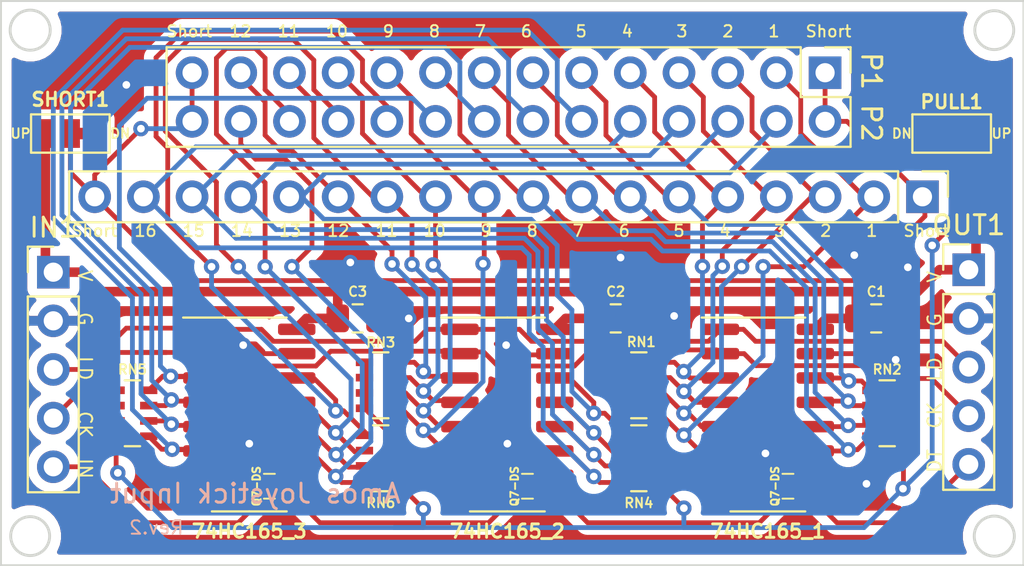
<source format=kicad_pcb>
(kicad_pcb (version 20171130) (host pcbnew "(5.1.9)-1")

  (general
    (thickness 1.6)
    (drawings 18)
    (tracks 558)
    (zones 0)
    (modules 18)
    (nets 35)
  )

  (page A4)
  (layers
    (0 F.Cu signal)
    (31 B.Cu signal)
    (32 B.Adhes user)
    (33 F.Adhes user)
    (34 B.Paste user hide)
    (35 F.Paste user hide)
    (36 B.SilkS user)
    (37 F.SilkS user)
    (38 B.Mask user hide)
    (39 F.Mask user hide)
    (40 Dwgs.User user)
    (41 Cmts.User user)
    (42 Eco1.User user)
    (43 Eco2.User user)
    (44 Edge.Cuts user)
    (45 Margin user)
    (46 B.CrtYd user)
    (47 F.CrtYd user)
    (48 B.Fab user hide)
    (49 F.Fab user hide)
  )

  (setup
    (last_trace_width 0.25)
    (trace_clearance 0.2)
    (zone_clearance 0.508)
    (zone_45_only no)
    (trace_min 0.2)
    (via_size 0.8)
    (via_drill 0.4)
    (via_min_size 0.4)
    (via_min_drill 0.3)
    (uvia_size 0.3)
    (uvia_drill 0.1)
    (uvias_allowed no)
    (uvia_min_size 0.2)
    (uvia_min_drill 0.1)
    (edge_width 0.05)
    (segment_width 0.2)
    (pcb_text_width 0.3)
    (pcb_text_size 1.5 1.5)
    (mod_edge_width 0.12)
    (mod_text_size 1 1)
    (mod_text_width 0.15)
    (pad_size 1.524 1.524)
    (pad_drill 0.762)
    (pad_to_mask_clearance 0)
    (aux_axis_origin 0 0)
    (grid_origin 136.398 86.614)
    (visible_elements 7FFFFFFF)
    (pcbplotparams
      (layerselection 0x010f0_ffffffff)
      (usegerberextensions false)
      (usegerberattributes true)
      (usegerberadvancedattributes true)
      (creategerberjobfile true)
      (excludeedgelayer true)
      (linewidth 0.100000)
      (plotframeref false)
      (viasonmask false)
      (mode 1)
      (useauxorigin false)
      (hpglpennumber 1)
      (hpglpenspeed 20)
      (hpglpendiameter 15.000000)
      (psnegative false)
      (psa4output false)
      (plotreference true)
      (plotvalue true)
      (plotinvisibletext false)
      (padsonsilk false)
      (subtractmaskfromsilk false)
      (outputformat 1)
      (mirror false)
      (drillshape 0)
      (scaleselection 1)
      (outputdirectory "gerber/"))
  )

  (net 0 "")
  (net 1 /PULL)
  (net 2 VCC)
  (net 3 GND)
  (net 4 /D_IN)
  (net 5 /D_OUT)
  (net 6 /LOAD)
  (net 7 /CLK)
  (net 8 /C_P1_START)
  (net 9 /C_P1_SELECT)
  (net 10 /C_P1_A)
  (net 11 /C_P1_B)
  (net 12 /C_P1_UP)
  (net 13 /C_P1_DOWN)
  (net 14 /C_P1_LEFT)
  (net 15 /C_P1_RIGHT)
  (net 16 /C_P1_X)
  (net 17 /C_P1_Y)
  (net 18 /C_P1_L)
  (net 19 /C_P1_R)
  (net 20 /C_P2_START)
  (net 21 /C_P2_SELECT)
  (net 22 /C_P2_A)
  (net 23 /C_P2_B)
  (net 24 /C_P2_UP)
  (net 25 /C_P2_DOWN)
  (net 26 /C_P2_LEFT)
  (net 27 /C_P2_RIGHT)
  (net 28 /C_P2_X)
  (net 29 /C_P2_Y)
  (net 30 /C_P2_L)
  (net 31 /C_P2_R)
  (net 32 /C_SHORT)
  (net 33 /D_OUT_2)
  (net 34 /D_OUT_3)

  (net_class Default "This is the default net class."
    (clearance 0.2)
    (trace_width 0.25)
    (via_dia 0.8)
    (via_drill 0.4)
    (uvia_dia 0.3)
    (uvia_drill 0.1)
    (add_net /CLK)
    (add_net /C_P1_A)
    (add_net /C_P1_B)
    (add_net /C_P1_DOWN)
    (add_net /C_P1_L)
    (add_net /C_P1_LEFT)
    (add_net /C_P1_R)
    (add_net /C_P1_RIGHT)
    (add_net /C_P1_SELECT)
    (add_net /C_P1_START)
    (add_net /C_P1_UP)
    (add_net /C_P1_X)
    (add_net /C_P1_Y)
    (add_net /C_P2_A)
    (add_net /C_P2_B)
    (add_net /C_P2_DOWN)
    (add_net /C_P2_L)
    (add_net /C_P2_LEFT)
    (add_net /C_P2_R)
    (add_net /C_P2_RIGHT)
    (add_net /C_P2_SELECT)
    (add_net /C_P2_START)
    (add_net /C_P2_UP)
    (add_net /C_P2_X)
    (add_net /C_P2_Y)
    (add_net /C_SHORT)
    (add_net /D_IN)
    (add_net /D_OUT)
    (add_net /D_OUT_2)
    (add_net /D_OUT_3)
    (add_net /LOAD)
    (add_net /PULL)
    (add_net "Net-(74HC165_1-Pad7)")
    (add_net "Net-(74HC165_2-Pad7)")
    (add_net "Net-(74HC165_3-Pad7)")
  )

  (net_class Power ""
    (clearance 0.2)
    (trace_width 0.5)
    (via_dia 0.8)
    (via_drill 0.4)
    (uvia_dia 0.3)
    (uvia_drill 0.1)
    (add_net GND)
    (add_net VCC)
  )

  (module Capacitor_SMD:C_0805_2012Metric_Pad1.18x1.45mm_HandSolder (layer F.Cu) (tedit 5F68FEEF) (tstamp 61A61275)
    (at 130.429 84.328)
    (descr "Capacitor SMD 0805 (2012 Metric), square (rectangular) end terminal, IPC_7351 nominal with elongated pad for handsoldering. (Body size source: IPC-SM-782 page 76, https://www.pcb-3d.com/wordpress/wp-content/uploads/ipc-sm-782a_amendment_1_and_2.pdf, https://docs.google.com/spreadsheets/d/1BsfQQcO9C6DZCsRaXUlFlo91Tg2WpOkGARC1WS5S8t0/edit?usp=sharing), generated with kicad-footprint-generator")
    (tags "capacitor handsolder")
    (path /619DCF2B)
    (attr smd)
    (fp_text reference C3 (at 0 -1.397) (layer F.SilkS)
      (effects (font (size 0.5 0.5) (thickness 0.1)))
    )
    (fp_text value C (at 0 1.68) (layer F.Fab)
      (effects (font (size 1 1) (thickness 0.15)))
    )
    (fp_line (start -1 0.625) (end -1 -0.625) (layer F.Fab) (width 0.1))
    (fp_line (start -1 -0.625) (end 1 -0.625) (layer F.Fab) (width 0.1))
    (fp_line (start 1 -0.625) (end 1 0.625) (layer F.Fab) (width 0.1))
    (fp_line (start 1 0.625) (end -1 0.625) (layer F.Fab) (width 0.1))
    (fp_line (start -0.261252 -0.735) (end 0.261252 -0.735) (layer F.SilkS) (width 0.12))
    (fp_line (start -0.261252 0.735) (end 0.261252 0.735) (layer F.SilkS) (width 0.12))
    (fp_line (start -1.88 0.98) (end -1.88 -0.98) (layer F.CrtYd) (width 0.05))
    (fp_line (start -1.88 -0.98) (end 1.88 -0.98) (layer F.CrtYd) (width 0.05))
    (fp_line (start 1.88 -0.98) (end 1.88 0.98) (layer F.CrtYd) (width 0.05))
    (fp_line (start 1.88 0.98) (end -1.88 0.98) (layer F.CrtYd) (width 0.05))
    (fp_text user %R (at 0 0) (layer F.Fab)
      (effects (font (size 0.5 0.5) (thickness 0.08)))
    )
    (pad 2 smd roundrect (at 1.0375 0) (size 1.175 1.45) (layers F.Cu F.Paste F.Mask) (roundrect_rratio 0.2127659574468085)
      (net 3 GND))
    (pad 1 smd roundrect (at -1.0375 0) (size 1.175 1.45) (layers F.Cu F.Paste F.Mask) (roundrect_rratio 0.2127659574468085)
      (net 2 VCC))
    (model ${KISYS3DMOD}/Capacitor_SMD.3dshapes/C_0805_2012Metric.wrl
      (at (xyz 0 0 0))
      (scale (xyz 1 1 1))
      (rotate (xyz 0 0 0))
    )
  )

  (module Capacitor_SMD:C_0805_2012Metric_Pad1.18x1.45mm_HandSolder (layer F.Cu) (tedit 5F68FEEF) (tstamp 61A5900F)
    (at 143.891 84.328)
    (descr "Capacitor SMD 0805 (2012 Metric), square (rectangular) end terminal, IPC_7351 nominal with elongated pad for handsoldering. (Body size source: IPC-SM-782 page 76, https://www.pcb-3d.com/wordpress/wp-content/uploads/ipc-sm-782a_amendment_1_and_2.pdf, https://docs.google.com/spreadsheets/d/1BsfQQcO9C6DZCsRaXUlFlo91Tg2WpOkGARC1WS5S8t0/edit?usp=sharing), generated with kicad-footprint-generator")
    (tags "capacitor handsolder")
    (path /619DC5A8)
    (attr smd)
    (fp_text reference C2 (at 0 -1.397) (layer F.SilkS)
      (effects (font (size 0.5 0.5) (thickness 0.1)))
    )
    (fp_text value C (at 0 1.68) (layer F.Fab)
      (effects (font (size 1 1) (thickness 0.15)))
    )
    (fp_line (start -1 0.625) (end -1 -0.625) (layer F.Fab) (width 0.1))
    (fp_line (start -1 -0.625) (end 1 -0.625) (layer F.Fab) (width 0.1))
    (fp_line (start 1 -0.625) (end 1 0.625) (layer F.Fab) (width 0.1))
    (fp_line (start 1 0.625) (end -1 0.625) (layer F.Fab) (width 0.1))
    (fp_line (start -0.261252 -0.735) (end 0.261252 -0.735) (layer F.SilkS) (width 0.12))
    (fp_line (start -0.261252 0.735) (end 0.261252 0.735) (layer F.SilkS) (width 0.12))
    (fp_line (start -1.88 0.98) (end -1.88 -0.98) (layer F.CrtYd) (width 0.05))
    (fp_line (start -1.88 -0.98) (end 1.88 -0.98) (layer F.CrtYd) (width 0.05))
    (fp_line (start 1.88 -0.98) (end 1.88 0.98) (layer F.CrtYd) (width 0.05))
    (fp_line (start 1.88 0.98) (end -1.88 0.98) (layer F.CrtYd) (width 0.05))
    (fp_text user %R (at 0 0) (layer F.Fab)
      (effects (font (size 0.5 0.5) (thickness 0.08)))
    )
    (pad 2 smd roundrect (at 1.0375 0) (size 1.175 1.45) (layers F.Cu F.Paste F.Mask) (roundrect_rratio 0.2127659574468085)
      (net 3 GND))
    (pad 1 smd roundrect (at -1.0375 0) (size 1.175 1.45) (layers F.Cu F.Paste F.Mask) (roundrect_rratio 0.2127659574468085)
      (net 2 VCC))
    (model ${KISYS3DMOD}/Capacitor_SMD.3dshapes/C_0805_2012Metric.wrl
      (at (xyz 0 0 0))
      (scale (xyz 1 1 1))
      (rotate (xyz 0 0 0))
    )
  )

  (module Capacitor_SMD:C_0805_2012Metric_Pad1.18x1.45mm_HandSolder (layer F.Cu) (tedit 5F68FEEF) (tstamp 61A51C3F)
    (at 157.48 84.328)
    (descr "Capacitor SMD 0805 (2012 Metric), square (rectangular) end terminal, IPC_7351 nominal with elongated pad for handsoldering. (Body size source: IPC-SM-782 page 76, https://www.pcb-3d.com/wordpress/wp-content/uploads/ipc-sm-782a_amendment_1_and_2.pdf, https://docs.google.com/spreadsheets/d/1BsfQQcO9C6DZCsRaXUlFlo91Tg2WpOkGARC1WS5S8t0/edit?usp=sharing), generated with kicad-footprint-generator")
    (tags "capacitor handsolder")
    (path /619D8D17)
    (attr smd)
    (fp_text reference C1 (at 0 -1.397) (layer F.SilkS)
      (effects (font (size 0.5 0.5) (thickness 0.1)))
    )
    (fp_text value C (at 0 1.68) (layer F.Fab)
      (effects (font (size 1 1) (thickness 0.15)))
    )
    (fp_line (start -1 0.625) (end -1 -0.625) (layer F.Fab) (width 0.1))
    (fp_line (start -1 -0.625) (end 1 -0.625) (layer F.Fab) (width 0.1))
    (fp_line (start 1 -0.625) (end 1 0.625) (layer F.Fab) (width 0.1))
    (fp_line (start 1 0.625) (end -1 0.625) (layer F.Fab) (width 0.1))
    (fp_line (start -0.261252 -0.735) (end 0.261252 -0.735) (layer F.SilkS) (width 0.12))
    (fp_line (start -0.261252 0.735) (end 0.261252 0.735) (layer F.SilkS) (width 0.12))
    (fp_line (start -1.88 0.98) (end -1.88 -0.98) (layer F.CrtYd) (width 0.05))
    (fp_line (start -1.88 -0.98) (end 1.88 -0.98) (layer F.CrtYd) (width 0.05))
    (fp_line (start 1.88 -0.98) (end 1.88 0.98) (layer F.CrtYd) (width 0.05))
    (fp_line (start 1.88 0.98) (end -1.88 0.98) (layer F.CrtYd) (width 0.05))
    (fp_text user %R (at 0 0) (layer F.Fab)
      (effects (font (size 0.5 0.5) (thickness 0.08)))
    )
    (pad 2 smd roundrect (at 1.0375 0) (size 1.175 1.45) (layers F.Cu F.Paste F.Mask) (roundrect_rratio 0.2127659574468085)
      (net 3 GND))
    (pad 1 smd roundrect (at -1.0375 0) (size 1.175 1.45) (layers F.Cu F.Paste F.Mask) (roundrect_rratio 0.2127659574468085)
      (net 2 VCC))
    (model ${KISYS3DMOD}/Capacitor_SMD.3dshapes/C_0805_2012Metric.wrl
      (at (xyz 0 0 0))
      (scale (xyz 1 1 1))
      (rotate (xyz 0 0 0))
    )
  )

  (module Connector_PinHeader_2.54mm:PinHeader_1x05_P2.54mm_Vertical (layer F.Cu) (tedit 59FED5CC) (tstamp 616982FE)
    (at 162.306 81.788)
    (descr "Through hole straight pin header, 1x05, 2.54mm pitch, single row")
    (tags "Through hole pin header THT 1x05 2.54mm single row")
    (path /613498FD)
    (fp_text reference OUT1 (at 0 -2.33) (layer F.SilkS)
      (effects (font (size 1 1) (thickness 0.15)))
    )
    (fp_text value Conn_01x05_Male (at 0 12.49) (layer F.Fab)
      (effects (font (size 1 1) (thickness 0.15)))
    )
    (fp_line (start 1.8 -1.8) (end -1.8 -1.8) (layer F.CrtYd) (width 0.05))
    (fp_line (start 1.8 11.95) (end 1.8 -1.8) (layer F.CrtYd) (width 0.05))
    (fp_line (start -1.8 11.95) (end 1.8 11.95) (layer F.CrtYd) (width 0.05))
    (fp_line (start -1.8 -1.8) (end -1.8 11.95) (layer F.CrtYd) (width 0.05))
    (fp_line (start -1.33 -1.33) (end 0 -1.33) (layer F.SilkS) (width 0.12))
    (fp_line (start -1.33 0) (end -1.33 -1.33) (layer F.SilkS) (width 0.12))
    (fp_line (start -1.33 1.27) (end 1.33 1.27) (layer F.SilkS) (width 0.12))
    (fp_line (start 1.33 1.27) (end 1.33 11.49) (layer F.SilkS) (width 0.12))
    (fp_line (start -1.33 1.27) (end -1.33 11.49) (layer F.SilkS) (width 0.12))
    (fp_line (start -1.33 11.49) (end 1.33 11.49) (layer F.SilkS) (width 0.12))
    (fp_line (start -1.27 -0.635) (end -0.635 -1.27) (layer F.Fab) (width 0.1))
    (fp_line (start -1.27 11.43) (end -1.27 -0.635) (layer F.Fab) (width 0.1))
    (fp_line (start 1.27 11.43) (end -1.27 11.43) (layer F.Fab) (width 0.1))
    (fp_line (start 1.27 -1.27) (end 1.27 11.43) (layer F.Fab) (width 0.1))
    (fp_line (start -0.635 -1.27) (end 1.27 -1.27) (layer F.Fab) (width 0.1))
    (fp_text user %R (at 0 5.08 90) (layer F.Fab)
      (effects (font (size 1 1) (thickness 0.15)))
    )
    (pad 5 thru_hole oval (at 0 10.16) (size 1.7 1.7) (drill 1) (layers *.Cu *.Mask)
      (net 5 /D_OUT))
    (pad 4 thru_hole oval (at 0 7.62) (size 1.7 1.7) (drill 1) (layers *.Cu *.Mask)
      (net 7 /CLK))
    (pad 3 thru_hole oval (at 0 5.08) (size 1.7 1.7) (drill 1) (layers *.Cu *.Mask)
      (net 6 /LOAD))
    (pad 2 thru_hole oval (at 0 2.54) (size 1.7 1.7) (drill 1) (layers *.Cu *.Mask)
      (net 3 GND))
    (pad 1 thru_hole rect (at 0 0) (size 1.7 1.7) (drill 1) (layers *.Cu *.Mask)
      (net 2 VCC))
    (model ${KISYS3DMOD}/Connector_PinHeader_2.54mm.3dshapes/PinHeader_1x05_P2.54mm_Vertical.wrl
      (at (xyz 0 0 0))
      (scale (xyz 1 1 1))
      (rotate (xyz 0 0 0))
    )
  )

  (module Connector_PinHeader_2.54mm:PinHeader_1x05_P2.54mm_Vertical (layer F.Cu) (tedit 59FED5CC) (tstamp 61A3F6D3)
    (at 114.554 81.915)
    (descr "Through hole straight pin header, 1x05, 2.54mm pitch, single row")
    (tags "Through hole pin header THT 1x05 2.54mm single row")
    (path /6135617B)
    (fp_text reference IN1 (at 0 -2.33) (layer F.SilkS)
      (effects (font (size 1 1) (thickness 0.15)))
    )
    (fp_text value Conn_01x05_Male (at 0 12.49) (layer F.Fab)
      (effects (font (size 1 1) (thickness 0.15)))
    )
    (fp_line (start 1.8 -1.8) (end -1.8 -1.8) (layer F.CrtYd) (width 0.05))
    (fp_line (start 1.8 11.95) (end 1.8 -1.8) (layer F.CrtYd) (width 0.05))
    (fp_line (start -1.8 11.95) (end 1.8 11.95) (layer F.CrtYd) (width 0.05))
    (fp_line (start -1.8 -1.8) (end -1.8 11.95) (layer F.CrtYd) (width 0.05))
    (fp_line (start -1.33 -1.33) (end 0 -1.33) (layer F.SilkS) (width 0.12))
    (fp_line (start -1.33 0) (end -1.33 -1.33) (layer F.SilkS) (width 0.12))
    (fp_line (start -1.33 1.27) (end 1.33 1.27) (layer F.SilkS) (width 0.12))
    (fp_line (start 1.33 1.27) (end 1.33 11.49) (layer F.SilkS) (width 0.12))
    (fp_line (start -1.33 1.27) (end -1.33 11.49) (layer F.SilkS) (width 0.12))
    (fp_line (start -1.33 11.49) (end 1.33 11.49) (layer F.SilkS) (width 0.12))
    (fp_line (start -1.27 -0.635) (end -0.635 -1.27) (layer F.Fab) (width 0.1))
    (fp_line (start -1.27 11.43) (end -1.27 -0.635) (layer F.Fab) (width 0.1))
    (fp_line (start 1.27 11.43) (end -1.27 11.43) (layer F.Fab) (width 0.1))
    (fp_line (start 1.27 -1.27) (end 1.27 11.43) (layer F.Fab) (width 0.1))
    (fp_line (start -0.635 -1.27) (end 1.27 -1.27) (layer F.Fab) (width 0.1))
    (fp_text user %R (at 0 5.08 90) (layer F.Fab)
      (effects (font (size 1 1) (thickness 0.15)))
    )
    (pad 5 thru_hole oval (at 0 10.16) (size 1.7 1.7) (drill 1) (layers *.Cu *.Mask)
      (net 4 /D_IN))
    (pad 4 thru_hole oval (at 0 7.62) (size 1.7 1.7) (drill 1) (layers *.Cu *.Mask)
      (net 7 /CLK))
    (pad 3 thru_hole oval (at 0 5.08) (size 1.7 1.7) (drill 1) (layers *.Cu *.Mask)
      (net 6 /LOAD))
    (pad 2 thru_hole oval (at 0 2.54) (size 1.7 1.7) (drill 1) (layers *.Cu *.Mask)
      (net 3 GND))
    (pad 1 thru_hole rect (at 0 0) (size 1.7 1.7) (drill 1) (layers *.Cu *.Mask)
      (net 2 VCC))
    (model ${KISYS3DMOD}/Connector_PinHeader_2.54mm.3dshapes/PinHeader_1x05_P2.54mm_Vertical.wrl
      (at (xyz 0 0 0))
      (scale (xyz 1 1 1))
      (rotate (xyz 0 0 0))
    )
  )

  (module Connector_PinHeader_2.54mm:PinHeader_1x18_P2.54mm_Vertical (layer F.Cu) (tedit 59FED5CC) (tstamp 61A49D39)
    (at 159.893 77.978 270)
    (descr "Through hole straight pin header, 1x18, 2.54mm pitch, single row")
    (tags "Through hole pin header THT 1x18 2.54mm single row")
    (path /61507D81)
    (fp_text reference J1 (at 0 -2.33 90) (layer F.SilkS) hide
      (effects (font (size 1 1) (thickness 0.15)))
    )
    (fp_text value Conn_01x18 (at 0 45.51 90) (layer F.Fab)
      (effects (font (size 1 1) (thickness 0.15)))
    )
    (fp_line (start 1.8 -1.8) (end -1.8 -1.8) (layer F.CrtYd) (width 0.05))
    (fp_line (start 1.8 44.95) (end 1.8 -1.8) (layer F.CrtYd) (width 0.05))
    (fp_line (start -1.8 44.95) (end 1.8 44.95) (layer F.CrtYd) (width 0.05))
    (fp_line (start -1.8 -1.8) (end -1.8 44.95) (layer F.CrtYd) (width 0.05))
    (fp_line (start -1.33 -1.33) (end 0 -1.33) (layer F.SilkS) (width 0.12))
    (fp_line (start -1.33 0) (end -1.33 -1.33) (layer F.SilkS) (width 0.12))
    (fp_line (start -1.33 1.27) (end 1.33 1.27) (layer F.SilkS) (width 0.12))
    (fp_line (start 1.33 1.27) (end 1.33 44.51) (layer F.SilkS) (width 0.12))
    (fp_line (start -1.33 1.27) (end -1.33 44.51) (layer F.SilkS) (width 0.12))
    (fp_line (start -1.33 44.51) (end 1.33 44.51) (layer F.SilkS) (width 0.12))
    (fp_line (start -1.27 -0.635) (end -0.635 -1.27) (layer F.Fab) (width 0.1))
    (fp_line (start -1.27 44.45) (end -1.27 -0.635) (layer F.Fab) (width 0.1))
    (fp_line (start 1.27 44.45) (end -1.27 44.45) (layer F.Fab) (width 0.1))
    (fp_line (start 1.27 -1.27) (end 1.27 44.45) (layer F.Fab) (width 0.1))
    (fp_line (start -0.635 -1.27) (end 1.27 -1.27) (layer F.Fab) (width 0.1))
    (fp_text user %R (at 0 21.59) (layer F.Fab)
      (effects (font (size 1 1) (thickness 0.15)))
    )
    (pad 18 thru_hole oval (at 0 43.18 270) (size 1.7 1.7) (drill 1) (layers *.Cu *.Mask)
      (net 32 /C_SHORT))
    (pad 17 thru_hole oval (at 0 40.64 270) (size 1.7 1.7) (drill 1) (layers *.Cu *.Mask)
      (net 27 /C_P2_RIGHT))
    (pad 16 thru_hole oval (at 0 38.1 270) (size 1.7 1.7) (drill 1) (layers *.Cu *.Mask)
      (net 26 /C_P2_LEFT))
    (pad 15 thru_hole oval (at 0 35.56 270) (size 1.7 1.7) (drill 1) (layers *.Cu *.Mask)
      (net 25 /C_P2_DOWN))
    (pad 14 thru_hole oval (at 0 33.02 270) (size 1.7 1.7) (drill 1) (layers *.Cu *.Mask)
      (net 24 /C_P2_UP))
    (pad 13 thru_hole oval (at 0 30.48 270) (size 1.7 1.7) (drill 1) (layers *.Cu *.Mask)
      (net 19 /C_P1_R))
    (pad 12 thru_hole oval (at 0 27.94 270) (size 1.7 1.7) (drill 1) (layers *.Cu *.Mask)
      (net 18 /C_P1_L))
    (pad 11 thru_hole oval (at 0 25.4 270) (size 1.7 1.7) (drill 1) (layers *.Cu *.Mask)
      (net 17 /C_P1_Y))
    (pad 10 thru_hole oval (at 0 22.86 270) (size 1.7 1.7) (drill 1) (layers *.Cu *.Mask)
      (net 16 /C_P1_X))
    (pad 9 thru_hole oval (at 0 20.32 270) (size 1.7 1.7) (drill 1) (layers *.Cu *.Mask)
      (net 11 /C_P1_B))
    (pad 8 thru_hole oval (at 0 17.78 270) (size 1.7 1.7) (drill 1) (layers *.Cu *.Mask)
      (net 10 /C_P1_A))
    (pad 7 thru_hole oval (at 0 15.24 270) (size 1.7 1.7) (drill 1) (layers *.Cu *.Mask)
      (net 9 /C_P1_SELECT))
    (pad 6 thru_hole oval (at 0 12.7 270) (size 1.7 1.7) (drill 1) (layers *.Cu *.Mask)
      (net 8 /C_P1_START))
    (pad 5 thru_hole oval (at 0 10.16 270) (size 1.7 1.7) (drill 1) (layers *.Cu *.Mask)
      (net 15 /C_P1_RIGHT))
    (pad 4 thru_hole oval (at 0 7.62 270) (size 1.7 1.7) (drill 1) (layers *.Cu *.Mask)
      (net 14 /C_P1_LEFT))
    (pad 3 thru_hole oval (at 0 5.08 270) (size 1.7 1.7) (drill 1) (layers *.Cu *.Mask)
      (net 13 /C_P1_DOWN))
    (pad 2 thru_hole oval (at 0 2.54 270) (size 1.7 1.7) (drill 1) (layers *.Cu *.Mask)
      (net 12 /C_P1_UP))
    (pad 1 thru_hole rect (at 0 0 270) (size 1.7 1.7) (drill 1) (layers *.Cu *.Mask)
      (net 32 /C_SHORT))
    (model ${KISYS3DMOD}/Connector_PinHeader_2.54mm.3dshapes/PinHeader_1x18_P2.54mm_Vertical.wrl
      (at (xyz 0 0 0))
      (scale (xyz 1 1 1))
      (rotate (xyz 0 0 0))
    )
  )

  (module Resistor_SMD:R_Array_Concave_4x0603 (layer F.Cu) (tedit 58E0A85E) (tstamp 61A231D7)
    (at 145.0975 87.8205)
    (descr "Thick Film Chip Resistor Array, Wave soldering, Vishay CRA06P (see cra06p.pdf)")
    (tags "resistor array")
    (path /61BD8EF8)
    (attr smd)
    (fp_text reference RN1 (at 0.127 -2.2606) (layer F.SilkS)
      (effects (font (size 0.5 0.5) (thickness 0.1)))
    )
    (fp_text value R_Pack04 (at 0 2.6) (layer F.Fab)
      (effects (font (size 1 1) (thickness 0.15)))
    )
    (fp_line (start -0.8 -1.6) (end 0.8 -1.6) (layer F.Fab) (width 0.1))
    (fp_line (start 0.8 -1.6) (end 0.8 1.6) (layer F.Fab) (width 0.1))
    (fp_line (start 0.8 1.6) (end -0.8 1.6) (layer F.Fab) (width 0.1))
    (fp_line (start -0.8 1.6) (end -0.8 -1.6) (layer F.Fab) (width 0.1))
    (fp_line (start 0.4 1.72) (end -0.4 1.72) (layer F.SilkS) (width 0.12))
    (fp_line (start 0.4 -1.72) (end -0.4 -1.72) (layer F.SilkS) (width 0.12))
    (fp_line (start -1.55 -1.88) (end 1.55 -1.88) (layer F.CrtYd) (width 0.05))
    (fp_line (start -1.55 -1.88) (end -1.55 1.87) (layer F.CrtYd) (width 0.05))
    (fp_line (start 1.55 1.87) (end 1.55 -1.88) (layer F.CrtYd) (width 0.05))
    (fp_line (start 1.55 1.87) (end -1.55 1.87) (layer F.CrtYd) (width 0.05))
    (fp_text user %R (at 0 0 90) (layer F.Fab)
      (effects (font (size 0.5 0.5) (thickness 0.075)))
    )
    (pad 2 smd rect (at -0.85 -0.4) (size 0.9 0.4) (layers F.Cu F.Paste F.Mask)
      (net 1 /PULL))
    (pad 3 smd rect (at -0.85 0.4) (size 0.9 0.4) (layers F.Cu F.Paste F.Mask)
      (net 1 /PULL))
    (pad 1 smd rect (at -0.85 -1.2) (size 0.9 0.4) (layers F.Cu F.Paste F.Mask)
      (net 1 /PULL))
    (pad 4 smd rect (at -0.85 1.2) (size 0.9 0.4) (layers F.Cu F.Paste F.Mask)
      (net 1 /PULL))
    (pad 8 smd rect (at 0.85 -1.2) (size 0.9 0.4) (layers F.Cu F.Paste F.Mask)
      (net 15 /C_P1_RIGHT))
    (pad 7 smd rect (at 0.85 -0.4) (size 0.9 0.4) (layers F.Cu F.Paste F.Mask)
      (net 14 /C_P1_LEFT))
    (pad 6 smd rect (at 0.85 0.4) (size 0.9 0.4) (layers F.Cu F.Paste F.Mask)
      (net 13 /C_P1_DOWN))
    (pad 5 smd rect (at 0.85 1.2) (size 0.9 0.4) (layers F.Cu F.Paste F.Mask)
      (net 12 /C_P1_UP))
    (model ${KISYS3DMOD}/Resistor_SMD.3dshapes/R_Array_Concave_4x0603.wrl
      (at (xyz 0 0 0))
      (scale (xyz 1 1 1))
      (rotate (xyz 0 0 0))
    )
  )

  (module Resistor_SMD:R_Array_Concave_4x0603 (layer F.Cu) (tedit 58E0A85E) (tstamp 61A21C7E)
    (at 158.0515 89.281 180)
    (descr "Thick Film Chip Resistor Array, Wave soldering, Vishay CRA06P (see cra06p.pdf)")
    (tags "resistor array")
    (path /61BD96A4)
    (attr smd)
    (fp_text reference RN2 (at 0 2.286) (layer F.SilkS)
      (effects (font (size 0.5 0.5) (thickness 0.1)))
    )
    (fp_text value R_Pack04 (at 0 2.6) (layer F.Fab)
      (effects (font (size 1 1) (thickness 0.15)))
    )
    (fp_line (start 1.55 1.87) (end -1.55 1.87) (layer F.CrtYd) (width 0.05))
    (fp_line (start 1.55 1.87) (end 1.55 -1.88) (layer F.CrtYd) (width 0.05))
    (fp_line (start -1.55 -1.88) (end -1.55 1.87) (layer F.CrtYd) (width 0.05))
    (fp_line (start -1.55 -1.88) (end 1.55 -1.88) (layer F.CrtYd) (width 0.05))
    (fp_line (start 0.4 -1.72) (end -0.4 -1.72) (layer F.SilkS) (width 0.12))
    (fp_line (start 0.4 1.72) (end -0.4 1.72) (layer F.SilkS) (width 0.12))
    (fp_line (start -0.8 1.6) (end -0.8 -1.6) (layer F.Fab) (width 0.1))
    (fp_line (start 0.8 1.6) (end -0.8 1.6) (layer F.Fab) (width 0.1))
    (fp_line (start 0.8 -1.6) (end 0.8 1.6) (layer F.Fab) (width 0.1))
    (fp_line (start -0.8 -1.6) (end 0.8 -1.6) (layer F.Fab) (width 0.1))
    (fp_text user %R (at 0 0 90) (layer F.Fab)
      (effects (font (size 0.5 0.5) (thickness 0.075)))
    )
    (pad 5 smd rect (at 0.85 1.2 180) (size 0.9 0.4) (layers F.Cu F.Paste F.Mask)
      (net 8 /C_P1_START))
    (pad 6 smd rect (at 0.85 0.4 180) (size 0.9 0.4) (layers F.Cu F.Paste F.Mask)
      (net 9 /C_P1_SELECT))
    (pad 7 smd rect (at 0.85 -0.4 180) (size 0.9 0.4) (layers F.Cu F.Paste F.Mask)
      (net 10 /C_P1_A))
    (pad 8 smd rect (at 0.85 -1.2 180) (size 0.9 0.4) (layers F.Cu F.Paste F.Mask)
      (net 11 /C_P1_B))
    (pad 4 smd rect (at -0.85 1.2 180) (size 0.9 0.4) (layers F.Cu F.Paste F.Mask)
      (net 1 /PULL))
    (pad 1 smd rect (at -0.85 -1.2 180) (size 0.9 0.4) (layers F.Cu F.Paste F.Mask)
      (net 1 /PULL))
    (pad 3 smd rect (at -0.85 0.4 180) (size 0.9 0.4) (layers F.Cu F.Paste F.Mask)
      (net 1 /PULL))
    (pad 2 smd rect (at -0.85 -0.4 180) (size 0.9 0.4) (layers F.Cu F.Paste F.Mask)
      (net 1 /PULL))
    (model ${KISYS3DMOD}/Resistor_SMD.3dshapes/R_Array_Concave_4x0603.wrl
      (at (xyz 0 0 0))
      (scale (xyz 1 1 1))
      (rotate (xyz 0 0 0))
    )
  )

  (module Connector_PinHeader_2.54mm:PinHeader_2x14_P2.54mm_Vertical (layer F.Cu) (tedit 59FED5CC) (tstamp 619F6471)
    (at 154.813 71.501 270)
    (descr "Through hole straight pin header, 2x14, 2.54mm pitch, double rows")
    (tags "Through hole pin header THT 2x14 2.54mm double row")
    (path /616CAA7A)
    (fp_text reference J2 (at 1.27 -2.33 90) (layer F.SilkS) hide
      (effects (font (size 1 1) (thickness 0.15)))
    )
    (fp_text value Conn_02x14_Odd_Even (at 1.27 35.35 90) (layer F.Fab)
      (effects (font (size 1 1) (thickness 0.15)))
    )
    (fp_line (start 4.35 -1.8) (end -1.8 -1.8) (layer F.CrtYd) (width 0.05))
    (fp_line (start 4.35 34.8) (end 4.35 -1.8) (layer F.CrtYd) (width 0.05))
    (fp_line (start -1.8 34.8) (end 4.35 34.8) (layer F.CrtYd) (width 0.05))
    (fp_line (start -1.8 -1.8) (end -1.8 34.8) (layer F.CrtYd) (width 0.05))
    (fp_line (start -1.33 -1.33) (end 0 -1.33) (layer F.SilkS) (width 0.12))
    (fp_line (start -1.33 0) (end -1.33 -1.33) (layer F.SilkS) (width 0.12))
    (fp_line (start 1.27 -1.33) (end 3.87 -1.33) (layer F.SilkS) (width 0.12))
    (fp_line (start 1.27 1.27) (end 1.27 -1.33) (layer F.SilkS) (width 0.12))
    (fp_line (start -1.33 1.27) (end 1.27 1.27) (layer F.SilkS) (width 0.12))
    (fp_line (start 3.87 -1.33) (end 3.87 34.35) (layer F.SilkS) (width 0.12))
    (fp_line (start -1.33 1.27) (end -1.33 34.35) (layer F.SilkS) (width 0.12))
    (fp_line (start -1.33 34.35) (end 3.87 34.35) (layer F.SilkS) (width 0.12))
    (fp_line (start -1.27 0) (end 0 -1.27) (layer F.Fab) (width 0.1))
    (fp_line (start -1.27 34.29) (end -1.27 0) (layer F.Fab) (width 0.1))
    (fp_line (start 3.81 34.29) (end -1.27 34.29) (layer F.Fab) (width 0.1))
    (fp_line (start 3.81 -1.27) (end 3.81 34.29) (layer F.Fab) (width 0.1))
    (fp_line (start 0 -1.27) (end 3.81 -1.27) (layer F.Fab) (width 0.1))
    (fp_text user %R (at 1.27 16.51) (layer F.Fab)
      (effects (font (size 1 1) (thickness 0.15)))
    )
    (pad 28 thru_hole oval (at 2.54 33.02 270) (size 1.7 1.7) (drill 1) (layers *.Cu *.Mask)
      (net 32 /C_SHORT))
    (pad 27 thru_hole oval (at 0 33.02 270) (size 1.7 1.7) (drill 1) (layers *.Cu *.Mask)
      (net 32 /C_SHORT))
    (pad 26 thru_hole oval (at 2.54 30.48 270) (size 1.7 1.7) (drill 1) (layers *.Cu *.Mask)
      (net 31 /C_P2_R))
    (pad 25 thru_hole oval (at 0 30.48 270) (size 1.7 1.7) (drill 1) (layers *.Cu *.Mask)
      (net 19 /C_P1_R))
    (pad 24 thru_hole oval (at 2.54 27.94 270) (size 1.7 1.7) (drill 1) (layers *.Cu *.Mask)
      (net 30 /C_P2_L))
    (pad 23 thru_hole oval (at 0 27.94 270) (size 1.7 1.7) (drill 1) (layers *.Cu *.Mask)
      (net 18 /C_P1_L))
    (pad 22 thru_hole oval (at 2.54 25.4 270) (size 1.7 1.7) (drill 1) (layers *.Cu *.Mask)
      (net 29 /C_P2_Y))
    (pad 21 thru_hole oval (at 0 25.4 270) (size 1.7 1.7) (drill 1) (layers *.Cu *.Mask)
      (net 17 /C_P1_Y))
    (pad 20 thru_hole oval (at 2.54 22.86 270) (size 1.7 1.7) (drill 1) (layers *.Cu *.Mask)
      (net 28 /C_P2_X))
    (pad 19 thru_hole oval (at 0 22.86 270) (size 1.7 1.7) (drill 1) (layers *.Cu *.Mask)
      (net 16 /C_P1_X))
    (pad 18 thru_hole oval (at 2.54 20.32 270) (size 1.7 1.7) (drill 1) (layers *.Cu *.Mask)
      (net 23 /C_P2_B))
    (pad 17 thru_hole oval (at 0 20.32 270) (size 1.7 1.7) (drill 1) (layers *.Cu *.Mask)
      (net 11 /C_P1_B))
    (pad 16 thru_hole oval (at 2.54 17.78 270) (size 1.7 1.7) (drill 1) (layers *.Cu *.Mask)
      (net 22 /C_P2_A))
    (pad 15 thru_hole oval (at 0 17.78 270) (size 1.7 1.7) (drill 1) (layers *.Cu *.Mask)
      (net 10 /C_P1_A))
    (pad 14 thru_hole oval (at 2.54 15.24 270) (size 1.7 1.7) (drill 1) (layers *.Cu *.Mask)
      (net 21 /C_P2_SELECT))
    (pad 13 thru_hole oval (at 0 15.24 270) (size 1.7 1.7) (drill 1) (layers *.Cu *.Mask)
      (net 9 /C_P1_SELECT))
    (pad 12 thru_hole oval (at 2.54 12.7 270) (size 1.7 1.7) (drill 1) (layers *.Cu *.Mask)
      (net 20 /C_P2_START))
    (pad 11 thru_hole oval (at 0 12.7 270) (size 1.7 1.7) (drill 1) (layers *.Cu *.Mask)
      (net 8 /C_P1_START))
    (pad 10 thru_hole oval (at 2.54 10.16 270) (size 1.7 1.7) (drill 1) (layers *.Cu *.Mask)
      (net 27 /C_P2_RIGHT))
    (pad 9 thru_hole oval (at 0 10.16 270) (size 1.7 1.7) (drill 1) (layers *.Cu *.Mask)
      (net 15 /C_P1_RIGHT))
    (pad 8 thru_hole oval (at 2.54 7.62 270) (size 1.7 1.7) (drill 1) (layers *.Cu *.Mask)
      (net 26 /C_P2_LEFT))
    (pad 7 thru_hole oval (at 0 7.62 270) (size 1.7 1.7) (drill 1) (layers *.Cu *.Mask)
      (net 14 /C_P1_LEFT))
    (pad 6 thru_hole oval (at 2.54 5.08 270) (size 1.7 1.7) (drill 1) (layers *.Cu *.Mask)
      (net 25 /C_P2_DOWN))
    (pad 5 thru_hole oval (at 0 5.08 270) (size 1.7 1.7) (drill 1) (layers *.Cu *.Mask)
      (net 13 /C_P1_DOWN))
    (pad 4 thru_hole oval (at 2.54 2.54 270) (size 1.7 1.7) (drill 1) (layers *.Cu *.Mask)
      (net 24 /C_P2_UP))
    (pad 3 thru_hole oval (at 0 2.54 270) (size 1.7 1.7) (drill 1) (layers *.Cu *.Mask)
      (net 12 /C_P1_UP))
    (pad 2 thru_hole oval (at 2.54 0 270) (size 1.7 1.7) (drill 1) (layers *.Cu *.Mask)
      (net 32 /C_SHORT))
    (pad 1 thru_hole rect (at 0 0 270) (size 1.7 1.7) (drill 1) (layers *.Cu *.Mask)
      (net 32 /C_SHORT))
    (model ${KISYS3DMOD}/Connector_PinHeader_2.54mm.3dshapes/PinHeader_2x14_P2.54mm_Vertical.wrl
      (at (xyz 0 0 0))
      (scale (xyz 1 1 1))
      (rotate (xyz 0 0 0))
    )
  )

  (module Jumper:SolderJumper-3_P1.3mm_Bridged12_Pad1.0x1.5mm_NumberLabels (layer F.Cu) (tedit 5C756B5B) (tstamp 61A2C866)
    (at 115.443 74.676 180)
    (descr "SMD Solder Jumper, 1x1.5mm Pads, 0.3mm gap, pads 1-2 bridged with 1 copper strip, labeled with numbers")
    (tags "solder jumper open")
    (path /617F9917)
    (attr virtual)
    (fp_text reference SHORT1 (at 0 1.778) (layer F.SilkS)
      (effects (font (size 0.7 0.7) (thickness 0.15)))
    )
    (fp_text value JUMPER (at 0 1.9) (layer F.Fab)
      (effects (font (size 1 1) (thickness 0.15)))
    )
    (fp_poly (pts (xy -0.9 -0.3) (xy -0.4 -0.3) (xy -0.4 0.3) (xy -0.9 0.3)) (layer F.Cu) (width 0))
    (fp_line (start 2.3 1.25) (end -2.3 1.25) (layer F.CrtYd) (width 0.05))
    (fp_line (start 2.3 1.25) (end 2.3 -1.25) (layer F.CrtYd) (width 0.05))
    (fp_line (start -2.3 -1.25) (end -2.3 1.25) (layer F.CrtYd) (width 0.05))
    (fp_line (start -2.3 -1.25) (end 2.3 -1.25) (layer F.CrtYd) (width 0.05))
    (fp_line (start -2.05 -1) (end 2.05 -1) (layer F.SilkS) (width 0.12))
    (fp_line (start 2.05 -1) (end 2.05 1) (layer F.SilkS) (width 0.12))
    (fp_line (start 2.05 1) (end -2.05 1) (layer F.SilkS) (width 0.12))
    (fp_line (start -2.05 1) (end -2.05 -1) (layer F.SilkS) (width 0.12))
    (fp_text user DN (at -2.6 0) (layer F.SilkS)
      (effects (font (size 0.5 0.5) (thickness 0.1)))
    )
    (fp_text user UP (at 2.6 0) (layer F.SilkS)
      (effects (font (size 0.5 0.5) (thickness 0.1)))
    )
    (pad 2 smd rect (at 0 0 180) (size 1 1.5) (layers F.Cu F.Mask)
      (net 32 /C_SHORT))
    (pad 3 smd rect (at 1.3 0 180) (size 1 1.5) (layers F.Cu F.Mask)
      (net 2 VCC))
    (pad 1 smd rect (at -1.3 0 180) (size 1 1.5) (layers F.Cu F.Mask)
      (net 3 GND))
  )

  (module Jumper:SolderJumper-3_P1.3mm_Bridged12_Pad1.0x1.5mm_NumberLabels (layer F.Cu) (tedit 5C756B5B) (tstamp 61A1D813)
    (at 161.417 74.676 180)
    (descr "SMD Solder Jumper, 1x1.5mm Pads, 0.3mm gap, pads 1-2 bridged with 1 copper strip, labeled with numbers")
    (tags "solder jumper open")
    (path /6132E1E6)
    (attr virtual)
    (fp_text reference PULL1 (at 0 1.651 180) (layer F.SilkS)
      (effects (font (size 0.7 0.7) (thickness 0.15)))
    )
    (fp_text value JUMPER (at 0 1.9) (layer F.Fab)
      (effects (font (size 1 1) (thickness 0.15)))
    )
    (fp_poly (pts (xy -0.9 -0.3) (xy -0.4 -0.3) (xy -0.4 0.3) (xy -0.9 0.3)) (layer F.Cu) (width 0))
    (fp_line (start 2.3 1.25) (end -2.3 1.25) (layer F.CrtYd) (width 0.05))
    (fp_line (start 2.3 1.25) (end 2.3 -1.25) (layer F.CrtYd) (width 0.05))
    (fp_line (start -2.3 -1.25) (end -2.3 1.25) (layer F.CrtYd) (width 0.05))
    (fp_line (start -2.3 -1.25) (end 2.3 -1.25) (layer F.CrtYd) (width 0.05))
    (fp_line (start -2.05 -1) (end 2.05 -1) (layer F.SilkS) (width 0.12))
    (fp_line (start 2.05 -1) (end 2.05 1) (layer F.SilkS) (width 0.12))
    (fp_line (start 2.05 1) (end -2.05 1) (layer F.SilkS) (width 0.12))
    (fp_line (start -2.05 1) (end -2.05 -1) (layer F.SilkS) (width 0.12))
    (fp_text user UP (at -2.6 0) (layer F.SilkS)
      (effects (font (size 0.5 0.5) (thickness 0.1)))
    )
    (fp_text user DN (at 2.6 0) (layer F.SilkS)
      (effects (font (size 0.5 0.5) (thickness 0.1)))
    )
    (pad 2 smd rect (at 0 0 180) (size 1 1.5) (layers F.Cu F.Mask)
      (net 1 /PULL))
    (pad 3 smd rect (at 1.3 0 180) (size 1 1.5) (layers F.Cu F.Mask)
      (net 3 GND))
    (pad 1 smd rect (at -1.3 0 180) (size 1 1.5) (layers F.Cu F.Mask)
      (net 2 VCC))
  )

  (module Resistor_SMD:R_Array_Concave_4x0603 (layer F.Cu) (tedit 58E0A85E) (tstamp 61A27617)
    (at 131.6355 87.8205)
    (descr "Thick Film Chip Resistor Array, Wave soldering, Vishay CRA06P (see cra06p.pdf)")
    (tags "resistor array")
    (path /61784C9D)
    (attr smd)
    (fp_text reference RN3 (at 0 -2.2352) (layer F.SilkS)
      (effects (font (size 0.5 0.5) (thickness 0.1)))
    )
    (fp_text value R_Pack04 (at 0 2.6) (layer F.Fab)
      (effects (font (size 1 1) (thickness 0.15)))
    )
    (fp_line (start 1.55 1.87) (end -1.55 1.87) (layer F.CrtYd) (width 0.05))
    (fp_line (start 1.55 1.87) (end 1.55 -1.88) (layer F.CrtYd) (width 0.05))
    (fp_line (start -1.55 -1.88) (end -1.55 1.87) (layer F.CrtYd) (width 0.05))
    (fp_line (start -1.55 -1.88) (end 1.55 -1.88) (layer F.CrtYd) (width 0.05))
    (fp_line (start 0.4 -1.72) (end -0.4 -1.72) (layer F.SilkS) (width 0.12))
    (fp_line (start 0.4 1.72) (end -0.4 1.72) (layer F.SilkS) (width 0.12))
    (fp_line (start -0.8 1.6) (end -0.8 -1.6) (layer F.Fab) (width 0.1))
    (fp_line (start 0.8 1.6) (end -0.8 1.6) (layer F.Fab) (width 0.1))
    (fp_line (start 0.8 -1.6) (end 0.8 1.6) (layer F.Fab) (width 0.1))
    (fp_line (start -0.8 -1.6) (end 0.8 -1.6) (layer F.Fab) (width 0.1))
    (fp_text user %R (at 0 0 90) (layer F.Fab)
      (effects (font (size 0.5 0.5) (thickness 0.075)))
    )
    (pad 5 smd rect (at 0.85 1.2) (size 0.9 0.4) (layers F.Cu F.Paste F.Mask)
      (net 16 /C_P1_X))
    (pad 6 smd rect (at 0.85 0.4) (size 0.9 0.4) (layers F.Cu F.Paste F.Mask)
      (net 17 /C_P1_Y))
    (pad 7 smd rect (at 0.85 -0.4) (size 0.9 0.4) (layers F.Cu F.Paste F.Mask)
      (net 18 /C_P1_L))
    (pad 8 smd rect (at 0.85 -1.2) (size 0.9 0.4) (layers F.Cu F.Paste F.Mask)
      (net 19 /C_P1_R))
    (pad 4 smd rect (at -0.85 1.2) (size 0.9 0.4) (layers F.Cu F.Paste F.Mask)
      (net 1 /PULL))
    (pad 1 smd rect (at -0.85 -1.2) (size 0.9 0.4) (layers F.Cu F.Paste F.Mask)
      (net 1 /PULL))
    (pad 3 smd rect (at -0.85 0.4) (size 0.9 0.4) (layers F.Cu F.Paste F.Mask)
      (net 1 /PULL))
    (pad 2 smd rect (at -0.85 -0.4) (size 0.9 0.4) (layers F.Cu F.Paste F.Mask)
      (net 1 /PULL))
    (model ${KISYS3DMOD}/Resistor_SMD.3dshapes/R_Array_Concave_4x0603.wrl
      (at (xyz 0 0 0))
      (scale (xyz 1 1 1))
      (rotate (xyz 0 0 0))
    )
  )

  (module Resistor_SMD:R_Array_Concave_4x0603 (layer F.Cu) (tedit 58E0A85E) (tstamp 61A2328D)
    (at 145.0975 91.6305 180)
    (descr "Thick Film Chip Resistor Array, Wave soldering, Vishay CRA06P (see cra06p.pdf)")
    (tags "resistor array")
    (path /61784C97)
    (attr smd)
    (fp_text reference RN4 (at 0 -2.3368) (layer F.SilkS)
      (effects (font (size 0.5 0.5) (thickness 0.1)))
    )
    (fp_text value R_Pack04 (at 0 2.6) (layer F.Fab)
      (effects (font (size 1 1) (thickness 0.15)))
    )
    (fp_line (start 1.55 1.87) (end -1.55 1.87) (layer F.CrtYd) (width 0.05))
    (fp_line (start 1.55 1.87) (end 1.55 -1.88) (layer F.CrtYd) (width 0.05))
    (fp_line (start -1.55 -1.88) (end -1.55 1.87) (layer F.CrtYd) (width 0.05))
    (fp_line (start -1.55 -1.88) (end 1.55 -1.88) (layer F.CrtYd) (width 0.05))
    (fp_line (start 0.4 -1.72) (end -0.4 -1.72) (layer F.SilkS) (width 0.12))
    (fp_line (start 0.4 1.72) (end -0.4 1.72) (layer F.SilkS) (width 0.12))
    (fp_line (start -0.8 1.6) (end -0.8 -1.6) (layer F.Fab) (width 0.1))
    (fp_line (start 0.8 1.6) (end -0.8 1.6) (layer F.Fab) (width 0.1))
    (fp_line (start 0.8 -1.6) (end 0.8 1.6) (layer F.Fab) (width 0.1))
    (fp_line (start -0.8 -1.6) (end 0.8 -1.6) (layer F.Fab) (width 0.1))
    (fp_text user %R (at 0 0 90) (layer F.Fab)
      (effects (font (size 0.5 0.5) (thickness 0.075)))
    )
    (pad 5 smd rect (at 0.85 1.2 180) (size 0.9 0.4) (layers F.Cu F.Paste F.Mask)
      (net 24 /C_P2_UP))
    (pad 6 smd rect (at 0.85 0.4 180) (size 0.9 0.4) (layers F.Cu F.Paste F.Mask)
      (net 25 /C_P2_DOWN))
    (pad 7 smd rect (at 0.85 -0.4 180) (size 0.9 0.4) (layers F.Cu F.Paste F.Mask)
      (net 26 /C_P2_LEFT))
    (pad 8 smd rect (at 0.85 -1.2 180) (size 0.9 0.4) (layers F.Cu F.Paste F.Mask)
      (net 27 /C_P2_RIGHT))
    (pad 4 smd rect (at -0.85 1.2 180) (size 0.9 0.4) (layers F.Cu F.Paste F.Mask)
      (net 1 /PULL))
    (pad 1 smd rect (at -0.85 -1.2 180) (size 0.9 0.4) (layers F.Cu F.Paste F.Mask)
      (net 1 /PULL))
    (pad 3 smd rect (at -0.85 0.4 180) (size 0.9 0.4) (layers F.Cu F.Paste F.Mask)
      (net 1 /PULL))
    (pad 2 smd rect (at -0.85 -0.4 180) (size 0.9 0.4) (layers F.Cu F.Paste F.Mask)
      (net 1 /PULL))
    (model ${KISYS3DMOD}/Resistor_SMD.3dshapes/R_Array_Concave_4x0603.wrl
      (at (xyz 0 0 0))
      (scale (xyz 1 1 1))
      (rotate (xyz 0 0 0))
    )
  )

  (module Resistor_SMD:R_Array_Concave_4x0603 (layer F.Cu) (tedit 58E0A85E) (tstamp 61A24359)
    (at 118.6815 89.281)
    (descr "Thick Film Chip Resistor Array, Wave soldering, Vishay CRA06P (see cra06p.pdf)")
    (tags "resistor array")
    (path /61708741)
    (attr smd)
    (fp_text reference RN5 (at 0 -2.286) (layer F.SilkS)
      (effects (font (size 0.5 0.5) (thickness 0.1)))
    )
    (fp_text value R_Pack04 (at 0 2.6) (layer F.Fab)
      (effects (font (size 1 1) (thickness 0.15)))
    )
    (fp_line (start 1.55 1.87) (end -1.55 1.87) (layer F.CrtYd) (width 0.05))
    (fp_line (start 1.55 1.87) (end 1.55 -1.88) (layer F.CrtYd) (width 0.05))
    (fp_line (start -1.55 -1.88) (end -1.55 1.87) (layer F.CrtYd) (width 0.05))
    (fp_line (start -1.55 -1.88) (end 1.55 -1.88) (layer F.CrtYd) (width 0.05))
    (fp_line (start 0.4 -1.72) (end -0.4 -1.72) (layer F.SilkS) (width 0.12))
    (fp_line (start 0.4 1.72) (end -0.4 1.72) (layer F.SilkS) (width 0.12))
    (fp_line (start -0.8 1.6) (end -0.8 -1.6) (layer F.Fab) (width 0.1))
    (fp_line (start 0.8 1.6) (end -0.8 1.6) (layer F.Fab) (width 0.1))
    (fp_line (start 0.8 -1.6) (end 0.8 1.6) (layer F.Fab) (width 0.1))
    (fp_line (start -0.8 -1.6) (end 0.8 -1.6) (layer F.Fab) (width 0.1))
    (fp_text user %R (at 0 0 90) (layer F.Fab)
      (effects (font (size 0.5 0.5) (thickness 0.075)))
    )
    (pad 5 smd rect (at 0.85 1.2) (size 0.9 0.4) (layers F.Cu F.Paste F.Mask)
      (net 20 /C_P2_START))
    (pad 6 smd rect (at 0.85 0.4) (size 0.9 0.4) (layers F.Cu F.Paste F.Mask)
      (net 21 /C_P2_SELECT))
    (pad 7 smd rect (at 0.85 -0.4) (size 0.9 0.4) (layers F.Cu F.Paste F.Mask)
      (net 22 /C_P2_A))
    (pad 8 smd rect (at 0.85 -1.2) (size 0.9 0.4) (layers F.Cu F.Paste F.Mask)
      (net 23 /C_P2_B))
    (pad 4 smd rect (at -0.85 1.2) (size 0.9 0.4) (layers F.Cu F.Paste F.Mask)
      (net 1 /PULL))
    (pad 1 smd rect (at -0.85 -1.2) (size 0.9 0.4) (layers F.Cu F.Paste F.Mask)
      (net 1 /PULL))
    (pad 3 smd rect (at -0.85 0.4) (size 0.9 0.4) (layers F.Cu F.Paste F.Mask)
      (net 1 /PULL))
    (pad 2 smd rect (at -0.85 -0.4) (size 0.9 0.4) (layers F.Cu F.Paste F.Mask)
      (net 1 /PULL))
    (model ${KISYS3DMOD}/Resistor_SMD.3dshapes/R_Array_Concave_4x0603.wrl
      (at (xyz 0 0 0))
      (scale (xyz 1 1 1))
      (rotate (xyz 0 0 0))
    )
  )

  (module Resistor_SMD:R_Array_Concave_4x0603 (layer F.Cu) (tedit 58E0A85E) (tstamp 61A258FD)
    (at 131.6355 91.6305 180)
    (descr "Thick Film Chip Resistor Array, Wave soldering, Vishay CRA06P (see cra06p.pdf)")
    (tags "resistor array")
    (path /61701CC7)
    (attr smd)
    (fp_text reference RN6 (at 0 -2.33172) (layer F.SilkS)
      (effects (font (size 0.5 0.5) (thickness 0.1)))
    )
    (fp_text value R_Pack04 (at 0 2.6) (layer F.Fab)
      (effects (font (size 1 1) (thickness 0.15)))
    )
    (fp_line (start 1.55 1.87) (end -1.55 1.87) (layer F.CrtYd) (width 0.05))
    (fp_line (start 1.55 1.87) (end 1.55 -1.88) (layer F.CrtYd) (width 0.05))
    (fp_line (start -1.55 -1.88) (end -1.55 1.87) (layer F.CrtYd) (width 0.05))
    (fp_line (start -1.55 -1.88) (end 1.55 -1.88) (layer F.CrtYd) (width 0.05))
    (fp_line (start 0.4 -1.72) (end -0.4 -1.72) (layer F.SilkS) (width 0.12))
    (fp_line (start 0.4 1.72) (end -0.4 1.72) (layer F.SilkS) (width 0.12))
    (fp_line (start -0.8 1.6) (end -0.8 -1.6) (layer F.Fab) (width 0.1))
    (fp_line (start 0.8 1.6) (end -0.8 1.6) (layer F.Fab) (width 0.1))
    (fp_line (start 0.8 -1.6) (end 0.8 1.6) (layer F.Fab) (width 0.1))
    (fp_line (start -0.8 -1.6) (end 0.8 -1.6) (layer F.Fab) (width 0.1))
    (fp_text user %R (at 0 0 90) (layer F.Fab)
      (effects (font (size 0.5 0.5) (thickness 0.075)))
    )
    (pad 5 smd rect (at 0.85 1.2 180) (size 0.9 0.4) (layers F.Cu F.Paste F.Mask)
      (net 28 /C_P2_X))
    (pad 6 smd rect (at 0.85 0.4 180) (size 0.9 0.4) (layers F.Cu F.Paste F.Mask)
      (net 29 /C_P2_Y))
    (pad 7 smd rect (at 0.85 -0.4 180) (size 0.9 0.4) (layers F.Cu F.Paste F.Mask)
      (net 30 /C_P2_L))
    (pad 8 smd rect (at 0.85 -1.2 180) (size 0.9 0.4) (layers F.Cu F.Paste F.Mask)
      (net 31 /C_P2_R))
    (pad 4 smd rect (at -0.85 1.2 180) (size 0.9 0.4) (layers F.Cu F.Paste F.Mask)
      (net 1 /PULL))
    (pad 1 smd rect (at -0.85 -1.2 180) (size 0.9 0.4) (layers F.Cu F.Paste F.Mask)
      (net 1 /PULL))
    (pad 3 smd rect (at -0.85 0.4 180) (size 0.9 0.4) (layers F.Cu F.Paste F.Mask)
      (net 1 /PULL))
    (pad 2 smd rect (at -0.85 -0.4 180) (size 0.9 0.4) (layers F.Cu F.Paste F.Mask)
      (net 1 /PULL))
    (model ${KISYS3DMOD}/Resistor_SMD.3dshapes/R_Array_Concave_4x0603.wrl
      (at (xyz 0 0 0))
      (scale (xyz 1 1 1))
      (rotate (xyz 0 0 0))
    )
  )

  (module Package_SO:SOIC-16_3.9x9.9mm_P1.27mm (layer F.Cu) (tedit 5D9F72B1) (tstamp 61A51F8F)
    (at 124.7775 89.3445)
    (descr "SOIC, 16 Pin (JEDEC MS-012AC, https://www.analog.com/media/en/package-pcb-resources/package/pkg_pdf/soic_narrow-r/r_16.pdf), generated with kicad-footprint-generator ipc_gullwing_generator.py")
    (tags "SOIC SO")
    (path /616BAE83)
    (attr smd)
    (fp_text reference 74HC165_3 (at 0 6.096) (layer F.SilkS)
      (effects (font (size 0.7 0.7) (thickness 0.15)))
    )
    (fp_text value 74HC165 (at 0 5.9) (layer F.Fab)
      (effects (font (size 1 1) (thickness 0.15)))
    )
    (fp_line (start 0 5.06) (end 1.95 5.06) (layer F.SilkS) (width 0.12))
    (fp_line (start 0 5.06) (end -1.95 5.06) (layer F.SilkS) (width 0.12))
    (fp_line (start 0 -5.06) (end 1.95 -5.06) (layer F.SilkS) (width 0.12))
    (fp_line (start 0 -5.06) (end -3.45 -5.06) (layer F.SilkS) (width 0.12))
    (fp_line (start -0.975 -4.95) (end 1.95 -4.95) (layer F.Fab) (width 0.1))
    (fp_line (start 1.95 -4.95) (end 1.95 4.95) (layer F.Fab) (width 0.1))
    (fp_line (start 1.95 4.95) (end -1.95 4.95) (layer F.Fab) (width 0.1))
    (fp_line (start -1.95 4.95) (end -1.95 -3.975) (layer F.Fab) (width 0.1))
    (fp_line (start -1.95 -3.975) (end -0.975 -4.95) (layer F.Fab) (width 0.1))
    (fp_line (start -3.7 -5.2) (end -3.7 5.2) (layer F.CrtYd) (width 0.05))
    (fp_line (start -3.7 5.2) (end 3.7 5.2) (layer F.CrtYd) (width 0.05))
    (fp_line (start 3.7 5.2) (end 3.7 -5.2) (layer F.CrtYd) (width 0.05))
    (fp_line (start 3.7 -5.2) (end -3.7 -5.2) (layer F.CrtYd) (width 0.05))
    (fp_text user %R (at 0 0) (layer F.Fab)
      (effects (font (size 0.98 0.98) (thickness 0.15)))
    )
    (pad 16 smd roundrect (at 2.475 -4.445) (size 1.95 0.6) (layers F.Cu F.Paste F.Mask) (roundrect_rratio 0.25)
      (net 2 VCC))
    (pad 15 smd roundrect (at 2.475 -3.175) (size 1.95 0.6) (layers F.Cu F.Paste F.Mask) (roundrect_rratio 0.25)
      (net 3 GND))
    (pad 14 smd roundrect (at 2.475 -1.905) (size 1.95 0.6) (layers F.Cu F.Paste F.Mask) (roundrect_rratio 0.25)
      (net 28 /C_P2_X))
    (pad 13 smd roundrect (at 2.475 -0.635) (size 1.95 0.6) (layers F.Cu F.Paste F.Mask) (roundrect_rratio 0.25)
      (net 29 /C_P2_Y))
    (pad 12 smd roundrect (at 2.475 0.635) (size 1.95 0.6) (layers F.Cu F.Paste F.Mask) (roundrect_rratio 0.25)
      (net 30 /C_P2_L))
    (pad 11 smd roundrect (at 2.475 1.905) (size 1.95 0.6) (layers F.Cu F.Paste F.Mask) (roundrect_rratio 0.25)
      (net 31 /C_P2_R))
    (pad 10 smd roundrect (at 2.475 3.175) (size 1.95 0.6) (layers F.Cu F.Paste F.Mask) (roundrect_rratio 0.25)
      (net 4 /D_IN))
    (pad 9 smd roundrect (at 2.475 4.445) (size 1.95 0.6) (layers F.Cu F.Paste F.Mask) (roundrect_rratio 0.25)
      (net 34 /D_OUT_3))
    (pad 8 smd roundrect (at -2.475 4.445) (size 1.95 0.6) (layers F.Cu F.Paste F.Mask) (roundrect_rratio 0.25)
      (net 3 GND))
    (pad 7 smd roundrect (at -2.475 3.175) (size 1.95 0.6) (layers F.Cu F.Paste F.Mask) (roundrect_rratio 0.25))
    (pad 6 smd roundrect (at -2.475 1.905) (size 1.95 0.6) (layers F.Cu F.Paste F.Mask) (roundrect_rratio 0.25)
      (net 20 /C_P2_START))
    (pad 5 smd roundrect (at -2.475 0.635) (size 1.95 0.6) (layers F.Cu F.Paste F.Mask) (roundrect_rratio 0.25)
      (net 21 /C_P2_SELECT))
    (pad 4 smd roundrect (at -2.475 -0.635) (size 1.95 0.6) (layers F.Cu F.Paste F.Mask) (roundrect_rratio 0.25)
      (net 22 /C_P2_A))
    (pad 3 smd roundrect (at -2.475 -1.905) (size 1.95 0.6) (layers F.Cu F.Paste F.Mask) (roundrect_rratio 0.25)
      (net 23 /C_P2_B))
    (pad 2 smd roundrect (at -2.475 -3.175) (size 1.95 0.6) (layers F.Cu F.Paste F.Mask) (roundrect_rratio 0.25)
      (net 7 /CLK))
    (pad 1 smd roundrect (at -2.475 -4.445) (size 1.95 0.6) (layers F.Cu F.Paste F.Mask) (roundrect_rratio 0.25)
      (net 6 /LOAD))
    (model ${KISYS3DMOD}/Package_SO.3dshapes/SOIC-16_3.9x9.9mm_P1.27mm.wrl
      (at (xyz 0 0 0))
      (scale (xyz 1 1 1))
      (rotate (xyz 0 0 0))
    )
  )

  (module Package_SO:SOIC-16_3.9x9.9mm_P1.27mm (layer F.Cu) (tedit 5D9F72B1) (tstamp 61A51F2C)
    (at 138.2395 89.3445)
    (descr "SOIC, 16 Pin (JEDEC MS-012AC, https://www.analog.com/media/en/package-pcb-resources/package/pkg_pdf/soic_narrow-r/r_16.pdf), generated with kicad-footprint-generator ipc_gullwing_generator.py")
    (tags "SOIC SO")
    (path /613277F7)
    (attr smd)
    (fp_text reference 74HC165_2 (at 0 6.096) (layer F.SilkS)
      (effects (font (size 0.7 0.7) (thickness 0.15)))
    )
    (fp_text value 74HC165 (at 0 5.9) (layer F.Fab)
      (effects (font (size 1 1) (thickness 0.15)))
    )
    (fp_line (start 3.7 -5.2) (end -3.7 -5.2) (layer F.CrtYd) (width 0.05))
    (fp_line (start 3.7 5.2) (end 3.7 -5.2) (layer F.CrtYd) (width 0.05))
    (fp_line (start -3.7 5.2) (end 3.7 5.2) (layer F.CrtYd) (width 0.05))
    (fp_line (start -3.7 -5.2) (end -3.7 5.2) (layer F.CrtYd) (width 0.05))
    (fp_line (start -1.95 -3.975) (end -0.975 -4.95) (layer F.Fab) (width 0.1))
    (fp_line (start -1.95 4.95) (end -1.95 -3.975) (layer F.Fab) (width 0.1))
    (fp_line (start 1.95 4.95) (end -1.95 4.95) (layer F.Fab) (width 0.1))
    (fp_line (start 1.95 -4.95) (end 1.95 4.95) (layer F.Fab) (width 0.1))
    (fp_line (start -0.975 -4.95) (end 1.95 -4.95) (layer F.Fab) (width 0.1))
    (fp_line (start 0 -5.06) (end -3.45 -5.06) (layer F.SilkS) (width 0.12))
    (fp_line (start 0 -5.06) (end 1.95 -5.06) (layer F.SilkS) (width 0.12))
    (fp_line (start 0 5.06) (end -1.95 5.06) (layer F.SilkS) (width 0.12))
    (fp_line (start 0 5.06) (end 1.95 5.06) (layer F.SilkS) (width 0.12))
    (fp_text user %R (at 0 0) (layer F.Fab)
      (effects (font (size 0.98 0.98) (thickness 0.15)))
    )
    (pad 16 smd roundrect (at 2.475 -4.445) (size 1.95 0.6) (layers F.Cu F.Paste F.Mask) (roundrect_rratio 0.25)
      (net 2 VCC))
    (pad 15 smd roundrect (at 2.475 -3.175) (size 1.95 0.6) (layers F.Cu F.Paste F.Mask) (roundrect_rratio 0.25)
      (net 3 GND))
    (pad 14 smd roundrect (at 2.475 -1.905) (size 1.95 0.6) (layers F.Cu F.Paste F.Mask) (roundrect_rratio 0.25)
      (net 24 /C_P2_UP))
    (pad 13 smd roundrect (at 2.475 -0.635) (size 1.95 0.6) (layers F.Cu F.Paste F.Mask) (roundrect_rratio 0.25)
      (net 25 /C_P2_DOWN))
    (pad 12 smd roundrect (at 2.475 0.635) (size 1.95 0.6) (layers F.Cu F.Paste F.Mask) (roundrect_rratio 0.25)
      (net 26 /C_P2_LEFT))
    (pad 11 smd roundrect (at 2.475 1.905) (size 1.95 0.6) (layers F.Cu F.Paste F.Mask) (roundrect_rratio 0.25)
      (net 27 /C_P2_RIGHT))
    (pad 10 smd roundrect (at 2.475 3.175) (size 1.95 0.6) (layers F.Cu F.Paste F.Mask) (roundrect_rratio 0.25)
      (net 34 /D_OUT_3))
    (pad 9 smd roundrect (at 2.475 4.445) (size 1.95 0.6) (layers F.Cu F.Paste F.Mask) (roundrect_rratio 0.25)
      (net 33 /D_OUT_2))
    (pad 8 smd roundrect (at -2.475 4.445) (size 1.95 0.6) (layers F.Cu F.Paste F.Mask) (roundrect_rratio 0.25)
      (net 3 GND))
    (pad 7 smd roundrect (at -2.475 3.175) (size 1.95 0.6) (layers F.Cu F.Paste F.Mask) (roundrect_rratio 0.25))
    (pad 6 smd roundrect (at -2.475 1.905) (size 1.95 0.6) (layers F.Cu F.Paste F.Mask) (roundrect_rratio 0.25)
      (net 16 /C_P1_X))
    (pad 5 smd roundrect (at -2.475 0.635) (size 1.95 0.6) (layers F.Cu F.Paste F.Mask) (roundrect_rratio 0.25)
      (net 17 /C_P1_Y))
    (pad 4 smd roundrect (at -2.475 -0.635) (size 1.95 0.6) (layers F.Cu F.Paste F.Mask) (roundrect_rratio 0.25)
      (net 18 /C_P1_L))
    (pad 3 smd roundrect (at -2.475 -1.905) (size 1.95 0.6) (layers F.Cu F.Paste F.Mask) (roundrect_rratio 0.25)
      (net 19 /C_P1_R))
    (pad 2 smd roundrect (at -2.475 -3.175) (size 1.95 0.6) (layers F.Cu F.Paste F.Mask) (roundrect_rratio 0.25)
      (net 7 /CLK))
    (pad 1 smd roundrect (at -2.475 -4.445) (size 1.95 0.6) (layers F.Cu F.Paste F.Mask) (roundrect_rratio 0.25)
      (net 6 /LOAD))
    (model ${KISYS3DMOD}/Package_SO.3dshapes/SOIC-16_3.9x9.9mm_P1.27mm.wrl
      (at (xyz 0 0 0))
      (scale (xyz 1 1 1))
      (rotate (xyz 0 0 0))
    )
  )

  (module Package_SO:SOIC-16_3.9x9.9mm_P1.27mm (layer F.Cu) (tedit 5D9F72B1) (tstamp 61A51EC9)
    (at 151.8285 89.3445)
    (descr "SOIC, 16 Pin (JEDEC MS-012AC, https://www.analog.com/media/en/package-pcb-resources/package/pkg_pdf/soic_narrow-r/r_16.pdf), generated with kicad-footprint-generator ipc_gullwing_generator.py")
    (tags "SOIC SO")
    (path /61324A38)
    (attr smd)
    (fp_text reference 74HC165_1 (at 0 6.096) (layer F.SilkS)
      (effects (font (size 0.7 0.7) (thickness 0.15)))
    )
    (fp_text value 74HC165 (at 0 5.9) (layer F.Fab)
      (effects (font (size 1 1) (thickness 0.15)))
    )
    (fp_line (start 3.7 -5.2) (end -3.7 -5.2) (layer F.CrtYd) (width 0.05))
    (fp_line (start 3.7 5.2) (end 3.7 -5.2) (layer F.CrtYd) (width 0.05))
    (fp_line (start -3.7 5.2) (end 3.7 5.2) (layer F.CrtYd) (width 0.05))
    (fp_line (start -3.7 -5.2) (end -3.7 5.2) (layer F.CrtYd) (width 0.05))
    (fp_line (start -1.95 -3.975) (end -0.975 -4.95) (layer F.Fab) (width 0.1))
    (fp_line (start -1.95 4.95) (end -1.95 -3.975) (layer F.Fab) (width 0.1))
    (fp_line (start 1.95 4.95) (end -1.95 4.95) (layer F.Fab) (width 0.1))
    (fp_line (start 1.95 -4.95) (end 1.95 4.95) (layer F.Fab) (width 0.1))
    (fp_line (start -0.975 -4.95) (end 1.95 -4.95) (layer F.Fab) (width 0.1))
    (fp_line (start 0 -5.06) (end -3.45 -5.06) (layer F.SilkS) (width 0.12))
    (fp_line (start 0 -5.06) (end 1.95 -5.06) (layer F.SilkS) (width 0.12))
    (fp_line (start 0 5.06) (end -1.95 5.06) (layer F.SilkS) (width 0.12))
    (fp_line (start 0 5.06) (end 1.95 5.06) (layer F.SilkS) (width 0.12))
    (fp_text user %R (at 0 0) (layer F.Fab)
      (effects (font (size 0.98 0.98) (thickness 0.15)))
    )
    (pad 16 smd roundrect (at 2.475 -4.445) (size 1.95 0.6) (layers F.Cu F.Paste F.Mask) (roundrect_rratio 0.25)
      (net 2 VCC))
    (pad 15 smd roundrect (at 2.475 -3.175) (size 1.95 0.6) (layers F.Cu F.Paste F.Mask) (roundrect_rratio 0.25)
      (net 3 GND))
    (pad 14 smd roundrect (at 2.475 -1.905) (size 1.95 0.6) (layers F.Cu F.Paste F.Mask) (roundrect_rratio 0.25)
      (net 8 /C_P1_START))
    (pad 13 smd roundrect (at 2.475 -0.635) (size 1.95 0.6) (layers F.Cu F.Paste F.Mask) (roundrect_rratio 0.25)
      (net 9 /C_P1_SELECT))
    (pad 12 smd roundrect (at 2.475 0.635) (size 1.95 0.6) (layers F.Cu F.Paste F.Mask) (roundrect_rratio 0.25)
      (net 10 /C_P1_A))
    (pad 11 smd roundrect (at 2.475 1.905) (size 1.95 0.6) (layers F.Cu F.Paste F.Mask) (roundrect_rratio 0.25)
      (net 11 /C_P1_B))
    (pad 10 smd roundrect (at 2.475 3.175) (size 1.95 0.6) (layers F.Cu F.Paste F.Mask) (roundrect_rratio 0.25)
      (net 33 /D_OUT_2))
    (pad 9 smd roundrect (at 2.475 4.445) (size 1.95 0.6) (layers F.Cu F.Paste F.Mask) (roundrect_rratio 0.25)
      (net 5 /D_OUT))
    (pad 8 smd roundrect (at -2.475 4.445) (size 1.95 0.6) (layers F.Cu F.Paste F.Mask) (roundrect_rratio 0.25)
      (net 3 GND))
    (pad 7 smd roundrect (at -2.475 3.175) (size 1.95 0.6) (layers F.Cu F.Paste F.Mask) (roundrect_rratio 0.25))
    (pad 6 smd roundrect (at -2.475 1.905) (size 1.95 0.6) (layers F.Cu F.Paste F.Mask) (roundrect_rratio 0.25)
      (net 12 /C_P1_UP))
    (pad 5 smd roundrect (at -2.475 0.635) (size 1.95 0.6) (layers F.Cu F.Paste F.Mask) (roundrect_rratio 0.25)
      (net 13 /C_P1_DOWN))
    (pad 4 smd roundrect (at -2.475 -0.635) (size 1.95 0.6) (layers F.Cu F.Paste F.Mask) (roundrect_rratio 0.25)
      (net 14 /C_P1_LEFT))
    (pad 3 smd roundrect (at -2.475 -1.905) (size 1.95 0.6) (layers F.Cu F.Paste F.Mask) (roundrect_rratio 0.25)
      (net 15 /C_P1_RIGHT))
    (pad 2 smd roundrect (at -2.475 -3.175) (size 1.95 0.6) (layers F.Cu F.Paste F.Mask) (roundrect_rratio 0.25)
      (net 7 /CLK))
    (pad 1 smd roundrect (at -2.475 -4.445) (size 1.95 0.6) (layers F.Cu F.Paste F.Mask) (roundrect_rratio 0.25)
      (net 6 /LOAD))
    (model ${KISYS3DMOD}/Package_SO.3dshapes/SOIC-16_3.9x9.9mm_P1.27mm.wrl
      (at (xyz 0 0 0))
      (scale (xyz 1 1 1))
      (rotate (xyz 0 0 0))
    )
  )

  (gr_text "Q7-DS\n|   |" (at 152.527 93.091 90) (layer F.SilkS) (tstamp 61A6130E)
    (effects (font (size 0.4 0.4) (thickness 0.1)))
  )
  (gr_text "Q7-DS\n|   |" (at 138.938 93.091 90) (layer F.SilkS) (tstamp 61A6130E)
    (effects (font (size 0.4 0.4) (thickness 0.1)))
  )
  (gr_text "Q7-DS\n|   |" (at 125.476 93.091 90) (layer F.SilkS) (tstamp 61A6110D)
    (effects (font (size 0.4 0.4) (thickness 0.1)))
  )
  (gr_text "Short  16   15   14   13   12   11   10    9    8    7    6     5    4     3    2    1   Short" (at 115.443 79.756) (layer F.SilkS) (tstamp 61A1EA15)
    (effects (font (size 0.6 0.6) (thickness 0.1)) (justify left))
  )
  (gr_text "P1 P2" (at 157.226 72.771 -90) (layer F.SilkS)
    (effects (font (size 1 1) (thickness 0.15)))
  )
  (gr_text "DT  CK  LD   G   V" (at 160.528 87.122 90) (layer F.SilkS) (tstamp 61A28089)
    (effects (font (size 0.7 0.7) (thickness 0.1)))
  )
  (gr_text "Short  12   11   10    9    8    7    6     5    4     3    2    1   Short" (at 120.396 69.342) (layer F.SilkS) (tstamp 619F64D4)
    (effects (font (size 0.6 0.6) (thickness 0.1)) (justify left))
  )
  (gr_text "V   G   LD   CK  IN" (at 116.205 87.249 -90) (layer F.SilkS) (tstamp 619E6B15)
    (effects (font (size 0.7 0.7) (thickness 0.1)))
  )
  (gr_circle (center 163.6395 95.6945) (end 164.686769 95.6945) (layer Edge.Cuts) (width 0.15) (tstamp 61692A33))
  (gr_circle (center 113.3475 95.6945) (end 114.3635 95.6945) (layer Edge.Cuts) (width 0.15) (tstamp 61692A39))
  (gr_circle (center 113.3475 69.2785) (end 114.394769 69.2785) (layer Edge.Cuts) (width 0.15) (tstamp 61692A30))
  (gr_circle (center 163.6395 69.2785) (end 164.6555 69.2785) (layer Edge.Cuts) (width 0.15) (tstamp 61692A2A))
  (gr_text Rev.2 (at 121.412 95.25) (layer B.SilkS) (tstamp 619E731D)
    (effects (font (size 0.7 0.7) (thickness 0.1)) (justify left mirror))
  )
  (gr_text "Amos Joystick Input" (at 125.095 93.472) (layer B.SilkS) (tstamp 619E7323)
    (effects (font (size 1 1) (thickness 0.15)) (justify mirror))
  )
  (gr_line (start 165.1635 67.7545) (end 165.1635 97.2185) (layer Edge.Cuts) (width 0.1) (tstamp 61A246C3))
  (gr_line (start 111.8235 67.7545) (end 165.1635 67.7545) (layer Edge.Cuts) (width 0.1) (tstamp 61692A2D))
  (gr_line (start 111.8235 97.2185) (end 111.8235 67.7545) (layer Edge.Cuts) (width 0.1) (tstamp 61693345))
  (gr_line (start 165.1635 97.2185) (end 111.8235 97.2185) (layer Edge.Cuts) (width 0.1))

  (via (at 117.919512 92.3925) (size 0.8) (drill 0.4) (layers F.Cu B.Cu) (net 1))
  (segment (start 117.8315 92.304488) (end 117.919512 92.3925) (width 0.25) (layer F.Cu) (net 1))
  (segment (start 117.8315 88.081) (end 117.8315 92.304488) (width 0.25) (layer F.Cu) (net 1))
  (via (at 158.877003 93.218003) (size 0.8) (drill 0.4) (layers F.Cu B.Cu) (net 1))
  (segment (start 158.9015 93.193506) (end 158.877003 93.218003) (width 0.25) (layer F.Cu) (net 1))
  (segment (start 158.9015 88.081) (end 158.9015 93.193506) (width 0.25) (layer F.Cu) (net 1))
  (segment (start 145.6575 90.4305) (end 144.2475 89.0205) (width 0.25) (layer F.Cu) (net 1))
  (segment (start 145.9475 90.4305) (end 145.6575 90.4305) (width 0.25) (layer F.Cu) (net 1))
  (segment (start 144.2475 89.0205) (end 144.2475 86.6205) (width 0.25) (layer F.Cu) (net 1))
  (segment (start 130.8735 88.9325) (end 130.7855 89.0205) (width 0.25) (layer F.Cu) (net 1))
  (segment (start 130.8735 86.7085) (end 130.8735 88.9325) (width 0.25) (layer F.Cu) (net 1))
  (segment (start 130.7855 86.6205) (end 130.8735 86.7085) (width 0.25) (layer F.Cu) (net 1))
  (segment (start 132.1955 90.4305) (end 132.4855 90.4305) (width 0.25) (layer F.Cu) (net 1))
  (segment (start 130.7855 89.0205) (end 132.1955 90.4305) (width 0.25) (layer F.Cu) (net 1))
  (segment (start 158.115006 93.98) (end 158.877003 93.218003) (width 0.25) (layer B.Cu) (net 1))
  (segment (start 156.845006 95.25) (end 158.115006 93.98) (width 0.25) (layer B.Cu) (net 1))
  (segment (start 149.352 95.25) (end 156.845006 95.25) (width 0.25) (layer B.Cu) (net 1))
  (segment (start 141.224 95.25) (end 149.352 95.25) (width 0.25) (layer B.Cu) (net 1))
  (segment (start 120.777012 95.25) (end 141.224 95.25) (width 0.25) (layer B.Cu) (net 1))
  (segment (start 117.919512 92.3925) (end 120.777012 95.25) (width 0.25) (layer B.Cu) (net 1))
  (via (at 160.401 80.518004) (size 0.8) (drill 0.4) (layers F.Cu B.Cu) (net 1))
  (segment (start 161.417 74.676) (end 161.417 79.502004) (width 0.25) (layer F.Cu) (net 1))
  (segment (start 160.401 91.694006) (end 160.401 80.518004) (width 0.25) (layer B.Cu) (net 1))
  (segment (start 161.417 79.502004) (end 160.401 80.518004) (width 0.25) (layer F.Cu) (net 1))
  (segment (start 158.877003 93.218003) (end 160.401 91.694006) (width 0.25) (layer B.Cu) (net 1))
  (segment (start 132.4855 92.89849) (end 133.858 94.27099) (width 0.25) (layer F.Cu) (net 1))
  (via (at 133.858 94.27099) (size 0.8) (drill 0.4) (layers F.Cu B.Cu) (net 1))
  (segment (start 132.4855 90.4305) (end 132.4855 92.89849) (width 0.25) (layer F.Cu) (net 1))
  (segment (start 133.858 95.25) (end 133.858 94.27099) (width 0.25) (layer B.Cu) (net 1))
  (segment (start 132.334 95.25) (end 133.858 95.25) (width 0.25) (layer B.Cu) (net 1))
  (via (at 147.447 94.234) (size 0.8) (drill 0.4) (layers F.Cu B.Cu) (net 1))
  (segment (start 145.9475 90.4305) (end 145.9475 92.7345) (width 0.25) (layer F.Cu) (net 1))
  (segment (start 145.9475 92.7345) (end 147.447 94.234) (width 0.25) (layer F.Cu) (net 1))
  (segment (start 147.447 95.25) (end 147.447 94.234) (width 0.25) (layer B.Cu) (net 1))
  (segment (start 149.352 95.25) (end 147.447 95.25) (width 0.25) (layer B.Cu) (net 1))
  (segment (start 114.143 81.504) (end 114.143 74.676) (width 0.5) (layer F.Cu) (net 2))
  (segment (start 114.554 81.915) (end 114.143 81.504) (width 0.5) (layer F.Cu) (net 2))
  (segment (start 162.687 74.706) (end 162.717 74.676) (width 0.5) (layer F.Cu) (net 2))
  (segment (start 162.687 81.407) (end 162.687 74.706) (width 0.5) (layer F.Cu) (net 2))
  (segment (start 162.306 81.788) (end 162.687 81.407) (width 0.5) (layer F.Cu) (net 2))
  (segment (start 154.2273 84.8995) (end 154.3035 84.8995) (width 0.5) (layer F.Cu) (net 2))
  (segment (start 162.306 81.788) (end 160.782 81.788) (width 0.5) (layer F.Cu) (net 2))
  (segment (start 159.639 82.931) (end 159.9565 82.6135) (width 0.5) (layer F.Cu) (net 2))
  (segment (start 160.782 81.788) (end 159.9565 82.6135) (width 0.5) (layer F.Cu) (net 2))
  (segment (start 141.286 84.328) (end 142.8535 84.328) (width 0.5) (layer F.Cu) (net 2))
  (segment (start 140.7145 84.8995) (end 141.286 84.328) (width 0.5) (layer F.Cu) (net 2))
  (segment (start 142.8535 82.9525) (end 142.875 82.931) (width 0.5) (layer F.Cu) (net 2))
  (segment (start 142.8535 84.328) (end 142.8535 82.9525) (width 0.5) (layer F.Cu) (net 2))
  (segment (start 141.986 82.931) (end 142.875 82.931) (width 0.5) (layer F.Cu) (net 2))
  (segment (start 116.078 81.915) (end 117.094 82.931) (width 0.5) (layer F.Cu) (net 2))
  (segment (start 114.554 81.915) (end 116.078 81.915) (width 0.5) (layer F.Cu) (net 2))
  (segment (start 129.3915 83.0365) (end 129.286 82.931) (width 0.5) (layer F.Cu) (net 2))
  (segment (start 129.3915 84.328) (end 129.3915 83.0365) (width 0.5) (layer F.Cu) (net 2))
  (segment (start 117.094 82.931) (end 129.286 82.931) (width 0.5) (layer F.Cu) (net 2))
  (segment (start 127.762 84.328) (end 129.3915 84.328) (width 0.5) (layer F.Cu) (net 2))
  (segment (start 127.2525 84.8375) (end 127.762 84.328) (width 0.5) (layer F.Cu) (net 2))
  (segment (start 127.2525 84.8995) (end 127.2525 84.8375) (width 0.5) (layer F.Cu) (net 2))
  (segment (start 154.875 84.328) (end 154.3035 84.8995) (width 0.5) (layer F.Cu) (net 2))
  (segment (start 156.4425 84.328) (end 154.875 84.328) (width 0.5) (layer F.Cu) (net 2))
  (segment (start 156.4425 83.0795) (end 156.591 82.931) (width 0.5) (layer F.Cu) (net 2))
  (segment (start 156.4425 84.328) (end 156.4425 83.0795) (width 0.5) (layer F.Cu) (net 2))
  (segment (start 141.732 82.931) (end 158.623 82.931) (width 0.5) (layer F.Cu) (net 2))
  (segment (start 156.591 82.931) (end 158.623 82.931) (width 0.5) (layer F.Cu) (net 2))
  (segment (start 129.286 82.931) (end 141.732 82.931) (width 0.5) (layer F.Cu) (net 2))
  (segment (start 158.623 82.931) (end 159.639 82.931) (width 0.5) (layer F.Cu) (net 2))
  (segment (start 141.732 82.931) (end 141.986 82.931) (width 0.5) (layer F.Cu) (net 2))
  (via (at 146.939 84.201) (size 0.8) (drill 0.4) (layers F.Cu B.Cu) (net 3))
  (via (at 151.7015 91.3765) (size 0.8) (drill 0.4) (layers F.Cu B.Cu) (net 3))
  (via (at 138.2395 90.8685) (size 0.8) (drill 0.4) (layers F.Cu B.Cu) (net 3))
  (via (at 124.7775 90.8685) (size 0.8) (drill 0.4) (layers F.Cu B.Cu) (net 3))
  (via (at 133.096 84.328) (size 0.8) (drill 0.4) (layers F.Cu B.Cu) (net 3))
  (segment (start 116.743 73.757) (end 118.364 72.136) (width 0.5) (layer F.Cu) (net 3))
  (segment (start 116.743 74.676) (end 116.743 73.757) (width 0.5) (layer F.Cu) (net 3))
  (via (at 118.364 72.136) (size 0.8) (drill 0.4) (layers F.Cu B.Cu) (net 3))
  (via (at 156.972 92.964) (size 0.8) (drill 0.4) (layers F.Cu B.Cu) (net 3))
  (via (at 159.131 81.661) (size 0.8) (drill 0.4) (layers F.Cu B.Cu) (net 3))
  (via (at 156.337 81.026) (size 0.8) (drill 0.4) (layers F.Cu B.Cu) (net 3))
  (via (at 144.145 81.153) (size 0.8) (drill 0.4) (layers F.Cu B.Cu) (net 3))
  (via (at 130.048 81.407) (size 0.8) (drill 0.4) (layers F.Cu B.Cu) (net 3))
  (via (at 158.496 86.487) (size 0.8) (drill 0.4) (layers F.Cu B.Cu) (net 3))
  (segment (start 158.1785 86.1695) (end 158.496 86.487) (width 0.25) (layer F.Cu) (net 3))
  (segment (start 154.3035 86.1695) (end 158.1785 86.1695) (width 0.25) (layer F.Cu) (net 3))
  (segment (start 140.651 86.233) (end 140.7145 86.1695) (width 0.5) (layer F.Cu) (net 3))
  (segment (start 138.575999 86.124999) (end 138.176 85.725) (width 0.25) (layer F.Cu) (net 3))
  (segment (start 138.684 86.233) (end 138.575999 86.124999) (width 0.25) (layer F.Cu) (net 3))
  (segment (start 140.651 86.233) (end 138.684 86.233) (width 0.25) (layer F.Cu) (net 3))
  (via (at 138.176 85.725) (size 0.8) (drill 0.4) (layers F.Cu B.Cu) (net 3))
  (segment (start 124.9045 86.1695) (end 124.46 85.725) (width 0.25) (layer F.Cu) (net 3))
  (segment (start 127.2525 86.1695) (end 124.9045 86.1695) (width 0.25) (layer F.Cu) (net 3))
  (via (at 124.46 85.725) (size 0.8) (drill 0.4) (layers F.Cu B.Cu) (net 3))
  (segment (start 127.2525 92.5195) (end 127.316 92.456) (width 0.25) (layer F.Cu) (net 4))
  (segment (start 126.6825 92.5195) (end 127.2525 92.5195) (width 0.25) (layer F.Cu) (net 4))
  (segment (start 124.206 94.996) (end 126.6825 92.5195) (width 0.25) (layer F.Cu) (net 4))
  (segment (start 119.15554 94.996) (end 124.206 94.996) (width 0.25) (layer F.Cu) (net 4))
  (segment (start 127.316 92.456) (end 127.443 92.456) (width 0.25) (layer F.Cu) (net 4))
  (segment (start 116.23454 92.075) (end 119.15554 94.996) (width 0.25) (layer F.Cu) (net 4))
  (segment (start 114.554 92.075) (end 116.23454 92.075) (width 0.25) (layer F.Cu) (net 4))
  (segment (start 161.456001 92.797999) (end 162.306 91.948) (width 0.25) (layer F.Cu) (net 5))
  (segment (start 159.258 94.996) (end 161.456001 92.797999) (width 0.25) (layer F.Cu) (net 5))
  (segment (start 155.4338 94.996) (end 159.258 94.996) (width 0.25) (layer F.Cu) (net 5))
  (segment (start 154.0368 93.599) (end 155.4338 94.996) (width 0.25) (layer F.Cu) (net 5))
  (segment (start 116.205 86.995) (end 114.554 86.995) (width 0.25) (layer F.Cu) (net 6))
  (segment (start 118.364 84.836) (end 116.205 86.995) (width 0.25) (layer F.Cu) (net 6))
  (segment (start 122.4676 84.836) (end 118.364 84.836) (width 0.25) (layer F.Cu) (net 6))
  (segment (start 122.493 84.8106) (end 122.4676 84.836) (width 0.25) (layer F.Cu) (net 6))
  (segment (start 161.456001 86.018001) (end 162.306 86.868) (width 0.25) (layer F.Cu) (net 6))
  (segment (start 160.96251 85.52451) (end 161.456001 86.018001) (width 0.25) (layer F.Cu) (net 6))
  (segment (start 151.18351 85.52451) (end 160.96251 85.52451) (width 0.25) (layer F.Cu) (net 6))
  (segment (start 150.5585 84.8995) (end 151.18351 85.52451) (width 0.25) (layer F.Cu) (net 6))
  (segment (start 149.3535 84.8995) (end 150.5585 84.8995) (width 0.25) (layer F.Cu) (net 6))
  (segment (start 149.0535 85.1995) (end 149.3535 84.8995) (width 0.25) (layer F.Cu) (net 6))
  (segment (start 148.72849 85.52451) (end 149.0535 85.1995) (width 0.25) (layer F.Cu) (net 6))
  (segment (start 139.49951 85.52451) (end 148.72849 85.52451) (width 0.25) (layer F.Cu) (net 6))
  (segment (start 138.8745 84.8995) (end 139.49951 85.52451) (width 0.25) (layer F.Cu) (net 6))
  (segment (start 135.7645 84.8995) (end 138.8745 84.8995) (width 0.25) (layer F.Cu) (net 6))
  (segment (start 134.6835 84.8995) (end 135.7645 84.8995) (width 0.25) (layer F.Cu) (net 6))
  (segment (start 134.0485 84.8995) (end 134.6835 84.8995) (width 0.25) (layer F.Cu) (net 6))
  (segment (start 133.42349 85.52451) (end 134.0485 84.8995) (width 0.25) (layer F.Cu) (net 6))
  (segment (start 126.03751 85.52451) (end 133.42349 85.52451) (width 0.25) (layer F.Cu) (net 6))
  (segment (start 125.4125 84.8995) (end 126.03751 85.52451) (width 0.25) (layer F.Cu) (net 6))
  (segment (start 122.3025 84.8995) (end 125.4125 84.8995) (width 0.25) (layer F.Cu) (net 6))
  (segment (start 119.253 86.106) (end 120.461 86.106) (width 0.25) (layer F.Cu) (net 7) (tstamp 61A242C9))
  (segment (start 117.983 86.106) (end 114.554 89.535) (width 0.25) (layer F.Cu) (net 7))
  (segment (start 119.253 86.106) (end 117.983 86.106) (width 0.25) (layer F.Cu) (net 7))
  (segment (start 122.239 86.106) (end 122.3025 86.1695) (width 0.25) (layer F.Cu) (net 7))
  (segment (start 119.253 86.106) (end 122.239 86.106) (width 0.25) (layer F.Cu) (net 7))
  (segment (start 160.364002 87.466002) (end 162.306 89.408) (width 0.25) (layer F.Cu) (net 7))
  (segment (start 157.7955 87.466002) (end 160.364002 87.466002) (width 0.25) (layer F.Cu) (net 7))
  (segment (start 157.124008 86.79451) (end 157.7955 87.466002) (width 0.25) (layer F.Cu) (net 7))
  (segment (start 151.216626 86.79451) (end 157.124008 86.79451) (width 0.25) (layer F.Cu) (net 7))
  (segment (start 150.591616 86.1695) (end 151.216626 86.79451) (width 0.25) (layer F.Cu) (net 7))
  (segment (start 149.3535 86.1695) (end 150.591616 86.1695) (width 0.25) (layer F.Cu) (net 7))
  (segment (start 123.5075 86.1695) (end 122.3025 86.1695) (width 0.25) (layer F.Cu) (net 7))
  (segment (start 124.15249 86.81449) (end 123.5075 86.1695) (width 0.25) (layer F.Cu) (net 7))
  (segment (start 128.254278 86.81449) (end 124.15249 86.81449) (width 0.25) (layer F.Cu) (net 7))
  (segment (start 129.026268 86.0425) (end 128.254278 86.81449) (width 0.25) (layer F.Cu) (net 7))
  (segment (start 135.6375 86.0425) (end 129.026268 86.0425) (width 0.25) (layer F.Cu) (net 7))
  (segment (start 135.7645 86.1695) (end 135.6375 86.0425) (width 0.25) (layer F.Cu) (net 7))
  (segment (start 141.736258 86.81449) (end 137.74149 86.81449) (width 0.25) (layer F.Cu) (net 7))
  (segment (start 142.576227 85.974521) (end 141.736258 86.81449) (width 0.25) (layer F.Cu) (net 7))
  (segment (start 137.74149 86.81449) (end 137.0076 86.0806) (width 0.25) (layer F.Cu) (net 7))
  (segment (start 149.158521 85.974521) (end 142.576227 85.974521) (width 0.25) (layer F.Cu) (net 7))
  (segment (start 137.0076 86.0806) (end 135.6756 86.0806) (width 0.25) (layer F.Cu) (net 7))
  (segment (start 149.3535 86.1695) (end 149.158521 85.974521) (width 0.25) (layer F.Cu) (net 7))
  (segment (start 142.429 94.996) (end 141.159 93.726) (width 0.25) (layer F.Cu) (net 33))
  (segment (start 154.0368 92.3432) (end 151.384 94.996) (width 0.25) (layer F.Cu) (net 33))
  (segment (start 151.384 94.996) (end 142.429 94.996) (width 0.25) (layer F.Cu) (net 33))
  (segment (start 154.0368 92.329) (end 154.0368 92.3432) (width 0.25) (layer F.Cu) (net 33))
  (segment (start 140.778 92.456) (end 140.7145 92.5195) (width 0.25) (layer F.Cu) (net 34))
  (segment (start 141.159 92.456) (end 140.778 92.456) (width 0.25) (layer F.Cu) (net 34))
  (segment (start 127.5525 94.0895) (end 127.2525 93.7895) (width 0.25) (layer F.Cu) (net 34))
  (segment (start 128.459 94.996) (end 127.5525 94.0895) (width 0.25) (layer F.Cu) (net 34))
  (segment (start 137.263 94.996) (end 128.459 94.996) (width 0.25) (layer F.Cu) (net 34))
  (segment (start 139.7395 92.5195) (end 137.263 94.996) (width 0.25) (layer F.Cu) (net 34))
  (segment (start 140.7145 92.5195) (end 139.7395 92.5195) (width 0.25) (layer F.Cu) (net 34))
  (segment (start 143.383 73.025) (end 142.113 71.755) (width 0.25) (layer F.Cu) (net 8))
  (segment (start 143.383 74.764002) (end 143.383 73.025) (width 0.25) (layer F.Cu) (net 8))
  (segment (start 146.596998 77.978) (end 143.383 74.764002) (width 0.25) (layer F.Cu) (net 8))
  (segment (start 147.32 77.978) (end 146.596998 77.978) (width 0.25) (layer F.Cu) (net 8))
  (segment (start 147.32 77.978) (end 148.763967 79.421967) (width 0.25) (layer B.Cu) (net 8))
  (segment (start 155.891109 87.4395) (end 156.046794 87.595185) (width 0.25) (layer F.Cu) (net 8))
  (segment (start 152.573967 79.421967) (end 155.646795 82.494795) (width 0.25) (layer B.Cu) (net 8))
  (via (at 156.046794 87.595185) (size 0.8) (drill 0.4) (layers F.Cu B.Cu) (net 8))
  (segment (start 148.763967 79.421967) (end 152.573967 79.421967) (width 0.25) (layer B.Cu) (net 8))
  (segment (start 155.646795 87.195186) (end 156.046794 87.595185) (width 0.25) (layer B.Cu) (net 8))
  (segment (start 154.3035 87.4395) (end 155.891109 87.4395) (width 0.25) (layer F.Cu) (net 8))
  (segment (start 157.2015 88.081) (end 156.715685 87.595185) (width 0.25) (layer F.Cu) (net 8))
  (segment (start 155.646795 82.494795) (end 155.646795 87.195186) (width 0.25) (layer B.Cu) (net 8))
  (segment (start 156.715685 87.595185) (end 156.046794 87.595185) (width 0.25) (layer F.Cu) (net 8))
  (segment (start 156.2485 88.881) (end 156.01348 88.64598) (width 0.25) (layer F.Cu) (net 9))
  (segment (start 157.2015 88.881) (end 156.2485 88.881) (width 0.25) (layer F.Cu) (net 9))
  (segment (start 154.0368 88.646) (end 156.01346 88.646) (width 0.25) (layer F.Cu) (net 9))
  (segment (start 156.01346 88.646) (end 156.01348 88.64598) (width 0.25) (layer F.Cu) (net 9))
  (via (at 156.01348 88.64598) (size 0.8) (drill 0.4) (layers F.Cu B.Cu) (net 9))
  (segment (start 140.843 73.025) (end 139.573 71.755) (width 0.25) (layer F.Cu) (net 9))
  (segment (start 140.843 74.764002) (end 140.843 73.025) (width 0.25) (layer F.Cu) (net 9))
  (segment (start 144.056998 77.978) (end 140.843 74.764002) (width 0.25) (layer F.Cu) (net 9))
  (segment (start 144.78 77.978) (end 144.056998 77.978) (width 0.25) (layer F.Cu) (net 9))
  (segment (start 146.673978 79.871978) (end 152.260515 79.871978) (width 0.25) (layer B.Cu) (net 9))
  (segment (start 144.78 77.978) (end 146.673978 79.871978) (width 0.25) (layer B.Cu) (net 9))
  (segment (start 154.743989 87.376489) (end 156.01348 88.64598) (width 0.25) (layer B.Cu) (net 9))
  (segment (start 154.743989 82.355452) (end 154.743989 87.376489) (width 0.25) (layer B.Cu) (net 9))
  (segment (start 152.260515 79.871978) (end 154.743989 82.355452) (width 0.25) (layer B.Cu) (net 9))
  (segment (start 157.139132 89.618632) (end 157.2015 89.681) (width 0.25) (layer F.Cu) (net 10))
  (via (at 156.019504 89.915996) (size 0.8) (drill 0.4) (layers F.Cu B.Cu) (net 10))
  (segment (start 155.956 89.9795) (end 156.019504 89.915996) (width 0.25) (layer F.Cu) (net 10))
  (segment (start 154.3035 89.9795) (end 155.956 89.9795) (width 0.25) (layer F.Cu) (net 10))
  (segment (start 156.966504 89.915996) (end 157.2015 89.681) (width 0.25) (layer F.Cu) (net 10))
  (segment (start 156.019504 89.915996) (end 156.966504 89.915996) (width 0.25) (layer F.Cu) (net 10))
  (segment (start 138.303 73.025) (end 137.033 71.755) (width 0.25) (layer F.Cu) (net 10))
  (segment (start 138.303 74.764002) (end 138.303 73.025) (width 0.25) (layer F.Cu) (net 10))
  (segment (start 141.516998 77.978) (end 138.303 74.764002) (width 0.25) (layer F.Cu) (net 10))
  (segment (start 142.24 77.978) (end 141.516998 77.978) (width 0.25) (layer F.Cu) (net 10))
  (segment (start 144.012489 79.750489) (end 145.916078 79.750489) (width 0.25) (layer B.Cu) (net 10))
  (segment (start 152.074115 80.321989) (end 154.293978 82.541852) (width 0.25) (layer B.Cu) (net 10))
  (segment (start 154.293978 88.19047) (end 156.019504 89.915996) (width 0.25) (layer B.Cu) (net 10))
  (segment (start 145.916078 79.750489) (end 146.487578 80.321989) (width 0.25) (layer B.Cu) (net 10))
  (segment (start 154.293978 82.541852) (end 154.293978 88.19047) (width 0.25) (layer B.Cu) (net 10))
  (segment (start 146.487578 80.321989) (end 152.074115 80.321989) (width 0.25) (layer B.Cu) (net 10))
  (segment (start 142.24 77.978) (end 144.012489 79.750489) (width 0.25) (layer B.Cu) (net 10))
  (via (at 156.0195 91.186) (size 0.8) (drill 0.4) (layers F.Cu B.Cu) (net 11))
  (segment (start 154.3035 91.2495) (end 155.956 91.2495) (width 0.25) (layer F.Cu) (net 11))
  (segment (start 155.956 91.2495) (end 156.0195 91.186) (width 0.25) (layer F.Cu) (net 11))
  (segment (start 157.2015 90.481) (end 156.4965 91.186) (width 0.25) (layer F.Cu) (net 11))
  (segment (start 156.4965 91.186) (end 156.0195 91.186) (width 0.25) (layer F.Cu) (net 11))
  (segment (start 135.763 72.771) (end 134.493 71.501) (width 0.25) (layer F.Cu) (net 11))
  (segment (start 135.763 74.720001) (end 135.763 72.771) (width 0.25) (layer F.Cu) (net 11))
  (segment (start 139.020999 77.978) (end 135.763 74.720001) (width 0.25) (layer F.Cu) (net 11))
  (segment (start 139.573 77.978) (end 139.020999 77.978) (width 0.25) (layer F.Cu) (net 11))
  (segment (start 153.843967 82.728252) (end 153.843967 89.010467) (width 0.25) (layer B.Cu) (net 11))
  (segment (start 151.924713 80.808998) (end 153.843967 82.728252) (width 0.25) (layer B.Cu) (net 11))
  (segment (start 139.7 77.978) (end 141.9225 80.2005) (width 0.25) (layer B.Cu) (net 11))
  (segment (start 146.338176 80.808998) (end 151.924713 80.808998) (width 0.25) (layer B.Cu) (net 11))
  (segment (start 145.729678 80.2005) (end 146.338176 80.808998) (width 0.25) (layer B.Cu) (net 11))
  (segment (start 141.9225 80.2005) (end 145.729678 80.2005) (width 0.25) (layer B.Cu) (net 11))
  (segment (start 153.843967 89.010467) (end 156.0195 91.186) (width 0.25) (layer B.Cu) (net 11))
  (segment (start 153.543 72.771) (end 152.273 71.501) (width 0.25) (layer F.Cu) (net 12))
  (segment (start 153.543 74.676) (end 153.543 72.771) (width 0.25) (layer F.Cu) (net 12))
  (segment (start 156.845 77.978) (end 153.543 74.676) (width 0.25) (layer F.Cu) (net 12))
  (segment (start 157.353 77.978) (end 156.845 77.978) (width 0.25) (layer F.Cu) (net 12))
  (segment (start 145.9475 89.0205) (end 147.351 90.424) (width 0.25) (layer F.Cu) (net 12))
  (via (at 147.446996 90.424) (size 0.8) (drill 0.4) (layers F.Cu B.Cu) (net 12))
  (segment (start 147.351 90.424) (end 147.446996 90.424) (width 0.25) (layer F.Cu) (net 12))
  (segment (start 149.3535 91.2495) (end 148.272496 91.2495) (width 0.25) (layer F.Cu) (net 12))
  (segment (start 148.272496 91.2495) (end 147.446996 90.424) (width 0.25) (layer F.Cu) (net 12))
  (via (at 151.576711 81.630979) (size 0.8) (drill 0.4) (layers F.Cu B.Cu) (net 12))
  (segment (start 147.446996 90.424) (end 151.576711 86.294285) (width 0.25) (layer B.Cu) (net 12))
  (segment (start 157.353 77.978) (end 153.700021 81.630979) (width 0.25) (layer F.Cu) (net 12))
  (segment (start 153.700021 81.630979) (end 151.576711 81.630979) (width 0.25) (layer F.Cu) (net 12))
  (segment (start 151.576711 86.294285) (end 151.576711 81.630979) (width 0.25) (layer B.Cu) (net 12))
  (segment (start 154.611119 77.978) (end 154.813 77.978) (width 0.25) (layer F.Cu) (net 13))
  (segment (start 154.611119 77.978) (end 154.347555 77.978) (width 0.25) (layer F.Cu) (net 13))
  (segment (start 154.347555 77.978) (end 154.813 77.978) (width 0.25) (layer F.Cu) (net 13))
  (segment (start 151.003 72.771) (end 149.733 71.501) (width 0.25) (layer F.Cu) (net 13))
  (segment (start 151.003 74.549) (end 151.003 72.771) (width 0.25) (layer F.Cu) (net 13))
  (segment (start 154.432 77.978) (end 151.003 74.549) (width 0.25) (layer F.Cu) (net 13))
  (segment (start 154.813 77.978) (end 154.432 77.978) (width 0.25) (layer F.Cu) (net 13))
  (segment (start 154.347555 77.978) (end 154.107392 77.978) (width 0.25) (layer F.Cu) (net 13))
  (via (at 150.459696 81.625696) (size 0.8) (drill 0.4) (layers F.Cu B.Cu) (net 13))
  (segment (start 154.107392 77.978) (end 150.459696 81.625696) (width 0.25) (layer F.Cu) (net 13))
  (via (at 147.446998 89.281) (size 0.8) (drill 0.4) (layers F.Cu B.Cu) (net 13))
  (segment (start 150.459696 81.625696) (end 149.409989 82.675403) (width 0.25) (layer B.Cu) (net 13))
  (segment (start 149.409989 82.675403) (end 149.409989 87.318009) (width 0.25) (layer B.Cu) (net 13))
  (segment (start 149.409989 87.318009) (end 147.446998 89.281) (width 0.25) (layer B.Cu) (net 13))
  (segment (start 148.3785 89.9795) (end 147.68 89.281) (width 0.25) (layer F.Cu) (net 13))
  (segment (start 149.3535 89.9795) (end 148.3785 89.9795) (width 0.25) (layer F.Cu) (net 13))
  (segment (start 147.68 89.281) (end 147.446998 89.281) (width 0.25) (layer F.Cu) (net 13))
  (segment (start 147.046999 88.881001) (end 147.446998 89.281) (width 0.25) (layer F.Cu) (net 13))
  (segment (start 146.386498 88.2205) (end 147.046999 88.881001) (width 0.25) (layer F.Cu) (net 13))
  (segment (start 145.9475 88.2205) (end 146.386498 88.2205) (width 0.25) (layer F.Cu) (net 13))
  (segment (start 148.463 72.771) (end 147.193 71.501) (width 0.25) (layer F.Cu) (net 14))
  (segment (start 148.463 74.549) (end 148.463 72.771) (width 0.25) (layer F.Cu) (net 14))
  (segment (start 151.892 77.978) (end 148.463 74.549) (width 0.25) (layer F.Cu) (net 14))
  (segment (start 152.273 77.978) (end 151.892 77.978) (width 0.25) (layer F.Cu) (net 14))
  (segment (start 149.451486 80.799514) (end 149.451486 81.608586) (width 0.25) (layer F.Cu) (net 14))
  (via (at 149.451486 81.608586) (size 0.8) (drill 0.4) (layers F.Cu B.Cu) (net 14))
  (segment (start 152.273 77.978) (end 149.451486 80.799514) (width 0.25) (layer F.Cu) (net 14))
  (via (at 147.447 88.138) (size 0.8) (drill 0.4) (layers F.Cu B.Cu) (net 14))
  (segment (start 145.9475 87.4205) (end 146.7295 87.4205) (width 0.25) (layer F.Cu) (net 14))
  (segment (start 148.0185 88.7095) (end 147.447 88.138) (width 0.25) (layer F.Cu) (net 14))
  (segment (start 146.7295 87.4205) (end 147.447 88.138) (width 0.25) (layer F.Cu) (net 14))
  (segment (start 148.959978 82.100094) (end 148.959978 86.625022) (width 0.25) (layer B.Cu) (net 14))
  (segment (start 149.3535 88.7095) (end 148.0185 88.7095) (width 0.25) (layer F.Cu) (net 14))
  (segment (start 148.959978 86.625022) (end 147.447 88.138) (width 0.25) (layer B.Cu) (net 14))
  (segment (start 149.451486 81.608586) (end 148.959978 82.100094) (width 0.25) (layer B.Cu) (net 14))
  (segment (start 145.923 74.593001) (end 149.307999 77.978) (width 0.25) (layer F.Cu) (net 15))
  (segment (start 145.923 72.771) (end 145.923 74.593001) (width 0.25) (layer F.Cu) (net 15))
  (segment (start 149.307999 77.978) (end 149.733 77.978) (width 0.25) (layer F.Cu) (net 15))
  (segment (start 144.653 71.501) (end 145.923 72.771) (width 0.25) (layer F.Cu) (net 15))
  (segment (start 148.417392 79.293608) (end 148.417392 81.619219) (width 0.25) (layer F.Cu) (net 15))
  (via (at 148.417392 81.619219) (size 0.8) (drill 0.4) (layers F.Cu B.Cu) (net 15))
  (segment (start 149.733 77.978) (end 148.417392 79.293608) (width 0.25) (layer F.Cu) (net 15))
  (via (at 147.43885 87.10453) (size 0.8) (drill 0.4) (layers F.Cu B.Cu) (net 15))
  (segment (start 147.77382 87.4395) (end 147.43885 87.10453) (width 0.25) (layer F.Cu) (net 15))
  (segment (start 148.417392 86.125988) (end 147.43885 87.10453) (width 0.25) (layer B.Cu) (net 15))
  (segment (start 148.417392 81.619219) (end 148.417392 86.125988) (width 0.25) (layer B.Cu) (net 15))
  (segment (start 146.95482 86.6205) (end 147.43885 87.10453) (width 0.25) (layer F.Cu) (net 15))
  (segment (start 145.9475 86.6205) (end 146.95482 86.6205) (width 0.25) (layer F.Cu) (net 15))
  (segment (start 149.3535 87.4395) (end 147.77382 87.4395) (width 0.25) (layer F.Cu) (net 15))
  (segment (start 132.7395 89.0205) (end 132.7395 89.0515) (width 0.25) (layer F.Cu) (net 16))
  (segment (start 135.7645 91.2495) (end 134.9375 91.2495) (width 0.25) (layer F.Cu) (net 16))
  (segment (start 134.9375 91.2495) (end 133.858 90.17) (width 0.25) (layer F.Cu) (net 16))
  (via (at 133.858 90.17) (size 0.8) (drill 0.4) (layers F.Cu B.Cu) (net 16))
  (segment (start 132.7395 89.0515) (end 133.858 90.17) (width 0.25) (layer F.Cu) (net 16))
  (segment (start 133.223 72.771) (end 131.953 71.501) (width 0.25) (layer F.Cu) (net 16))
  (segment (start 133.223 74.676) (end 133.223 72.771) (width 0.25) (layer F.Cu) (net 16))
  (segment (start 136.525 77.978) (end 133.223 74.676) (width 0.25) (layer F.Cu) (net 16))
  (segment (start 137.033 77.978) (end 136.525 77.978) (width 0.25) (layer F.Cu) (net 16))
  (via (at 136.9695 81.4705) (size 0.8) (drill 0.4) (layers F.Cu B.Cu) (net 16))
  (segment (start 137.033 77.978) (end 137.033 81.407) (width 0.25) (layer F.Cu) (net 16))
  (segment (start 137.033 81.407) (end 136.9695 81.4705) (width 0.25) (layer F.Cu) (net 16))
  (segment (start 134.423685 90.17) (end 133.858 90.17) (width 0.25) (layer B.Cu) (net 16))
  (segment (start 136.9695 87.624185) (end 134.423685 90.17) (width 0.25) (layer B.Cu) (net 16))
  (segment (start 136.9695 81.4705) (end 136.9695 87.624185) (width 0.25) (layer B.Cu) (net 16))
  (segment (start 136.0566 89.8906) (end 134.60392 89.8906) (width 0.25) (layer F.Cu) (net 17))
  (segment (start 134.60392 89.8906) (end 133.86266 89.14934) (width 0.25) (layer F.Cu) (net 17))
  (segment (start 132.93382 88.2205) (end 133.86266 89.14934) (width 0.25) (layer F.Cu) (net 17))
  (via (at 133.86266 89.14934) (size 0.8) (drill 0.4) (layers F.Cu B.Cu) (net 17))
  (segment (start 132.7395 88.2205) (end 132.93382 88.2205) (width 0.25) (layer F.Cu) (net 17))
  (segment (start 130.683 72.771) (end 129.413 71.501) (width 0.25) (layer F.Cu) (net 17))
  (segment (start 130.683 74.676) (end 130.683 72.771) (width 0.25) (layer F.Cu) (net 17))
  (segment (start 133.985 77.978) (end 130.683 74.676) (width 0.25) (layer F.Cu) (net 17))
  (segment (start 134.493 77.978) (end 133.985 77.978) (width 0.25) (layer F.Cu) (net 17))
  (segment (start 135.255 82.42298) (end 134.366 81.53398) (width 0.25) (layer B.Cu) (net 17))
  (via (at 134.366 81.53398) (size 0.8) (drill 0.4) (layers F.Cu B.Cu) (net 17))
  (segment (start 134.493 77.978) (end 134.493 81.40698) (width 0.25) (layer F.Cu) (net 17))
  (segment (start 134.493 81.40698) (end 134.366 81.53398) (width 0.25) (layer F.Cu) (net 17))
  (segment (start 133.86266 89.14934) (end 135.255 87.757) (width 0.25) (layer B.Cu) (net 17))
  (segment (start 135.255 87.757) (end 135.255 82.42298) (width 0.25) (layer B.Cu) (net 17))
  (segment (start 128.143 73.025) (end 126.873 71.755) (width 0.25) (layer F.Cu) (net 18))
  (segment (start 128.143 74.905812) (end 128.143 73.025) (width 0.25) (layer F.Cu) (net 18))
  (segment (start 131.215188 77.978) (end 128.143 74.905812) (width 0.25) (layer F.Cu) (net 18))
  (segment (start 131.953 77.978) (end 131.215188 77.978) (width 0.25) (layer F.Cu) (net 18))
  (via (at 133.86266 88.12402) (size 0.8) (drill 0.4) (layers F.Cu B.Cu) (net 18))
  (segment (start 136.0566 88.6206) (end 134.35924 88.6206) (width 0.25) (layer F.Cu) (net 18))
  (segment (start 133.15914 87.4205) (end 133.86266 88.12402) (width 0.25) (layer F.Cu) (net 18))
  (segment (start 132.7395 87.4205) (end 133.15914 87.4205) (width 0.25) (layer F.Cu) (net 18))
  (segment (start 134.35924 88.6206) (end 133.86266 88.12402) (width 0.25) (layer F.Cu) (net 18))
  (via (at 133.264569 81.502767) (size 0.8) (drill 0.4) (layers F.Cu B.Cu) (net 18))
  (segment (start 131.953 77.978) (end 133.264569 79.289569) (width 0.25) (layer F.Cu) (net 18))
  (segment (start 133.264569 79.289569) (end 133.264569 81.502767) (width 0.25) (layer F.Cu) (net 18))
  (segment (start 134.62 82.858198) (end 133.264569 81.502767) (width 0.25) (layer B.Cu) (net 18))
  (segment (start 133.86266 88.12402) (end 134.62 87.36668) (width 0.25) (layer B.Cu) (net 18))
  (segment (start 134.62 87.36668) (end 134.62 82.858198) (width 0.25) (layer B.Cu) (net 18))
  (segment (start 133.384459 86.6205) (end 133.86266 87.098701) (width 0.25) (layer F.Cu) (net 19))
  (segment (start 136.0566 87.3506) (end 134.114559 87.3506) (width 0.25) (layer F.Cu) (net 19))
  (segment (start 134.114559 87.3506) (end 133.86266 87.098701) (width 0.25) (layer F.Cu) (net 19))
  (segment (start 132.7395 86.6205) (end 133.384459 86.6205) (width 0.25) (layer F.Cu) (net 19))
  (via (at 133.86266 87.098701) (size 0.8) (drill 0.4) (layers F.Cu B.Cu) (net 19))
  (segment (start 132.224066 80.789066) (end 132.224066 81.487583) (width 0.25) (layer F.Cu) (net 19))
  (segment (start 129.413 77.978) (end 132.224066 80.789066) (width 0.25) (layer F.Cu) (net 19))
  (via (at 132.224066 81.487583) (size 0.8) (drill 0.4) (layers F.Cu B.Cu) (net 19))
  (segment (start 133.985 86.976361) (end 133.985 83.248517) (width 0.25) (layer B.Cu) (net 19))
  (segment (start 133.86266 87.098701) (end 133.985 86.976361) (width 0.25) (layer B.Cu) (net 19))
  (segment (start 133.985 83.248517) (end 132.224066 81.487583) (width 0.25) (layer B.Cu) (net 19))
  (segment (start 125.603 73.025) (end 124.333 71.755) (width 0.25) (layer F.Cu) (net 19))
  (segment (start 125.603 74.764002) (end 125.603 73.025) (width 0.25) (layer F.Cu) (net 19))
  (segment (start 126.403998 75.565) (end 125.603 74.764002) (width 0.25) (layer F.Cu) (net 19))
  (segment (start 127 75.565) (end 126.403998 75.565) (width 0.25) (layer F.Cu) (net 19))
  (segment (start 129.413 77.978) (end 127 75.565) (width 0.25) (layer F.Cu) (net 19))
  (segment (start 120.2111 91.1606) (end 122.493 91.1606) (width 0.25) (layer F.Cu) (net 20))
  (segment (start 119.5315 90.481) (end 120.2111 91.1606) (width 0.25) (layer F.Cu) (net 20))
  (segment (start 120.777 91.186) (end 120.7516 91.1606) (width 0.25) (layer F.Cu) (net 20))
  (segment (start 122.493 91.186) (end 120.777 91.186) (width 0.25) (layer F.Cu) (net 20))
  (via (at 120.7516 91.1606) (size 0.8) (drill 0.4) (layers F.Cu B.Cu) (net 20))
  (segment (start 118.6815 83.2485) (end 118.6815 89.0905) (width 0.25) (layer B.Cu) (net 20))
  (segment (start 118.6815 89.0905) (end 120.7516 91.1606) (width 0.25) (layer B.Cu) (net 20))
  (segment (start 114.554 79.121) (end 118.6815 83.2485) (width 0.25) (layer B.Cu) (net 20))
  (segment (start 114.554 72.898) (end 114.554 79.121) (width 0.25) (layer B.Cu) (net 20))
  (segment (start 139.2795 69.2785) (end 118.1735 69.2785) (width 0.25) (layer B.Cu) (net 20))
  (segment (start 140.843 70.842) (end 139.2795 69.2785) (width 0.25) (layer B.Cu) (net 20))
  (segment (start 118.1735 69.2785) (end 114.554 72.898) (width 0.25) (layer B.Cu) (net 20))
  (segment (start 140.843 72.771) (end 140.843 70.842) (width 0.25) (layer B.Cu) (net 20))
  (segment (start 142.113 74.041) (end 140.843 72.771) (width 0.25) (layer B.Cu) (net 20))
  (segment (start 122.2834 89.681) (end 122.493 89.8906) (width 0.25) (layer F.Cu) (net 21))
  (segment (start 120.777 89.916) (end 120.7135 89.8525) (width 0.25) (layer F.Cu) (net 21))
  (segment (start 122.493 89.916) (end 120.777 89.916) (width 0.25) (layer F.Cu) (net 21))
  (via (at 120.7135 89.8525) (size 0.8) (drill 0.4) (layers F.Cu B.Cu) (net 21))
  (segment (start 119.131511 83.0621) (end 119.131511 88.270511) (width 0.25) (layer B.Cu) (net 21))
  (segment (start 138.303 70.821999) (end 137.209512 69.728511) (width 0.25) (layer B.Cu) (net 21))
  (segment (start 119.131511 88.270511) (end 120.7135 89.8525) (width 0.25) (layer B.Cu) (net 21))
  (segment (start 138.303 72.771) (end 138.303 70.821999) (width 0.25) (layer B.Cu) (net 21))
  (segment (start 118.359899 69.728511) (end 115.004011 73.084399) (width 0.25) (layer B.Cu) (net 21))
  (segment (start 137.209512 69.728511) (end 118.359899 69.728511) (width 0.25) (layer B.Cu) (net 21))
  (segment (start 139.573 74.041) (end 138.303 72.771) (width 0.25) (layer B.Cu) (net 21))
  (segment (start 115.004011 73.084399) (end 115.004011 78.9346) (width 0.25) (layer B.Cu) (net 21))
  (segment (start 115.004011 78.9346) (end 119.131511 83.0621) (width 0.25) (layer B.Cu) (net 21))
  (segment (start 120.542 89.681) (end 120.7135 89.8525) (width 0.25) (layer F.Cu) (net 21))
  (segment (start 119.5315 89.681) (end 120.542 89.681) (width 0.25) (layer F.Cu) (net 21))
  (segment (start 122.2326 88.881) (end 122.493 88.6206) (width 0.25) (layer F.Cu) (net 22))
  (segment (start 122.493 88.646) (end 120.777 88.646) (width 0.25) (layer F.Cu) (net 22))
  (segment (start 120.777 88.646) (end 120.7135 88.5825) (width 0.25) (layer F.Cu) (net 22))
  (via (at 120.7135 88.5825) (size 0.8) (drill 0.4) (layers F.Cu B.Cu) (net 22))
  (segment (start 135.763 70.948999) (end 134.992523 70.178522) (width 0.25) (layer B.Cu) (net 22))
  (segment (start 119.691989 87.560989) (end 120.7135 88.5825) (width 0.25) (layer B.Cu) (net 22))
  (segment (start 115.454022 78.7482) (end 119.691989 82.986167) (width 0.25) (layer B.Cu) (net 22))
  (segment (start 115.454022 73.270798) (end 115.454022 78.7482) (width 0.25) (layer B.Cu) (net 22))
  (segment (start 119.691989 82.986167) (end 119.691989 87.560989) (width 0.25) (layer B.Cu) (net 22))
  (segment (start 118.546298 70.178522) (end 115.454022 73.270798) (width 0.25) (layer B.Cu) (net 22))
  (segment (start 134.992523 70.178522) (end 118.546298 70.178522) (width 0.25) (layer B.Cu) (net 22))
  (segment (start 135.763 72.771) (end 135.763 70.948999) (width 0.25) (layer B.Cu) (net 22))
  (segment (start 137.033 74.041) (end 135.763 72.771) (width 0.25) (layer B.Cu) (net 22))
  (segment (start 120.415 88.881) (end 120.7135 88.5825) (width 0.25) (layer F.Cu) (net 22))
  (segment (start 119.5315 88.881) (end 120.415 88.881) (width 0.25) (layer F.Cu) (net 22))
  (segment (start 120.2619 87.3506) (end 122.493 87.3506) (width 0.25) (layer F.Cu) (net 23))
  (segment (start 119.5315 88.081) (end 120.2619 87.3506) (width 0.25) (layer F.Cu) (net 23))
  (via (at 120.6754 87.3506) (size 0.8) (drill 0.4) (layers F.Cu B.Cu) (net 23))
  (segment (start 122.493 87.376) (end 120.7008 87.376) (width 0.25) (layer F.Cu) (net 23))
  (segment (start 120.7008 87.376) (end 120.6754 87.3506) (width 0.25) (layer F.Cu) (net 23))
  (segment (start 120.142 82.784141) (end 120.142 86.8172) (width 0.25) (layer B.Cu) (net 23))
  (segment (start 117.999533 80.641674) (end 120.142 82.784141) (width 0.25) (layer B.Cu) (net 23))
  (segment (start 120.142 86.8172) (end 120.6754 87.3506) (width 0.25) (layer B.Cu) (net 23))
  (segment (start 134.493 74.041) (end 133.2865 72.8345) (width 0.25) (layer B.Cu) (net 23))
  (segment (start 133.2865 72.8345) (end 119.4435 72.8345) (width 0.25) (layer B.Cu) (net 23))
  (segment (start 119.4435 72.8345) (end 117.999533 74.278467) (width 0.25) (layer B.Cu) (net 23))
  (segment (start 117.999533 74.278467) (end 117.999533 80.641674) (width 0.25) (layer B.Cu) (net 23))
  (segment (start 144.5015 90.468827) (end 143.313685 89.281012) (width 0.25) (layer F.Cu) (net 24))
  (segment (start 143.313685 89.281012) (end 142.748 89.281012) (width 0.25) (layer F.Cu) (net 24))
  (segment (start 142.748 89.092) (end 142.748 89.281012) (width 0.25) (layer F.Cu) (net 24))
  (segment (start 144.5015 90.494) (end 144.5015 90.468827) (width 0.25) (layer F.Cu) (net 24))
  (via (at 142.748 89.281012) (size 0.8) (drill 0.4) (layers F.Cu B.Cu) (net 24))
  (segment (start 141.472173 87.4395) (end 140.7145 87.4395) (width 0.25) (layer F.Cu) (net 24))
  (segment (start 142.748 88.715327) (end 141.472173 87.4395) (width 0.25) (layer F.Cu) (net 24))
  (segment (start 142.748 89.281012) (end 142.748 88.715327) (width 0.25) (layer F.Cu) (net 24))
  (segment (start 141.605 88.138012) (end 142.748 89.281012) (width 0.25) (layer B.Cu) (net 24))
  (segment (start 141.605 83.884042) (end 141.605 88.138012) (width 0.25) (layer B.Cu) (net 24))
  (segment (start 140.843 83.122042) (end 141.605 83.884042) (width 0.25) (layer B.Cu) (net 24))
  (segment (start 140.843 80.518) (end 140.843 83.122042) (width 0.25) (layer B.Cu) (net 24))
  (segment (start 139.478001 79.153001) (end 140.843 80.518) (width 0.25) (layer B.Cu) (net 24))
  (segment (start 152.273 74.295) (end 149.843467 76.724533) (width 0.25) (layer B.Cu) (net 24))
  (segment (start 127.499243 77.978) (end 128.674244 79.153001) (width 0.25) (layer B.Cu) (net 24))
  (segment (start 149.843467 76.724533) (end 128.75271 76.724533) (width 0.25) (layer B.Cu) (net 24))
  (segment (start 128.75271 76.724533) (end 127.499243 77.978) (width 0.25) (layer B.Cu) (net 24))
  (segment (start 128.674244 79.153001) (end 139.478001 79.153001) (width 0.25) (layer B.Cu) (net 24))
  (via (at 142.748 90.29701) (size 0.8) (drill 0.4) (layers F.Cu B.Cu) (net 25))
  (segment (start 141.0066 88.6206) (end 142.68301 90.29701) (width 0.25) (layer F.Cu) (net 25))
  (segment (start 142.68301 90.29701) (end 142.748 90.29701) (width 0.25) (layer F.Cu) (net 25))
  (segment (start 143.74499 91.294) (end 143.147999 90.697009) (width 0.25) (layer F.Cu) (net 25))
  (segment (start 144.5015 91.294) (end 143.74499 91.294) (width 0.25) (layer F.Cu) (net 25))
  (segment (start 143.147999 90.697009) (end 142.748 90.29701) (width 0.25) (layer F.Cu) (net 25))
  (segment (start 141.154989 85.290263) (end 141.154989 88.760993) (width 0.25) (layer B.Cu) (net 25))
  (segment (start 124.46 77.978) (end 126.1745 79.6925) (width 0.25) (layer B.Cu) (net 25))
  (segment (start 142.691006 90.29701) (end 142.748 90.29701) (width 0.25) (layer B.Cu) (net 25))
  (segment (start 140.281599 80.658783) (end 140.281599 84.416873) (width 0.25) (layer B.Cu) (net 25))
  (segment (start 141.154989 88.760993) (end 142.691006 90.29701) (width 0.25) (layer B.Cu) (net 25))
  (segment (start 149.733 74.041) (end 147.499478 76.274522) (width 0.25) (layer B.Cu) (net 25))
  (segment (start 139.315318 79.6925) (end 140.281599 80.658783) (width 0.25) (layer B.Cu) (net 25))
  (segment (start 126.163478 76.274522) (end 124.46 77.978) (width 0.25) (layer B.Cu) (net 25))
  (segment (start 147.499478 76.274522) (end 126.163478 76.274522) (width 0.25) (layer B.Cu) (net 25))
  (segment (start 126.1745 79.6925) (end 139.315318 79.6925) (width 0.25) (layer B.Cu) (net 25))
  (segment (start 140.281599 84.416873) (end 141.154989 85.290263) (width 0.25) (layer B.Cu) (net 25))
  (via (at 142.748 91.44) (size 0.8) (drill 0.4) (layers F.Cu B.Cu) (net 26))
  (segment (start 142.748 91.44) (end 142.65799 91.34999) (width 0.25) (layer B.Cu) (net 26))
  (segment (start 143.3385 92.0305) (end 142.748 91.44) (width 0.25) (layer F.Cu) (net 26))
  (segment (start 144.2475 92.0305) (end 143.3385 92.0305) (width 0.25) (layer F.Cu) (net 26))
  (segment (start 141.230498 89.9795) (end 142.690998 91.44) (width 0.25) (layer F.Cu) (net 26))
  (segment (start 142.690998 91.44) (end 142.748 91.44) (width 0.25) (layer F.Cu) (net 26))
  (segment (start 140.7145 89.9795) (end 141.230498 89.9795) (width 0.25) (layer F.Cu) (net 26))
  (segment (start 142.690996 91.44) (end 142.748 91.44) (width 0.25) (layer B.Cu) (net 26))
  (segment (start 140.593978 85.635104) (end 140.593978 89.342982) (width 0.25) (layer B.Cu) (net 26))
  (segment (start 147.193 74.295) (end 145.663489 75.824511) (width 0.25) (layer B.Cu) (net 26))
  (segment (start 121.92 77.978) (end 124.084511 80.142511) (width 0.25) (layer B.Cu) (net 26))
  (segment (start 124.084511 80.142511) (end 139.128917 80.142511) (width 0.25) (layer B.Cu) (net 26))
  (segment (start 145.663489 75.824511) (end 124.073489 75.824511) (width 0.25) (layer B.Cu) (net 26))
  (segment (start 139.128917 80.142511) (end 139.831588 80.845183) (width 0.25) (layer B.Cu) (net 26))
  (segment (start 139.831588 80.845183) (end 139.831588 84.872714) (width 0.25) (layer B.Cu) (net 26))
  (segment (start 139.831588 84.872714) (end 140.593978 85.635104) (width 0.25) (layer B.Cu) (net 26))
  (segment (start 140.593978 89.342982) (end 142.690996 91.44) (width 0.25) (layer B.Cu) (net 26))
  (segment (start 124.073489 75.824511) (end 121.92 77.978) (width 0.25) (layer B.Cu) (net 26))
  (segment (start 144.5015 92.894) (end 143.059004 92.894) (width 0.25) (layer F.Cu) (net 27))
  (segment (start 143.059004 92.894) (end 142.748004 92.583) (width 0.25) (layer F.Cu) (net 27))
  (via (at 142.748004 92.583) (size 0.8) (drill 0.4) (layers F.Cu B.Cu) (net 27))
  (segment (start 141.0066 91.1606) (end 141.325604 91.1606) (width 0.25) (layer F.Cu) (net 27))
  (segment (start 141.325604 91.1606) (end 142.748004 92.583) (width 0.25) (layer F.Cu) (net 27))
  (segment (start 138.994994 80.645) (end 139.381577 81.031583) (width 0.25) (layer B.Cu) (net 27))
  (segment (start 139.381577 85.095575) (end 140.107501 85.821499) (width 0.25) (layer B.Cu) (net 27))
  (segment (start 140.107501 85.821499) (end 140.107501 89.942497) (width 0.25) (layer B.Cu) (net 27))
  (segment (start 140.107501 89.942497) (end 142.748004 92.583) (width 0.25) (layer B.Cu) (net 27))
  (segment (start 121.9835 75.3745) (end 119.38 77.978) (width 0.25) (layer B.Cu) (net 27))
  (segment (start 119.38 77.978) (end 122.047 80.645) (width 0.25) (layer B.Cu) (net 27))
  (segment (start 139.381577 81.031583) (end 139.381577 85.095575) (width 0.25) (layer B.Cu) (net 27))
  (segment (start 122.047 80.645) (end 138.994994 80.645) (width 0.25) (layer B.Cu) (net 27))
  (segment (start 144.653 74.295) (end 143.5735 75.3745) (width 0.25) (layer B.Cu) (net 27))
  (segment (start 143.5735 75.3745) (end 121.9835 75.3745) (width 0.25) (layer B.Cu) (net 27))
  (via (at 129.286 89.153988) (size 0.8) (drill 0.4) (layers F.Cu B.Cu) (net 28))
  (segment (start 129.286 88.588303) (end 129.286 89.153988) (width 0.25) (layer F.Cu) (net 28))
  (segment (start 128.073697 87.376) (end 129.286 88.588303) (width 0.25) (layer F.Cu) (net 28))
  (segment (start 127.443 87.376) (end 128.073697 87.376) (width 0.25) (layer F.Cu) (net 28))
  (segment (start 131.0395 90.494) (end 129.699488 89.153988) (width 0.25) (layer F.Cu) (net 28))
  (segment (start 129.699488 89.153988) (end 129.286 89.153988) (width 0.25) (layer F.Cu) (net 28))
  (via (at 122.809001 81.630979) (size 0.8) (drill 0.4) (layers F.Cu B.Cu) (net 28))
  (segment (start 131.953 73.240002) (end 130.683 71.970002) (width 0.25) (layer F.Cu) (net 28))
  (segment (start 120.523 75.438) (end 120.523 79.344978) (width 0.25) (layer F.Cu) (net 28))
  (segment (start 129.171978 69.330978) (end 121.294611 69.330978) (width 0.25) (layer F.Cu) (net 28))
  (segment (start 120.523 79.344978) (end 122.809001 81.630979) (width 0.25) (layer F.Cu) (net 28))
  (segment (start 119.914501 74.829501) (end 120.523 75.438) (width 0.25) (layer F.Cu) (net 28))
  (segment (start 121.294611 69.330978) (end 119.914501 70.711088) (width 0.25) (layer F.Cu) (net 28))
  (segment (start 131.953 74.041) (end 131.953 73.240002) (width 0.25) (layer F.Cu) (net 28))
  (segment (start 122.809001 82.676989) (end 122.809001 81.630979) (width 0.25) (layer B.Cu) (net 28))
  (segment (start 130.683 71.970002) (end 130.683 70.842) (width 0.25) (layer F.Cu) (net 28))
  (segment (start 129.286 89.153988) (end 122.809001 82.676989) (width 0.25) (layer B.Cu) (net 28))
  (segment (start 130.683 70.842) (end 129.171978 69.330978) (width 0.25) (layer F.Cu) (net 28))
  (segment (start 119.914501 70.711088) (end 119.914501 74.829501) (width 0.25) (layer F.Cu) (net 28))
  (segment (start 131.0395 91.294) (end 130.28301 91.294) (width 0.25) (layer F.Cu) (net 29))
  (via (at 129.286 90.29699) (size 0.8) (drill 0.4) (layers F.Cu B.Cu) (net 29))
  (segment (start 129.685999 90.696989) (end 129.286 90.29699) (width 0.25) (layer F.Cu) (net 29))
  (segment (start 130.28301 91.294) (end 129.685999 90.696989) (width 0.25) (layer F.Cu) (net 29))
  (segment (start 127.577996 88.646) (end 129.228986 90.29699) (width 0.25) (layer F.Cu) (net 29))
  (segment (start 127.443 88.646) (end 127.577996 88.646) (width 0.25) (layer F.Cu) (net 29))
  (segment (start 129.228986 90.29699) (end 129.286 90.29699) (width 0.25) (layer F.Cu) (net 29))
  (segment (start 129.286 90.29699) (end 130.085387 89.497603) (width 0.25) (layer B.Cu) (net 29))
  (segment (start 129.413 74.041) (end 129.413 73.65859) (width 0.25) (layer F.Cu) (net 29))
  (segment (start 129.413 73.65859) (end 128.143 72.38859) (width 0.25) (layer F.Cu) (net 29))
  (segment (start 128.143 72.38859) (end 128.143 70.842) (width 0.25) (layer F.Cu) (net 29))
  (segment (start 128.143 70.842) (end 127.093011 69.792011) (width 0.25) (layer F.Cu) (net 29))
  (segment (start 125.292422 69.792011) (end 125.2814 69.780989) (width 0.25) (layer F.Cu) (net 29))
  (segment (start 130.085387 87.510366) (end 124.605999 82.030978) (width 0.25) (layer B.Cu) (net 29))
  (segment (start 125.2814 69.780989) (end 121.608011 69.780989) (width 0.25) (layer F.Cu) (net 29))
  (segment (start 130.085387 89.497603) (end 130.085387 87.510366) (width 0.25) (layer B.Cu) (net 29))
  (segment (start 124.605999 82.030978) (end 124.206 81.630979) (width 0.25) (layer B.Cu) (net 29))
  (segment (start 123.063 77.216) (end 123.063 80.487979) (width 0.25) (layer F.Cu) (net 29))
  (segment (start 120.396 70.993) (end 120.396 74.549) (width 0.25) (layer F.Cu) (net 29))
  (via (at 124.206 81.630979) (size 0.8) (drill 0.4) (layers F.Cu B.Cu) (net 29))
  (segment (start 120.396 74.549) (end 123.063 77.216) (width 0.25) (layer F.Cu) (net 29))
  (segment (start 127.093011 69.792011) (end 125.292422 69.792011) (width 0.25) (layer F.Cu) (net 29))
  (segment (start 121.608011 69.780989) (end 120.396 70.993) (width 0.25) (layer F.Cu) (net 29))
  (segment (start 123.063 80.487979) (end 124.206 81.630979) (width 0.25) (layer F.Cu) (net 29))
  (segment (start 131.0395 92.094) (end 129.95783 92.094) (width 0.25) (layer F.Cu) (net 30))
  (segment (start 129.95783 92.094) (end 129.30382 91.43999) (width 0.25) (layer F.Cu) (net 30))
  (via (at 129.30382 91.43999) (size 0.8) (drill 0.4) (layers F.Cu B.Cu) (net 30))
  (segment (start 127.704996 89.916) (end 129.228986 91.43999) (width 0.25) (layer F.Cu) (net 30))
  (segment (start 127.443 89.916) (end 127.704996 89.916) (width 0.25) (layer F.Cu) (net 30))
  (segment (start 129.228986 91.43999) (end 129.30382 91.43999) (width 0.25) (layer F.Cu) (net 30))
  (segment (start 125.603 70.739) (end 125.095 70.231) (width 0.25) (layer F.Cu) (net 30))
  (segment (start 126.873 73.65859) (end 125.603 72.38859) (width 0.25) (layer F.Cu) (net 30))
  (segment (start 130.667762 86.695741) (end 126.002999 82.030978) (width 0.25) (layer B.Cu) (net 30))
  (segment (start 125.603 77.246246) (end 125.603 81.630979) (width 0.25) (layer F.Cu) (net 30))
  (segment (start 125.603 72.38859) (end 125.603 70.739) (width 0.25) (layer F.Cu) (net 30))
  (segment (start 126.873 74.041) (end 126.873 73.65859) (width 0.25) (layer F.Cu) (net 30))
  (segment (start 125.095 70.231) (end 123.571 70.231) (width 0.25) (layer F.Cu) (net 30))
  (segment (start 126.002999 82.030978) (end 125.603 81.630979) (width 0.25) (layer B.Cu) (net 30))
  (segment (start 130.667762 90.076048) (end 130.667762 86.695741) (width 0.25) (layer B.Cu) (net 30))
  (segment (start 129.30382 91.43999) (end 130.667762 90.076048) (width 0.25) (layer B.Cu) (net 30))
  (segment (start 123.063 74.706246) (end 125.603 77.246246) (width 0.25) (layer F.Cu) (net 30))
  (segment (start 123.571 70.231) (end 123.063 70.739) (width 0.25) (layer F.Cu) (net 30))
  (via (at 125.603 81.630979) (size 0.8) (drill 0.4) (layers F.Cu B.Cu) (net 30))
  (segment (start 123.063 70.739) (end 123.063 74.706246) (width 0.25) (layer F.Cu) (net 30))
  (via (at 129.285994 92.583) (size 0.8) (drill 0.4) (layers F.Cu B.Cu) (net 31))
  (segment (start 127.888994 91.186) (end 129.285994 92.583) (width 0.25) (layer F.Cu) (net 31))
  (segment (start 127.443 91.186) (end 127.888994 91.186) (width 0.25) (layer F.Cu) (net 31))
  (segment (start 131.0395 92.894) (end 129.596994 92.894) (width 0.25) (layer F.Cu) (net 31))
  (segment (start 129.596994 92.894) (end 129.285994 92.583) (width 0.25) (layer F.Cu) (net 31))
  (segment (start 131.117773 85.748752) (end 127 81.630979) (width 0.25) (layer B.Cu) (net 31))
  (segment (start 128.048001 77.413999) (end 128.048001 80.582978) (width 0.25) (layer F.Cu) (net 31))
  (segment (start 124.333 75.243081) (end 125.104929 76.01501) (width 0.25) (layer F.Cu) (net 31))
  (segment (start 125.104929 76.01501) (end 126.649012 76.01501) (width 0.25) (layer F.Cu) (net 31))
  (segment (start 126.649012 76.01501) (end 128.048001 77.413999) (width 0.25) (layer F.Cu) (net 31))
  (segment (start 124.333 74.041) (end 124.333 75.243081) (width 0.25) (layer F.Cu) (net 31))
  (segment (start 131.117773 90.751221) (end 131.117773 85.748752) (width 0.25) (layer B.Cu) (net 31))
  (segment (start 129.285994 92.583) (end 131.117773 90.751221) (width 0.25) (layer B.Cu) (net 31))
  (via (at 127 81.630979) (size 0.8) (drill 0.4) (layers F.Cu B.Cu) (net 31))
  (segment (start 128.048001 80.582978) (end 127 81.630979) (width 0.25) (layer F.Cu) (net 31))
  (segment (start 121.793 71.755) (end 121.793 74.295) (width 0.25) (layer F.Cu) (net 32))
  (segment (start 121.793 71.755) (end 121.158 71.12) (width 0.25) (layer B.Cu) (net 32))
  (segment (start 154.813 71.501) (end 154.813 74.041) (width 0.25) (layer F.Cu) (net 32))
  (segment (start 155.956 74.041) (end 159.893 77.978) (width 0.25) (layer F.Cu) (net 32))
  (segment (start 154.813 74.041) (end 155.956 74.041) (width 0.25) (layer F.Cu) (net 32))
  (segment (start 115.443 76.708) (end 116.713 77.978) (width 0.25) (layer F.Cu) (net 32))
  (segment (start 115.443 74.676) (end 115.443 76.708) (width 0.25) (layer F.Cu) (net 32))
  (via (at 119.126 74.422) (size 0.8) (drill 0.4) (layers F.Cu B.Cu) (net 32))
  (segment (start 116.713 76.835) (end 119.126 74.422) (width 0.25) (layer F.Cu) (net 32))
  (segment (start 116.713 77.978) (end 116.713 76.835) (width 0.25) (layer F.Cu) (net 32))
  (segment (start 121.412 74.422) (end 121.793 74.041) (width 0.25) (layer B.Cu) (net 32))
  (segment (start 119.126 74.422) (end 121.412 74.422) (width 0.25) (layer B.Cu) (net 32))
  (segment (start 121.090989 82.355989) (end 116.713 77.978) (width 0.25) (layer F.Cu) (net 32))
  (segment (start 160.02 78.994) (end 156.658011 82.355989) (width 0.25) (layer F.Cu) (net 32))
  (segment (start 160.02 77.978) (end 160.02 78.994) (width 0.25) (layer F.Cu) (net 32))
  (segment (start 156.658011 82.355989) (end 121.090989 82.355989) (width 0.25) (layer F.Cu) (net 32))

  (zone (net 3) (net_name GND) (layer F.Cu) (tstamp 61A61523) (hatch edge 0.508)
    (connect_pads (clearance 0.508))
    (min_thickness 0.254)
    (fill yes (arc_segments 32) (thermal_gap 0.508) (thermal_bridge_width 0.508))
    (polygon
      (pts
        (xy 164.9095 96.9645) (xy 112.0775 96.9645) (xy 112.0775 68.0085) (xy 164.9095 68.0085)
      )
    )
    (filled_polygon
      (pts
        (xy 162.099665 68.455441) (xy 161.968682 68.771663) (xy 161.901907 69.107362) (xy 161.901907 69.449638) (xy 161.968682 69.785337)
        (xy 162.099665 70.101559) (xy 162.289824 70.386151) (xy 162.531849 70.628176) (xy 162.816441 70.818335) (xy 163.132663 70.949318)
        (xy 163.468362 71.016093) (xy 163.810638 71.016093) (xy 164.146337 70.949318) (xy 164.462559 70.818335) (xy 164.4785 70.807683)
        (xy 164.478501 94.127892) (xy 164.477299 94.127089) (xy 164.155414 93.99376) (xy 163.813703 93.925789) (xy 163.465297 93.925789)
        (xy 163.123586 93.99376) (xy 162.801701 94.127089) (xy 162.512012 94.320652) (xy 162.265652 94.567012) (xy 162.072089 94.856701)
        (xy 161.93876 95.178586) (xy 161.870789 95.520297) (xy 161.870789 95.868703) (xy 161.93876 96.210414) (xy 162.072089 96.532299)
        (xy 162.072891 96.5335) (xy 114.876684 96.5335) (xy 114.887335 96.517559) (xy 115.018318 96.201337) (xy 115.085093 95.865638)
        (xy 115.085093 95.523362) (xy 115.018318 95.187663) (xy 114.887335 94.871441) (xy 114.697176 94.586849) (xy 114.455151 94.344824)
        (xy 114.170559 94.154665) (xy 113.854337 94.023682) (xy 113.518638 93.956907) (xy 113.176362 93.956907) (xy 112.840663 94.023682)
        (xy 112.524441 94.154665) (xy 112.5085 94.165316) (xy 112.5085 73.926) (xy 113.004928 73.926) (xy 113.004928 75.426)
        (xy 113.017188 75.550482) (xy 113.053498 75.67018) (xy 113.112463 75.780494) (xy 113.191815 75.877185) (xy 113.258001 75.931502)
        (xy 113.258 80.60956) (xy 113.252815 80.613815) (xy 113.173463 80.710506) (xy 113.114498 80.82082) (xy 113.078188 80.940518)
        (xy 113.065928 81.065) (xy 113.065928 82.765) (xy 113.078188 82.889482) (xy 113.114498 83.00918) (xy 113.173463 83.119494)
        (xy 113.252815 83.216185) (xy 113.349506 83.295537) (xy 113.45982 83.354502) (xy 113.540466 83.378966) (xy 113.456412 83.454731)
        (xy 113.282359 83.68808) (xy 113.157175 83.950901) (xy 113.112524 84.09811) (xy 113.233845 84.328) (xy 114.427 84.328)
        (xy 114.427 84.308) (xy 114.681 84.308) (xy 114.681 84.328) (xy 115.874155 84.328) (xy 115.995476 84.09811)
        (xy 115.950825 83.950901) (xy 115.825641 83.68808) (xy 115.651588 83.454731) (xy 115.567534 83.378966) (xy 115.64818 83.354502)
        (xy 115.758494 83.295537) (xy 115.855185 83.216185) (xy 115.934537 83.119494) (xy 115.968109 83.056687) (xy 116.43747 83.526049)
        (xy 116.465183 83.559817) (xy 116.498951 83.58753) (xy 116.498953 83.587532) (xy 116.517801 83.603) (xy 116.599941 83.670411)
        (xy 116.753687 83.752589) (xy 116.869903 83.787843) (xy 116.920509 83.803195) (xy 116.935306 83.804652) (xy 117.050523 83.816)
        (xy 117.050531 83.816) (xy 117.094 83.820281) (xy 117.137469 83.816) (xy 127.022422 83.816) (xy 126.876994 83.961428)
        (xy 126.4275 83.961428) (xy 126.273755 83.976571) (xy 126.125918 84.021416) (xy 125.989671 84.094242) (xy 125.870249 84.192249)
        (xy 125.818813 84.254924) (xy 125.704747 84.193954) (xy 125.561486 84.150497) (xy 125.449833 84.1395) (xy 125.449822 84.1395)
        (xy 125.4125 84.135824) (xy 125.375178 84.1395) (xy 123.620476 84.1395) (xy 123.565329 84.094242) (xy 123.429082 84.021416)
        (xy 123.281245 83.976571) (xy 123.1275 83.961428) (xy 121.4775 83.961428) (xy 121.323755 83.976571) (xy 121.175918 84.021416)
        (xy 121.073799 84.076) (xy 118.401322 84.076) (xy 118.363999 84.072324) (xy 118.326676 84.076) (xy 118.326667 84.076)
        (xy 118.215014 84.086997) (xy 118.071753 84.130454) (xy 117.939723 84.201026) (xy 117.883947 84.246801) (xy 117.823999 84.295999)
        (xy 117.800201 84.324997) (xy 115.890199 86.235) (xy 115.832178 86.235) (xy 115.707475 86.048368) (xy 115.500632 85.841525)
        (xy 115.318466 85.719805) (xy 115.435355 85.650178) (xy 115.651588 85.455269) (xy 115.825641 85.22192) (xy 115.950825 84.959099)
        (xy 115.995476 84.81189) (xy 115.874155 84.582) (xy 114.681 84.582) (xy 114.681 84.602) (xy 114.427 84.602)
        (xy 114.427 84.582) (xy 113.233845 84.582) (xy 113.112524 84.81189) (xy 113.157175 84.959099) (xy 113.282359 85.22192)
        (xy 113.456412 85.455269) (xy 113.672645 85.650178) (xy 113.789534 85.719805) (xy 113.607368 85.841525) (xy 113.400525 86.048368)
        (xy 113.23801 86.291589) (xy 113.126068 86.561842) (xy 113.069 86.84874) (xy 113.069 87.14126) (xy 113.126068 87.428158)
        (xy 113.23801 87.698411) (xy 113.400525 87.941632) (xy 113.607368 88.148475) (xy 113.78176 88.265) (xy 113.607368 88.381525)
        (xy 113.400525 88.588368) (xy 113.23801 88.831589) (xy 113.126068 89.101842) (xy 113.069 89.38874) (xy 113.069 89.68126)
        (xy 113.126068 89.968158) (xy 113.23801 90.238411) (xy 113.400525 90.481632) (xy 113.607368 90.688475) (xy 113.78176 90.805)
        (xy 113.607368 90.921525) (xy 113.400525 91.128368) (xy 113.23801 91.371589) (xy 113.126068 91.641842) (xy 113.069 91.92874)
        (xy 113.069 92.22126) (xy 113.126068 92.508158) (xy 113.23801 92.778411) (xy 113.400525 93.021632) (xy 113.607368 93.228475)
        (xy 113.850589 93.39099) (xy 114.120842 93.502932) (xy 114.40774 93.56) (xy 114.70026 93.56) (xy 114.987158 93.502932)
        (xy 115.257411 93.39099) (xy 115.500632 93.228475) (xy 115.707475 93.021632) (xy 115.832178 92.835) (xy 115.919739 92.835)
        (xy 118.591741 95.507003) (xy 118.615539 95.536001) (xy 118.731264 95.630974) (xy 118.863293 95.701546) (xy 119.006554 95.745003)
        (xy 119.118207 95.756) (xy 119.118217 95.756) (xy 119.15554 95.759676) (xy 119.192863 95.756) (xy 124.168678 95.756)
        (xy 124.206 95.759676) (xy 124.243322 95.756) (xy 124.243333 95.756) (xy 124.354986 95.745003) (xy 124.498247 95.701546)
        (xy 124.630276 95.630974) (xy 124.746001 95.536001) (xy 124.769804 95.506997) (xy 125.829592 94.44721) (xy 125.870249 94.496751)
        (xy 125.989671 94.594758) (xy 126.125918 94.667584) (xy 126.273755 94.712429) (xy 126.4275 94.727572) (xy 127.115771 94.727572)
        (xy 127.895201 95.507003) (xy 127.918999 95.536001) (xy 127.947997 95.559799) (xy 128.034724 95.630974) (xy 128.166753 95.701546)
        (xy 128.310014 95.745003) (xy 128.459 95.759677) (xy 128.496333 95.756) (xy 137.225678 95.756) (xy 137.263 95.759676)
        (xy 137.300322 95.756) (xy 137.300333 95.756) (xy 137.411986 95.745003) (xy 137.555247 95.701546) (xy 137.687276 95.630974)
        (xy 137.803001 95.536001) (xy 137.826804 95.506997) (xy 139.145428 94.188374) (xy 139.161416 94.241082) (xy 139.234242 94.377329)
        (xy 139.332249 94.496751) (xy 139.451671 94.594758) (xy 139.587918 94.667584) (xy 139.735755 94.712429) (xy 139.8895 94.727572)
        (xy 141.085771 94.727572) (xy 141.865201 95.507003) (xy 141.888999 95.536001) (xy 142.004724 95.630974) (xy 142.136753 95.701546)
        (xy 142.280014 95.745003) (xy 142.391667 95.756) (xy 142.391676 95.756) (xy 142.428999 95.759676) (xy 142.466322 95.756)
        (xy 151.346678 95.756) (xy 151.384 95.759676) (xy 151.421322 95.756) (xy 151.421333 95.756) (xy 151.532986 95.745003)
        (xy 151.676247 95.701546) (xy 151.808276 95.630974) (xy 151.924001 95.536001) (xy 151.947804 95.506997) (xy 152.941462 94.513339)
        (xy 153.040671 94.594758) (xy 153.176918 94.667584) (xy 153.324755 94.712429) (xy 153.4785 94.727572) (xy 154.090571 94.727572)
        (xy 154.870001 95.507003) (xy 154.893799 95.536001) (xy 155.009524 95.630974) (xy 155.141553 95.701546) (xy 155.284814 95.745003)
        (xy 155.396467 95.756) (xy 155.396476 95.756) (xy 155.433799 95.759676) (xy 155.471122 95.756) (xy 159.220678 95.756)
        (xy 159.258 95.759676) (xy 159.295322 95.756) (xy 159.295333 95.756) (xy 159.406986 95.745003) (xy 159.550247 95.701546)
        (xy 159.682276 95.630974) (xy 159.798001 95.536001) (xy 159.821804 95.506997) (xy 161.939592 93.38921) (xy 162.15974 93.433)
        (xy 162.45226 93.433) (xy 162.739158 93.375932) (xy 163.009411 93.26399) (xy 163.252632 93.101475) (xy 163.459475 92.894632)
        (xy 163.62199 92.651411) (xy 163.733932 92.381158) (xy 163.791 92.09426) (xy 163.791 91.80174) (xy 163.733932 91.514842)
        (xy 163.62199 91.244589) (xy 163.459475 91.001368) (xy 163.252632 90.794525) (xy 163.07824 90.678) (xy 163.252632 90.561475)
        (xy 163.459475 90.354632) (xy 163.62199 90.111411) (xy 163.733932 89.841158) (xy 163.791 89.55426) (xy 163.791 89.26174)
        (xy 163.733932 88.974842) (xy 163.62199 88.704589) (xy 163.459475 88.461368) (xy 163.252632 88.254525) (xy 163.07824 88.138)
        (xy 163.252632 88.021475) (xy 163.459475 87.814632) (xy 163.62199 87.571411) (xy 163.733932 87.301158) (xy 163.791 87.01426)
        (xy 163.791 86.72174) (xy 163.733932 86.434842) (xy 163.62199 86.164589) (xy 163.459475 85.921368) (xy 163.252632 85.714525)
        (xy 163.070466 85.592805) (xy 163.187355 85.523178) (xy 163.403588 85.328269) (xy 163.577641 85.09492) (xy 163.702825 84.832099)
        (xy 163.747476 84.68489) (xy 163.626155 84.455) (xy 162.433 84.455) (xy 162.433 84.475) (xy 162.179 84.475)
        (xy 162.179 84.455) (xy 160.985845 84.455) (xy 160.864524 84.68489) (xy 160.888674 84.76451) (xy 159.741054 84.76451)
        (xy 159.74 84.61375) (xy 159.58125 84.455) (xy 158.6445 84.455) (xy 158.6445 84.475) (xy 158.3905 84.475)
        (xy 158.3905 84.455) (xy 158.3705 84.455) (xy 158.3705 84.201) (xy 158.3905 84.201) (xy 158.3905 84.181)
        (xy 158.6445 84.181) (xy 158.6445 84.201) (xy 159.58125 84.201) (xy 159.74 84.04225) (xy 159.741623 83.810175)
        (xy 159.81249 83.803195) (xy 159.979313 83.752589) (xy 160.133059 83.670411) (xy 160.267817 83.559817) (xy 160.295534 83.526044)
        (xy 160.891891 82.929687) (xy 160.925463 82.992494) (xy 161.004815 83.089185) (xy 161.101506 83.168537) (xy 161.21182 83.227502)
        (xy 161.292466 83.251966) (xy 161.208412 83.327731) (xy 161.034359 83.56108) (xy 160.909175 83.823901) (xy 160.864524 83.97111)
        (xy 160.985845 84.201) (xy 162.179 84.201) (xy 162.179 84.181) (xy 162.433 84.181) (xy 162.433 84.201)
        (xy 163.626155 84.201) (xy 163.747476 83.97111) (xy 163.702825 83.823901) (xy 163.577641 83.56108) (xy 163.403588 83.327731)
        (xy 163.319534 83.251966) (xy 163.40018 83.227502) (xy 163.510494 83.168537) (xy 163.607185 83.089185) (xy 163.686537 82.992494)
        (xy 163.745502 82.88218) (xy 163.781812 82.762482) (xy 163.794072 82.638) (xy 163.794072 80.938) (xy 163.781812 80.813518)
        (xy 163.745502 80.69382) (xy 163.686537 80.583506) (xy 163.607185 80.486815) (xy 163.572 80.45794) (xy 163.572 75.956122)
        (xy 163.668185 75.877185) (xy 163.747537 75.780494) (xy 163.806502 75.67018) (xy 163.842812 75.550482) (xy 163.855072 75.426)
        (xy 163.855072 73.926) (xy 163.842812 73.801518) (xy 163.806502 73.68182) (xy 163.747537 73.571506) (xy 163.668185 73.474815)
        (xy 163.571494 73.395463) (xy 163.46118 73.336498) (xy 163.341482 73.300188) (xy 163.217 73.287928) (xy 162.217 73.287928)
        (xy 162.092518 73.300188) (xy 162.067 73.307929) (xy 162.041482 73.300188) (xy 161.917 73.287928) (xy 160.917 73.287928)
        (xy 160.792518 73.300188) (xy 160.767 73.307929) (xy 160.741482 73.300188) (xy 160.617 73.287928) (xy 160.40275 73.291)
        (xy 160.244 73.44975) (xy 160.244 74.549) (xy 160.264 74.549) (xy 160.264 74.803) (xy 160.244 74.803)
        (xy 160.244 75.90225) (xy 160.40275 76.061) (xy 160.617 76.064072) (xy 160.657 76.060132) (xy 160.657 76.489928)
        (xy 159.47973 76.489928) (xy 158.415802 75.426) (xy 158.978928 75.426) (xy 158.991188 75.550482) (xy 159.027498 75.67018)
        (xy 159.086463 75.780494) (xy 159.165815 75.877185) (xy 159.262506 75.956537) (xy 159.37282 76.015502) (xy 159.492518 76.051812)
        (xy 159.617 76.064072) (xy 159.83125 76.061) (xy 159.99 75.90225) (xy 159.99 74.803) (xy 159.14075 74.803)
        (xy 158.982 74.96175) (xy 158.978928 75.426) (xy 158.415802 75.426) (xy 156.915802 73.926) (xy 158.978928 73.926)
        (xy 158.982 74.39025) (xy 159.14075 74.549) (xy 159.99 74.549) (xy 159.99 73.44975) (xy 159.83125 73.291)
        (xy 159.617 73.287928) (xy 159.492518 73.300188) (xy 159.37282 73.336498) (xy 159.262506 73.395463) (xy 159.165815 73.474815)
        (xy 159.086463 73.571506) (xy 159.027498 73.68182) (xy 158.991188 73.801518) (xy 158.978928 73.926) (xy 156.915802 73.926)
        (xy 156.519804 73.530003) (xy 156.496001 73.500999) (xy 156.380276 73.406026) (xy 156.248247 73.335454) (xy 156.104986 73.291997)
        (xy 156.098071 73.291316) (xy 155.966475 73.094368) (xy 155.83462 72.962513) (xy 155.90718 72.940502) (xy 156.017494 72.881537)
        (xy 156.114185 72.802185) (xy 156.193537 72.705494) (xy 156.252502 72.59518) (xy 156.288812 72.475482) (xy 156.301072 72.351)
        (xy 156.301072 70.651) (xy 156.288812 70.526518) (xy 156.252502 70.40682) (xy 156.193537 70.296506) (xy 156.114185 70.199815)
        (xy 156.017494 70.120463) (xy 155.90718 70.061498) (xy 155.787482 70.025188) (xy 155.663 70.012928) (xy 153.963 70.012928)
        (xy 153.838518 70.025188) (xy 153.71882 70.061498) (xy 153.608506 70.120463) (xy 153.511815 70.199815) (xy 153.432463 70.296506)
        (xy 153.373498 70.40682) (xy 153.351487 70.47938) (xy 153.219632 70.347525) (xy 152.976411 70.18501) (xy 152.706158 70.073068)
        (xy 152.41926 70.016) (xy 152.12674 70.016) (xy 151.839842 70.073068) (xy 151.569589 70.18501) (xy 151.326368 70.347525)
        (xy 151.119525 70.554368) (xy 151.003 70.72876) (xy 150.886475 70.554368) (xy 150.679632 70.347525) (xy 150.436411 70.18501)
        (xy 150.166158 70.073068) (xy 149.87926 70.016) (xy 149.58674 70.016) (xy 149.299842 70.073068) (xy 149.029589 70.18501)
        (xy 148.786368 70.347525) (xy 148.579525 70.554368) (xy 148.463 70.72876) (xy 148.346475 70.554368) (xy 148.139632 70.347525)
        (xy 147.896411 70.18501) (xy 147.626158 70.073068) (xy 147.33926 70.016) (xy 147.04674 70.016) (xy 146.759842 70.073068)
        (xy 146.489589 70.18501) (xy 146.246368 70.347525) (xy 146.039525 70.554368) (xy 145.923 70.72876) (xy 145.806475 70.554368)
        (xy 145.599632 70.347525) (xy 145.356411 70.18501) (xy 145.086158 70.073068) (xy 144.79926 70.016) (xy 144.50674 70.016)
        (xy 144.219842 70.073068) (xy 143.949589 70.18501) (xy 143.706368 70.347525) (xy 143.499525 70.554368) (xy 143.383 70.72876)
        (xy 143.266475 70.554368) (xy 143.059632 70.347525) (xy 142.816411 70.18501) (xy 142.546158 70.073068) (xy 142.25926 70.016)
        (xy 141.96674 70.016) (xy 141.679842 70.073068) (xy 141.409589 70.18501) (xy 141.166368 70.347525) (xy 140.959525 70.554368)
        (xy 140.843 70.72876) (xy 140.726475 70.554368) (xy 140.519632 70.347525) (xy 140.276411 70.18501) (xy 140.006158 70.073068)
        (xy 139.71926 70.016) (xy 139.42674 70.016) (xy 139.139842 70.073068) (xy 138.869589 70.18501) (xy 138.626368 70.347525)
        (xy 138.419525 70.554368) (xy 138.303 70.72876) (xy 138.186475 70.554368) (xy 137.979632 70.347525) (xy 137.736411 70.18501)
        (xy 137.466158 70.073068) (xy 137.17926 70.016) (xy 136.88674 70.016) (xy 136.599842 70.073068) (xy 136.329589 70.18501)
        (xy 136.086368 70.347525) (xy 135.879525 70.554368) (xy 135.763 70.72876) (xy 135.646475 70.554368) (xy 135.439632 70.347525)
        (xy 135.196411 70.18501) (xy 134.926158 70.073068) (xy 134.63926 70.016) (xy 134.34674 70.016) (xy 134.059842 70.073068)
        (xy 133.789589 70.18501) (xy 133.546368 70.347525) (xy 133.339525 70.554368) (xy 133.223 70.72876) (xy 133.106475 70.554368)
        (xy 132.899632 70.347525) (xy 132.656411 70.18501) (xy 132.386158 70.073068) (xy 132.09926 70.016) (xy 131.80674 70.016)
        (xy 131.519842 70.073068) (xy 131.249589 70.18501) (xy 131.160404 70.244602) (xy 129.735782 68.819981) (xy 129.711979 68.790977)
        (xy 129.596254 68.696004) (xy 129.464225 68.625432) (xy 129.320964 68.581975) (xy 129.209311 68.570978) (xy 129.2093 68.570978)
        (xy 129.171978 68.567302) (xy 129.134656 68.570978) (xy 121.331933 68.570978) (xy 121.29461 68.567302) (xy 121.257287 68.570978)
        (xy 121.257278 68.570978) (xy 121.145625 68.581975) (xy 121.002364 68.625432) (xy 120.870335 68.696004) (xy 120.75461 68.790977)
        (xy 120.730812 68.819975) (xy 119.403504 70.147284) (xy 119.3745 70.171087) (xy 119.325331 70.231) (xy 119.279527 70.286812)
        (xy 119.255367 70.332012) (xy 119.208955 70.418842) (xy 119.165498 70.562103) (xy 119.154501 70.673756) (xy 119.154501 70.673766)
        (xy 119.150825 70.711088) (xy 119.154501 70.748411) (xy 119.154502 73.387) (xy 119.024061 73.387) (xy 118.824102 73.426774)
        (xy 118.635744 73.504795) (xy 118.466226 73.618063) (xy 118.322063 73.762226) (xy 118.208795 73.931744) (xy 118.130774 74.120102)
        (xy 118.091 74.320061) (xy 118.091 74.382198) (xy 117.878 74.595198) (xy 117.878 74.548998) (xy 117.719252 74.548998)
        (xy 117.878 74.39025) (xy 117.881072 73.926) (xy 117.868812 73.801518) (xy 117.832502 73.68182) (xy 117.773537 73.571506)
        (xy 117.694185 73.474815) (xy 117.597494 73.395463) (xy 117.48718 73.336498) (xy 117.367482 73.300188) (xy 117.243 73.287928)
        (xy 117.02875 73.291) (xy 116.87 73.44975) (xy 116.87 74.02226) (xy 116.834117 73.978263) (xy 116.79669 73.931714)
        (xy 116.794985 73.930283) (xy 116.793577 73.928557) (xy 116.747527 73.890461) (xy 116.701754 73.852053) (xy 116.699802 73.85098)
        (xy 116.698087 73.849561) (xy 116.645539 73.821149) (xy 116.616 73.804909) (xy 116.616 73.44975) (xy 116.45725 73.291)
        (xy 116.243 73.287928) (xy 116.118518 73.300188) (xy 116.093 73.307929) (xy 116.067482 73.300188) (xy 115.943 73.287928)
        (xy 114.943 73.287928) (xy 114.818518 73.300188) (xy 114.793 73.307929) (xy 114.767482 73.300188) (xy 114.643 73.287928)
        (xy 113.643 73.287928) (xy 113.518518 73.300188) (xy 113.39882 73.336498) (xy 113.288506 73.395463) (xy 113.191815 73.474815)
        (xy 113.112463 73.571506) (xy 113.053498 73.68182) (xy 113.017188 73.801518) (xy 113.004928 73.926) (xy 112.5085 73.926)
        (xy 112.5085 70.845109) (xy 112.509701 70.845911) (xy 112.831586 70.97924) (xy 113.173297 71.047211) (xy 113.521703 71.047211)
        (xy 113.863414 70.97924) (xy 114.185299 70.845911) (xy 114.474988 70.652348) (xy 114.721348 70.405988) (xy 114.914911 70.116299)
        (xy 115.04824 69.794414) (xy 115.116211 69.452703) (xy 115.116211 69.104297) (xy 115.04824 68.762586) (xy 114.914911 68.440701)
        (xy 114.914109 68.4395) (xy 162.110316 68.4395)
      )
    )
    (filled_polygon
      (pts
        (xy 151.06764 87.543513) (xy 151.216626 87.558187) (xy 151.253959 87.55451) (xy 152.690428 87.55451) (xy 152.690428 87.5895)
        (xy 152.705571 87.743245) (xy 152.750416 87.891082) (xy 152.823242 88.027329) (xy 152.861954 88.0745) (xy 152.823242 88.121671)
        (xy 152.750416 88.257918) (xy 152.705571 88.405755) (xy 152.690428 88.5595) (xy 152.690428 88.8595) (xy 152.705571 89.013245)
        (xy 152.750416 89.161082) (xy 152.823242 89.297329) (xy 152.861954 89.3445) (xy 152.823242 89.391671) (xy 152.750416 89.527918)
        (xy 152.705571 89.675755) (xy 152.690428 89.8295) (xy 152.690428 90.1295) (xy 152.705571 90.283245) (xy 152.750416 90.431082)
        (xy 152.823242 90.567329) (xy 152.861954 90.6145) (xy 152.823242 90.661671) (xy 152.750416 90.797918) (xy 152.705571 90.945755)
        (xy 152.690428 91.0995) (xy 152.690428 91.3995) (xy 152.705571 91.553245) (xy 152.750416 91.701082) (xy 152.823242 91.837329)
        (xy 152.861954 91.8845) (xy 152.823242 91.931671) (xy 152.750416 92.067918) (xy 152.705571 92.215755) (xy 152.690428 92.3695)
        (xy 152.690428 92.61477) (xy 151.069199 94.236) (xy 150.947633 94.236) (xy 150.954312 94.213982) (xy 150.966572 94.0895)
        (xy 150.9635 94.07525) (xy 150.80475 93.9165) (xy 149.4805 93.9165) (xy 149.4805 93.9365) (xy 149.2265 93.9365)
        (xy 149.2265 93.9165) (xy 149.2065 93.9165) (xy 149.2065 93.6625) (xy 149.2265 93.6625) (xy 149.2265 93.6425)
        (xy 149.4805 93.6425) (xy 149.4805 93.6625) (xy 150.80475 93.6625) (xy 150.9635 93.50375) (xy 150.966572 93.4895)
        (xy 150.954312 93.365018) (xy 150.918002 93.24532) (xy 150.859037 93.135006) (xy 150.83477 93.105436) (xy 150.906584 92.971082)
        (xy 150.951429 92.823245) (xy 150.966572 92.6695) (xy 150.966572 92.3695) (xy 150.951429 92.215755) (xy 150.906584 92.067918)
        (xy 150.833758 91.931671) (xy 150.795046 91.8845) (xy 150.833758 91.837329) (xy 150.906584 91.701082) (xy 150.951429 91.553245)
        (xy 150.966572 91.3995) (xy 150.966572 91.0995) (xy 150.951429 90.945755) (xy 150.906584 90.797918) (xy 150.833758 90.661671)
        (xy 150.795046 90.6145) (xy 150.833758 90.567329) (xy 150.906584 90.431082) (xy 150.951429 90.283245) (xy 150.966572 90.1295)
        (xy 150.966572 89.8295) (xy 150.951429 89.675755) (xy 150.906584 89.527918) (xy 150.833758 89.391671) (xy 150.795046 89.3445)
        (xy 150.833758 89.297329) (xy 150.906584 89.161082) (xy 150.951429 89.013245) (xy 150.966572 88.8595) (xy 150.966572 88.5595)
        (xy 150.951429 88.405755) (xy 150.906584 88.257918) (xy 150.833758 88.121671) (xy 150.795046 88.0745) (xy 150.833758 88.027329)
        (xy 150.906584 87.891082) (xy 150.951429 87.743245) (xy 150.966572 87.5895) (xy 150.966572 87.512855)
      )
    )
    (filled_polygon
      (pts
        (xy 158.097006 91.211537) (xy 158.141501 91.23532) (xy 158.141501 92.489794) (xy 158.073066 92.558229) (xy 157.959798 92.727747)
        (xy 157.881777 92.916105) (xy 157.842003 93.116064) (xy 157.842003 93.319942) (xy 157.881777 93.519901) (xy 157.959798 93.708259)
        (xy 158.073066 93.877777) (xy 158.217229 94.02194) (xy 158.386747 94.135208) (xy 158.575105 94.213229) (xy 158.689583 94.236)
        (xy 155.858126 94.236) (xy 155.901429 94.093245) (xy 155.916572 93.9395) (xy 155.916572 93.6395) (xy 155.901429 93.485755)
        (xy 155.856584 93.337918) (xy 155.783758 93.201671) (xy 155.745046 93.1545) (xy 155.783758 93.107329) (xy 155.856584 92.971082)
        (xy 155.901429 92.823245) (xy 155.916572 92.6695) (xy 155.916572 92.3695) (xy 155.901634 92.217832) (xy 155.917561 92.221)
        (xy 156.121439 92.221) (xy 156.321398 92.181226) (xy 156.509756 92.103205) (xy 156.679274 91.989937) (xy 156.77284 91.896371)
        (xy 156.788747 91.891546) (xy 156.920776 91.820974) (xy 157.036501 91.726001) (xy 157.060303 91.696998) (xy 157.43823 91.319072)
        (xy 157.6515 91.319072) (xy 157.775982 91.306812) (xy 157.89568 91.270502) (xy 158.005994 91.211537) (xy 158.0515 91.174191)
      )
    )
    (filled_polygon
      (pts
        (xy 124.003504 87.563493) (xy 124.15249 87.578167) (xy 124.189823 87.57449) (xy 125.639428 87.57449) (xy 125.639428 87.5895)
        (xy 125.654571 87.743245) (xy 125.699416 87.891082) (xy 125.772242 88.027329) (xy 125.810954 88.0745) (xy 125.772242 88.121671)
        (xy 125.699416 88.257918) (xy 125.654571 88.405755) (xy 125.639428 88.5595) (xy 125.639428 88.8595) (xy 125.654571 89.013245)
        (xy 125.699416 89.161082) (xy 125.772242 89.297329) (xy 125.810954 89.3445) (xy 125.772242 89.391671) (xy 125.699416 89.527918)
        (xy 125.654571 89.675755) (xy 125.639428 89.8295) (xy 125.639428 90.1295) (xy 125.654571 90.283245) (xy 125.699416 90.431082)
        (xy 125.772242 90.567329) (xy 125.810954 90.6145) (xy 125.772242 90.661671) (xy 125.699416 90.797918) (xy 125.654571 90.945755)
        (xy 125.639428 91.0995) (xy 125.639428 91.3995) (xy 125.654571 91.553245) (xy 125.699416 91.701082) (xy 125.772242 91.837329)
        (xy 125.810954 91.8845) (xy 125.772242 91.931671) (xy 125.699416 92.067918) (xy 125.654571 92.215755) (xy 125.639428 92.3695)
        (xy 125.639428 92.48777) (xy 123.898999 94.2282) (xy 123.903312 94.213982) (xy 123.915572 94.0895) (xy 123.9125 94.07525)
        (xy 123.75375 93.9165) (xy 122.4295 93.9165) (xy 122.4295 93.9365) (xy 122.1755 93.9365) (xy 122.1755 93.9165)
        (xy 120.85125 93.9165) (xy 120.6925 94.07525) (xy 120.689428 94.0895) (xy 120.701688 94.213982) (xy 120.708367 94.236)
        (xy 119.470342 94.236) (xy 118.490262 93.255921) (xy 118.579286 93.196437) (xy 118.723449 93.052274) (xy 118.836717 92.882756)
        (xy 118.914738 92.694398) (xy 118.954512 92.494439) (xy 118.954512 92.290561) (xy 118.914738 92.090602) (xy 118.836717 91.902244)
        (xy 118.723449 91.732726) (xy 118.5915 91.600777) (xy 118.5915 91.23532) (xy 118.635994 91.211537) (xy 118.6815 91.174191)
        (xy 118.727006 91.211537) (xy 118.83732 91.270502) (xy 118.957018 91.306812) (xy 119.0815 91.319072) (xy 119.294771 91.319072)
        (xy 119.647301 91.671602) (xy 119.671099 91.700601) (xy 119.700097 91.724399) (xy 119.786824 91.795574) (xy 119.918853 91.866146)
        (xy 120.02591 91.898621) (xy 120.091826 91.964537) (xy 120.261344 92.077805) (xy 120.449702 92.155826) (xy 120.649661 92.1956)
        (xy 120.710685 92.1956) (xy 120.704571 92.215755) (xy 120.689428 92.3695) (xy 120.689428 92.6695) (xy 120.704571 92.823245)
        (xy 120.749416 92.971082) (xy 120.82123 93.105436) (xy 120.796963 93.135006) (xy 120.737998 93.24532) (xy 120.701688 93.365018)
        (xy 120.689428 93.4895) (xy 120.6925 93.50375) (xy 120.85125 93.6625) (xy 122.1755 93.6625) (xy 122.1755 93.6425)
        (xy 122.4295 93.6425) (xy 122.4295 93.6625) (xy 123.75375 93.6625) (xy 123.9125 93.50375) (xy 123.915572 93.4895)
        (xy 123.903312 93.365018) (xy 123.867002 93.24532) (xy 123.808037 93.135006) (xy 123.78377 93.105436) (xy 123.855584 92.971082)
        (xy 123.900429 92.823245) (xy 123.915572 92.6695) (xy 123.915572 92.3695) (xy 123.900429 92.215755) (xy 123.855584 92.067918)
        (xy 123.782758 91.931671) (xy 123.744046 91.8845) (xy 123.782758 91.837329) (xy 123.855584 91.701082) (xy 123.900429 91.553245)
        (xy 123.915572 91.3995) (xy 123.915572 91.0995) (xy 123.900429 90.945755) (xy 123.855584 90.797918) (xy 123.782758 90.661671)
        (xy 123.744046 90.6145) (xy 123.782758 90.567329) (xy 123.855584 90.431082) (xy 123.900429 90.283245) (xy 123.915572 90.1295)
        (xy 123.915572 89.8295) (xy 123.900429 89.675755) (xy 123.855584 89.527918) (xy 123.782758 89.391671) (xy 123.744046 89.3445)
        (xy 123.782758 89.297329) (xy 123.855584 89.161082) (xy 123.900429 89.013245) (xy 123.915572 88.8595) (xy 123.915572 88.5595)
        (xy 123.900429 88.405755) (xy 123.855584 88.257918) (xy 123.782758 88.121671) (xy 123.744046 88.0745) (xy 123.782758 88.027329)
        (xy 123.855584 87.891082) (xy 123.900429 87.743245) (xy 123.915572 87.5895) (xy 123.915572 87.53682)
      )
    )
    (filled_polygon
      (pts
        (xy 137.449243 87.520036) (xy 137.592504 87.563493) (xy 137.704157 87.57449) (xy 137.704166 87.57449) (xy 137.741489 87.578166)
        (xy 137.778812 87.57449) (xy 139.101428 87.57449) (xy 139.101428 87.5895) (xy 139.116571 87.743245) (xy 139.161416 87.891082)
        (xy 139.234242 88.027329) (xy 139.272954 88.0745) (xy 139.234242 88.121671) (xy 139.161416 88.257918) (xy 139.116571 88.405755)
        (xy 139.101428 88.5595) (xy 139.101428 88.8595) (xy 139.116571 89.013245) (xy 139.161416 89.161082) (xy 139.234242 89.297329)
        (xy 139.272954 89.3445) (xy 139.234242 89.391671) (xy 139.161416 89.527918) (xy 139.116571 89.675755) (xy 139.101428 89.8295)
        (xy 139.101428 90.1295) (xy 139.116571 90.283245) (xy 139.161416 90.431082) (xy 139.234242 90.567329) (xy 139.272954 90.6145)
        (xy 139.234242 90.661671) (xy 139.161416 90.797918) (xy 139.116571 90.945755) (xy 139.101428 91.0995) (xy 139.101428 91.3995)
        (xy 139.116571 91.553245) (xy 139.161416 91.701082) (xy 139.234242 91.837329) (xy 139.272954 91.8845) (xy 139.234242 91.931671)
        (xy 139.21585 91.96608) (xy 139.199499 91.979499) (xy 139.175701 92.008497) (xy 137.241724 93.942474) (xy 137.21575 93.9165)
        (xy 135.8915 93.9165) (xy 135.8915 93.9365) (xy 135.6375 93.9365) (xy 135.6375 93.9165) (xy 135.6175 93.9165)
        (xy 135.6175 93.6625) (xy 135.6375 93.6625) (xy 135.6375 93.6425) (xy 135.8915 93.6425) (xy 135.8915 93.6625)
        (xy 137.21575 93.6625) (xy 137.3745 93.50375) (xy 137.377572 93.4895) (xy 137.365312 93.365018) (xy 137.329002 93.24532)
        (xy 137.270037 93.135006) (xy 137.24577 93.105436) (xy 137.317584 92.971082) (xy 137.362429 92.823245) (xy 137.377572 92.6695)
        (xy 137.377572 92.3695) (xy 137.362429 92.215755) (xy 137.317584 92.067918) (xy 137.244758 91.931671) (xy 137.206046 91.8845)
        (xy 137.244758 91.837329) (xy 137.317584 91.701082) (xy 137.362429 91.553245) (xy 137.377572 91.3995) (xy 137.377572 91.0995)
        (xy 137.362429 90.945755) (xy 137.317584 90.797918) (xy 137.244758 90.661671) (xy 137.206046 90.6145) (xy 137.244758 90.567329)
        (xy 137.317584 90.431082) (xy 137.362429 90.283245) (xy 137.377572 90.1295) (xy 137.377572 89.8295) (xy 137.362429 89.675755)
        (xy 137.317584 89.527918) (xy 137.244758 89.391671) (xy 137.206046 89.3445) (xy 137.244758 89.297329) (xy 137.317584 89.161082)
        (xy 137.362429 89.013245) (xy 137.377572 88.8595) (xy 137.377572 88.5595) (xy 137.362429 88.405755) (xy 137.317584 88.257918)
        (xy 137.244758 88.121671) (xy 137.206046 88.0745) (xy 137.244758 88.027329) (xy 137.317584 87.891082) (xy 137.362429 87.743245)
        (xy 137.377572 87.5895) (xy 137.377572 87.481726)
      )
    )
    (filled_polygon
      (pts
        (xy 160.864791 86.501592) (xy 160.821 86.72174) (xy 160.821 86.857882) (xy 160.788278 86.831028) (xy 160.656249 86.760456)
        (xy 160.512988 86.716999) (xy 160.401335 86.706002) (xy 160.401324 86.706002) (xy 160.364002 86.702326) (xy 160.32668 86.706002)
        (xy 158.110302 86.706002) (xy 157.688809 86.28451) (xy 160.647709 86.28451)
      )
    )
    (filled_polygon
      (pts
        (xy 138.93571 86.035512) (xy 138.951285 86.05449) (xy 138.056292 86.05449) (xy 137.661301 85.6595) (xy 138.559699 85.6595)
      )
    )
    (filled_polygon
      (pts
        (xy 125.47371 86.035512) (xy 125.489285 86.05449) (xy 124.467292 86.05449) (xy 124.072301 85.6595) (xy 125.097699 85.6595)
      )
    )
    (filled_polygon
      (pts
        (xy 153.989994 83.961428) (xy 153.4785 83.961428) (xy 153.324755 83.976571) (xy 153.176918 84.021416) (xy 153.040671 84.094242)
        (xy 152.921249 84.192249) (xy 152.823242 84.311671) (xy 152.750416 84.447918) (xy 152.705571 84.595755) (xy 152.690428 84.7495)
        (xy 152.690428 84.76451) (xy 151.498312 84.76451) (xy 151.122303 84.388502) (xy 151.098501 84.359499) (xy 150.982776 84.264526)
        (xy 150.850747 84.193954) (xy 150.707486 84.150497) (xy 150.681792 84.147966) (xy 150.616329 84.094242) (xy 150.480082 84.021416)
        (xy 150.332245 83.976571) (xy 150.1785 83.961428) (xy 148.5285 83.961428) (xy 148.374755 83.976571) (xy 148.226918 84.021416)
        (xy 148.090671 84.094242) (xy 147.971249 84.192249) (xy 147.873242 84.311671) (xy 147.800416 84.447918) (xy 147.755571 84.595755)
        (xy 147.740428 84.7495) (xy 147.740428 84.76451) (xy 146.152054 84.76451) (xy 146.151 84.61375) (xy 145.99225 84.455)
        (xy 145.0555 84.455) (xy 145.0555 84.475) (xy 144.8015 84.475) (xy 144.8015 84.455) (xy 144.7815 84.455)
        (xy 144.7815 84.201) (xy 144.8015 84.201) (xy 144.8015 84.181) (xy 145.0555 84.181) (xy 145.0555 84.201)
        (xy 145.99225 84.201) (xy 146.151 84.04225) (xy 146.152582 83.816) (xy 154.135422 83.816)
      )
    )
    (filled_polygon
      (pts
        (xy 140.400994 83.961428) (xy 139.8895 83.961428) (xy 139.735755 83.976571) (xy 139.587918 84.021416) (xy 139.451671 84.094242)
        (xy 139.332249 84.192249) (xy 139.280813 84.254924) (xy 139.166747 84.193954) (xy 139.023486 84.150497) (xy 138.911833 84.1395)
        (xy 138.911822 84.1395) (xy 138.8745 84.135824) (xy 138.837178 84.1395) (xy 137.082476 84.1395) (xy 137.027329 84.094242)
        (xy 136.891082 84.021416) (xy 136.743245 83.976571) (xy 136.5895 83.961428) (xy 134.9395 83.961428) (xy 134.785755 83.976571)
        (xy 134.637918 84.021416) (xy 134.501671 84.094242) (xy 134.446524 84.1395) (xy 134.085833 84.1395) (xy 134.0485 84.135823)
        (xy 134.011167 84.1395) (xy 133.899514 84.150497) (xy 133.756253 84.193954) (xy 133.624224 84.264526) (xy 133.508499 84.359499)
        (xy 133.4847 84.388498) (xy 133.108689 84.76451) (xy 132.690054 84.76451) (xy 132.689 84.61375) (xy 132.53025 84.455)
        (xy 131.5935 84.455) (xy 131.5935 84.475) (xy 131.3395 84.475) (xy 131.3395 84.455) (xy 131.3195 84.455)
        (xy 131.3195 84.201) (xy 131.3395 84.201) (xy 131.3395 84.181) (xy 131.5935 84.181) (xy 131.5935 84.201)
        (xy 132.53025 84.201) (xy 132.689 84.04225) (xy 132.690582 83.816) (xy 140.546422 83.816)
      )
    )
    (filled_polygon
      (pts
        (xy 159.405774 80.819902) (xy 159.483795 81.00826) (xy 159.597063 81.177778) (xy 159.741226 81.321941) (xy 159.89424 81.424181)
        (xy 159.361454 81.956968) (xy 159.272422 82.046) (xy 158.042802 82.046) (xy 159.383065 80.705737)
      )
    )
    (filled_polygon
      (pts
        (xy 128.979842 79.405932) (xy 129.26674 79.463) (xy 129.55926 79.463) (xy 129.779408 79.419209) (xy 131.327154 80.966956)
        (xy 131.306861 80.997327) (xy 131.22884 81.185685) (xy 131.189066 81.385644) (xy 131.189066 81.589522) (xy 131.190352 81.595989)
        (xy 128.109792 81.595989) (xy 128.559004 81.146777) (xy 128.588002 81.122979) (xy 128.682975 81.007254) (xy 128.753547 80.875225)
        (xy 128.797004 80.731964) (xy 128.808001 80.620311) (xy 128.808001 80.620302) (xy 128.811677 80.582979) (xy 128.808001 80.545656)
        (xy 128.808001 79.334753)
      )
    )
    (filled_polygon
      (pts
        (xy 158.453498 79.07218) (xy 158.512463 79.182494) (xy 158.591815 79.279185) (xy 158.629272 79.309925) (xy 156.34321 81.595989)
        (xy 154.809812 81.595989) (xy 156.986593 79.41921) (xy 157.20674 79.463) (xy 157.49926 79.463) (xy 157.786158 79.405932)
        (xy 158.056411 79.29399) (xy 158.299632 79.131475) (xy 158.431487 78.99962)
      )
    )
    (filled_polygon
      (pts
        (xy 146.039525 78.924632) (xy 146.246368 79.131475) (xy 146.489589 79.29399) (xy 146.759842 79.405932) (xy 147.04674 79.463)
        (xy 147.33926 79.463) (xy 147.626158 79.405932) (xy 147.657392 79.392994) (xy 147.657393 80.915507) (xy 147.613455 80.959445)
        (xy 147.500187 81.128963) (xy 147.422166 81.317321) (xy 147.382392 81.51728) (xy 147.382392 81.595989) (xy 137.999816 81.595989)
        (xy 138.0045 81.572439) (xy 138.0045 81.368561) (xy 137.964726 81.168602) (xy 137.886705 80.980244) (xy 137.793 80.840004)
        (xy 137.793 79.256178) (xy 137.979632 79.131475) (xy 138.186475 78.924632) (xy 138.303 78.75024) (xy 138.419525 78.924632)
        (xy 138.626368 79.131475) (xy 138.869589 79.29399) (xy 139.139842 79.405932) (xy 139.42674 79.463) (xy 139.71926 79.463)
        (xy 140.006158 79.405932) (xy 140.276411 79.29399) (xy 140.519632 79.131475) (xy 140.726475 78.924632) (xy 140.843 78.75024)
        (xy 140.959525 78.924632) (xy 141.166368 79.131475) (xy 141.409589 79.29399) (xy 141.679842 79.405932) (xy 141.96674 79.463)
        (xy 142.25926 79.463) (xy 142.546158 79.405932) (xy 142.816411 79.29399) (xy 143.059632 79.131475) (xy 143.266475 78.924632)
        (xy 143.383 78.75024) (xy 143.499525 78.924632) (xy 143.706368 79.131475) (xy 143.949589 79.29399) (xy 144.219842 79.405932)
        (xy 144.50674 79.463) (xy 144.79926 79.463) (xy 145.086158 79.405932) (xy 145.356411 79.29399) (xy 145.599632 79.131475)
        (xy 145.806475 78.924632) (xy 145.923 78.75024)
      )
    )
  )
  (zone (net 3) (net_name GND) (layer B.Cu) (tstamp 61A61520) (hatch edge 0.508)
    (connect_pads (clearance 0.508))
    (min_thickness 0.254)
    (fill yes (arc_segments 32) (thermal_gap 0.508) (thermal_bridge_width 0.508))
    (polygon
      (pts
        (xy 164.9095 96.9645) (xy 112.0775 96.9645) (xy 112.0775 68.0085) (xy 164.9095 68.0085)
      )
    )
    (filled_polygon
      (pts
        (xy 162.099665 68.455441) (xy 161.968682 68.771663) (xy 161.901907 69.107362) (xy 161.901907 69.449638) (xy 161.968682 69.785337)
        (xy 162.099665 70.101559) (xy 162.289824 70.386151) (xy 162.531849 70.628176) (xy 162.816441 70.818335) (xy 163.132663 70.949318)
        (xy 163.468362 71.016093) (xy 163.810638 71.016093) (xy 164.146337 70.949318) (xy 164.462559 70.818335) (xy 164.4785 70.807683)
        (xy 164.478501 94.127892) (xy 164.477299 94.127089) (xy 164.155414 93.99376) (xy 163.813703 93.925789) (xy 163.465297 93.925789)
        (xy 163.123586 93.99376) (xy 162.801701 94.127089) (xy 162.512012 94.320652) (xy 162.265652 94.567012) (xy 162.072089 94.856701)
        (xy 161.93876 95.178586) (xy 161.870789 95.520297) (xy 161.870789 95.868703) (xy 161.93876 96.210414) (xy 162.072089 96.532299)
        (xy 162.072891 96.5335) (xy 114.876684 96.5335) (xy 114.887335 96.517559) (xy 115.018318 96.201337) (xy 115.085093 95.865638)
        (xy 115.085093 95.523362) (xy 115.018318 95.187663) (xy 114.887335 94.871441) (xy 114.697176 94.586849) (xy 114.455151 94.344824)
        (xy 114.170559 94.154665) (xy 113.854337 94.023682) (xy 113.518638 93.956907) (xy 113.176362 93.956907) (xy 112.840663 94.023682)
        (xy 112.524441 94.154665) (xy 112.5085 94.165316) (xy 112.5085 86.84874) (xy 113.069 86.84874) (xy 113.069 87.14126)
        (xy 113.126068 87.428158) (xy 113.23801 87.698411) (xy 113.400525 87.941632) (xy 113.607368 88.148475) (xy 113.78176 88.265)
        (xy 113.607368 88.381525) (xy 113.400525 88.588368) (xy 113.23801 88.831589) (xy 113.126068 89.101842) (xy 113.069 89.38874)
        (xy 113.069 89.68126) (xy 113.126068 89.968158) (xy 113.23801 90.238411) (xy 113.400525 90.481632) (xy 113.607368 90.688475)
        (xy 113.78176 90.805) (xy 113.607368 90.921525) (xy 113.400525 91.128368) (xy 113.23801 91.371589) (xy 113.126068 91.641842)
        (xy 113.069 91.92874) (xy 113.069 92.22126) (xy 113.126068 92.508158) (xy 113.23801 92.778411) (xy 113.400525 93.021632)
        (xy 113.607368 93.228475) (xy 113.850589 93.39099) (xy 114.120842 93.502932) (xy 114.40774 93.56) (xy 114.70026 93.56)
        (xy 114.987158 93.502932) (xy 115.257411 93.39099) (xy 115.500632 93.228475) (xy 115.707475 93.021632) (xy 115.86999 92.778411)
        (xy 115.981932 92.508158) (xy 116.025215 92.290561) (xy 116.884512 92.290561) (xy 116.884512 92.494439) (xy 116.924286 92.694398)
        (xy 117.002307 92.882756) (xy 117.115575 93.052274) (xy 117.259738 93.196437) (xy 117.429256 93.309705) (xy 117.617614 93.387726)
        (xy 117.817573 93.4275) (xy 117.879711 93.4275) (xy 120.213213 95.761003) (xy 120.237011 95.790001) (xy 120.352736 95.884974)
        (xy 120.484765 95.955546) (xy 120.628026 95.999003) (xy 120.739679 96.01) (xy 120.739688 96.01) (xy 120.777011 96.013676)
        (xy 120.814334 96.01) (xy 133.820667 96.01) (xy 133.858 96.013677) (xy 133.895333 96.01) (xy 147.409667 96.01)
        (xy 147.447 96.013677) (xy 147.484333 96.01) (xy 156.807684 96.01) (xy 156.845006 96.013676) (xy 156.882328 96.01)
        (xy 156.882339 96.01) (xy 156.993992 95.999003) (xy 157.137253 95.955546) (xy 157.269282 95.884974) (xy 157.385007 95.790001)
        (xy 157.40881 95.760997) (xy 158.678805 94.491003) (xy 158.678809 94.490998) (xy 158.916805 94.253003) (xy 158.978942 94.253003)
        (xy 159.178901 94.213229) (xy 159.367259 94.135208) (xy 159.536777 94.02194) (xy 159.68094 93.877777) (xy 159.794208 93.708259)
        (xy 159.872229 93.519901) (xy 159.912003 93.319942) (xy 159.912003 93.257804) (xy 160.863232 92.306575) (xy 160.878068 92.381158)
        (xy 160.99001 92.651411) (xy 161.152525 92.894632) (xy 161.359368 93.101475) (xy 161.602589 93.26399) (xy 161.872842 93.375932)
        (xy 162.15974 93.433) (xy 162.45226 93.433) (xy 162.739158 93.375932) (xy 163.009411 93.26399) (xy 163.252632 93.101475)
        (xy 163.459475 92.894632) (xy 163.62199 92.651411) (xy 163.733932 92.381158) (xy 163.791 92.09426) (xy 163.791 91.80174)
        (xy 163.733932 91.514842) (xy 163.62199 91.244589) (xy 163.459475 91.001368) (xy 163.252632 90.794525) (xy 163.07824 90.678)
        (xy 163.252632 90.561475) (xy 163.459475 90.354632) (xy 163.62199 90.111411) (xy 163.733932 89.841158) (xy 163.791 89.55426)
        (xy 163.791 89.26174) (xy 163.733932 88.974842) (xy 163.62199 88.704589) (xy 163.459475 88.461368) (xy 163.252632 88.254525)
        (xy 163.07824 88.138) (xy 163.252632 88.021475) (xy 163.459475 87.814632) (xy 163.62199 87.571411) (xy 163.733932 87.301158)
        (xy 163.791 87.01426) (xy 163.791 86.72174) (xy 163.733932 86.434842) (xy 163.62199 86.164589) (xy 163.459475 85.921368)
        (xy 163.252632 85.714525) (xy 163.070466 85.592805) (xy 163.187355 85.523178) (xy 163.403588 85.328269) (xy 163.577641 85.09492)
        (xy 163.702825 84.832099) (xy 163.747476 84.68489) (xy 163.626155 84.455) (xy 162.433 84.455) (xy 162.433 84.475)
        (xy 162.179 84.475) (xy 162.179 84.455) (xy 162.159 84.455) (xy 162.159 84.201) (xy 162.179 84.201)
        (xy 162.179 84.181) (xy 162.433 84.181) (xy 162.433 84.201) (xy 163.626155 84.201) (xy 163.747476 83.97111)
        (xy 163.702825 83.823901) (xy 163.577641 83.56108) (xy 163.403588 83.327731) (xy 163.319534 83.251966) (xy 163.40018 83.227502)
        (xy 163.510494 83.168537) (xy 163.607185 83.089185) (xy 163.686537 82.992494) (xy 163.745502 82.88218) (xy 163.781812 82.762482)
        (xy 163.794072 82.638) (xy 163.794072 80.938) (xy 163.781812 80.813518) (xy 163.745502 80.69382) (xy 163.686537 80.583506)
        (xy 163.607185 80.486815) (xy 163.510494 80.407463) (xy 163.40018 80.348498) (xy 163.280482 80.312188) (xy 163.156 80.299928)
        (xy 161.456 80.299928) (xy 161.413727 80.304091) (xy 161.396226 80.216106) (xy 161.318205 80.027748) (xy 161.204937 79.85823)
        (xy 161.060774 79.714067) (xy 160.891256 79.600799) (xy 160.702898 79.522778) (xy 160.502939 79.483004) (xy 160.299061 79.483004)
        (xy 160.099102 79.522778) (xy 159.910744 79.600799) (xy 159.741226 79.714067) (xy 159.597063 79.85823) (xy 159.483795 80.027748)
        (xy 159.405774 80.216106) (xy 159.366 80.416065) (xy 159.366 80.619943) (xy 159.405774 80.819902) (xy 159.483795 81.00826)
        (xy 159.597063 81.177778) (xy 159.641001 81.221716) (xy 159.641 91.379204) (xy 158.837202 92.183003) (xy 158.775064 92.183003)
        (xy 158.575105 92.222777) (xy 158.386747 92.300798) (xy 158.217229 92.414066) (xy 158.073066 92.558229) (xy 157.959798 92.727747)
        (xy 157.881777 92.916105) (xy 157.842003 93.116064) (xy 157.842003 93.178201) (xy 157.604008 93.416197) (xy 157.604003 93.416201)
        (xy 156.530205 94.49) (xy 148.451356 94.49) (xy 148.482 94.335939) (xy 148.482 94.132061) (xy 148.442226 93.932102)
        (xy 148.364205 93.743744) (xy 148.250937 93.574226) (xy 148.106774 93.430063) (xy 147.937256 93.316795) (xy 147.748898 93.238774)
        (xy 147.548939 93.199) (xy 147.345061 93.199) (xy 147.145102 93.238774) (xy 146.956744 93.316795) (xy 146.787226 93.430063)
        (xy 146.643063 93.574226) (xy 146.529795 93.743744) (xy 146.451774 93.932102) (xy 146.412 94.132061) (xy 146.412 94.335939)
        (xy 146.442644 94.49) (xy 134.869713 94.49) (xy 134.893 94.372929) (xy 134.893 94.169051) (xy 134.853226 93.969092)
        (xy 134.775205 93.780734) (xy 134.661937 93.611216) (xy 134.517774 93.467053) (xy 134.348256 93.353785) (xy 134.159898 93.275764)
        (xy 133.959939 93.23599) (xy 133.756061 93.23599) (xy 133.556102 93.275764) (xy 133.367744 93.353785) (xy 133.198226 93.467053)
        (xy 133.054063 93.611216) (xy 132.940795 93.780734) (xy 132.862774 93.969092) (xy 132.823 94.169051) (xy 132.823 94.372929)
        (xy 132.846287 94.49) (xy 121.091814 94.49) (xy 118.954512 92.352699) (xy 118.954512 92.290561) (xy 118.914738 92.090602)
        (xy 118.836717 91.902244) (xy 118.723449 91.732726) (xy 118.579286 91.588563) (xy 118.409768 91.475295) (xy 118.22141 91.397274)
        (xy 118.021451 91.3575) (xy 117.817573 91.3575) (xy 117.617614 91.397274) (xy 117.429256 91.475295) (xy 117.259738 91.588563)
        (xy 117.115575 91.732726) (xy 117.002307 91.902244) (xy 116.924286 92.090602) (xy 116.884512 92.290561) (xy 116.025215 92.290561)
        (xy 116.039 92.22126) (xy 116.039 91.92874) (xy 115.981932 91.641842) (xy 115.86999 91.371589) (xy 115.707475 91.128368)
        (xy 115.500632 90.921525) (xy 115.32624 90.805) (xy 115.500632 90.688475) (xy 115.707475 90.481632) (xy 115.86999 90.238411)
        (xy 115.981932 89.968158) (xy 116.039 89.68126) (xy 116.039 89.38874) (xy 115.981932 89.101842) (xy 115.86999 88.831589)
        (xy 115.707475 88.588368) (xy 115.500632 88.381525) (xy 115.32624 88.265) (xy 115.500632 88.148475) (xy 115.707475 87.941632)
        (xy 115.86999 87.698411) (xy 115.981932 87.428158) (xy 116.039 87.14126) (xy 116.039 86.84874) (xy 115.981932 86.561842)
        (xy 115.86999 86.291589) (xy 115.707475 86.048368) (xy 115.500632 85.841525) (xy 115.318466 85.719805) (xy 115.435355 85.650178)
        (xy 115.651588 85.455269) (xy 115.825641 85.22192) (xy 115.950825 84.959099) (xy 115.995476 84.81189) (xy 115.874155 84.582)
        (xy 114.681 84.582) (xy 114.681 84.602) (xy 114.427 84.602) (xy 114.427 84.582) (xy 113.233845 84.582)
        (xy 113.112524 84.81189) (xy 113.157175 84.959099) (xy 113.282359 85.22192) (xy 113.456412 85.455269) (xy 113.672645 85.650178)
        (xy 113.789534 85.719805) (xy 113.607368 85.841525) (xy 113.400525 86.048368) (xy 113.23801 86.291589) (xy 113.126068 86.561842)
        (xy 113.069 86.84874) (xy 112.5085 86.84874) (xy 112.5085 81.065) (xy 113.065928 81.065) (xy 113.065928 82.765)
        (xy 113.078188 82.889482) (xy 113.114498 83.00918) (xy 113.173463 83.119494) (xy 113.252815 83.216185) (xy 113.349506 83.295537)
        (xy 113.45982 83.354502) (xy 113.540466 83.378966) (xy 113.456412 83.454731) (xy 113.282359 83.68808) (xy 113.157175 83.950901)
        (xy 113.112524 84.09811) (xy 113.233845 84.328) (xy 114.427 84.328) (xy 114.427 84.308) (xy 114.681 84.308)
        (xy 114.681 84.328) (xy 115.874155 84.328) (xy 115.995476 84.09811) (xy 115.950825 83.950901) (xy 115.825641 83.68808)
        (xy 115.651588 83.454731) (xy 115.567534 83.378966) (xy 115.64818 83.354502) (xy 115.758494 83.295537) (xy 115.855185 83.216185)
        (xy 115.934537 83.119494) (xy 115.993502 83.00918) (xy 116.029812 82.889482) (xy 116.042072 82.765) (xy 116.042072 81.683874)
        (xy 117.9215 83.563303) (xy 117.921501 89.053168) (xy 117.917824 89.0905) (xy 117.921501 89.127833) (xy 117.932498 89.239486)
        (xy 117.942359 89.271995) (xy 117.975954 89.382746) (xy 118.046526 89.514776) (xy 118.09863 89.578264) (xy 118.1415 89.630501)
        (xy 118.170498 89.654299) (xy 119.7166 91.200403) (xy 119.7166 91.262539) (xy 119.756374 91.462498) (xy 119.834395 91.650856)
        (xy 119.947663 91.820374) (xy 120.091826 91.964537) (xy 120.261344 92.077805) (xy 120.449702 92.155826) (xy 120.649661 92.1956)
        (xy 120.853539 92.1956) (xy 121.053498 92.155826) (xy 121.241856 92.077805) (xy 121.411374 91.964537) (xy 121.555537 91.820374)
        (xy 121.668805 91.650856) (xy 121.746826 91.462498) (xy 121.7866 91.262539) (xy 121.7866 91.058661) (xy 121.746826 90.858702)
        (xy 121.668805 90.670344) (xy 121.555537 90.500826) (xy 121.537283 90.482572) (xy 121.630705 90.342756) (xy 121.708726 90.154398)
        (xy 121.7485 89.954439) (xy 121.7485 89.750561) (xy 121.708726 89.550602) (xy 121.630705 89.362244) (xy 121.53399 89.2175)
        (xy 121.630705 89.072756) (xy 121.708726 88.884398) (xy 121.7485 88.684439) (xy 121.7485 88.480561) (xy 121.708726 88.280602)
        (xy 121.630705 88.092244) (xy 121.527669 87.93804) (xy 121.592605 87.840856) (xy 121.670626 87.652498) (xy 121.7104 87.452539)
        (xy 121.7104 87.248661) (xy 121.670626 87.048702) (xy 121.592605 86.860344) (xy 121.479337 86.690826) (xy 121.335174 86.546663)
        (xy 121.165656 86.433395) (xy 120.977298 86.355374) (xy 120.902 86.340396) (xy 120.902 82.821464) (xy 120.905676 82.784141)
        (xy 120.902 82.746818) (xy 120.902 82.746808) (xy 120.891003 82.635155) (xy 120.847546 82.491894) (xy 120.829142 82.457463)
        (xy 120.776974 82.359864) (xy 120.705799 82.273138) (xy 120.682001 82.24414) (xy 120.653004 82.220343) (xy 118.759533 80.326873)
        (xy 118.759533 79.380951) (xy 118.819842 79.405932) (xy 119.10674 79.463) (xy 119.39926 79.463) (xy 119.686158 79.405932)
        (xy 119.719373 79.392174) (xy 121.4832 81.156002) (xy 121.506999 81.185001) (xy 121.535997 81.208799) (xy 121.622724 81.279974)
        (xy 121.754753 81.350546) (xy 121.80639 81.36621) (xy 121.774001 81.52904) (xy 121.774001 81.732918) (xy 121.813775 81.932877)
        (xy 121.891796 82.121235) (xy 122.005064 82.290753) (xy 122.049001 82.33469) (xy 122.049001 82.639666) (xy 122.045325 82.676989)
        (xy 122.049001 82.714311) (xy 122.049001 82.714321) (xy 122.059998 82.825974) (xy 122.088293 82.919251) (xy 122.103455 82.969235)
        (xy 122.174027 83.101265) (xy 122.201045 83.134186) (xy 122.269 83.21699) (xy 122.298004 83.240793) (xy 128.251 89.19379)
        (xy 128.251 89.255927) (xy 128.290774 89.455886) (xy 128.368795 89.644244) (xy 128.423081 89.725489) (xy 128.368795 89.806734)
        (xy 128.290774 89.995092) (xy 128.251 90.195051) (xy 128.251 90.398929) (xy 128.290774 90.598888) (xy 128.368795 90.787246)
        (xy 128.43199 90.881825) (xy 128.386615 90.949734) (xy 128.308594 91.138092) (xy 128.26882 91.338051) (xy 128.26882 91.541929)
        (xy 128.308594 91.741888) (xy 128.386615 91.930246) (xy 128.431991 91.998156) (xy 128.368789 92.092744) (xy 128.290768 92.281102)
        (xy 128.250994 92.481061) (xy 128.250994 92.684939) (xy 128.290768 92.884898) (xy 128.368789 93.073256) (xy 128.482057 93.242774)
        (xy 128.62622 93.386937) (xy 128.795738 93.500205) (xy 128.984096 93.578226) (xy 129.184055 93.618) (xy 129.387933 93.618)
        (xy 129.587892 93.578226) (xy 129.77625 93.500205) (xy 129.945768 93.386937) (xy 130.089931 93.242774) (xy 130.203199 93.073256)
        (xy 130.28122 92.884898) (xy 130.320994 92.684939) (xy 130.320994 92.622801) (xy 131.628777 91.315019) (xy 131.657774 91.291222)
        (xy 131.752747 91.175497) (xy 131.823319 91.043468) (xy 131.866776 90.900207) (xy 131.877773 90.788554) (xy 131.877773 90.788546)
        (xy 131.881449 90.751221) (xy 131.877773 90.713896) (xy 131.877773 85.786074) (xy 131.881449 85.748751) (xy 131.877773 85.711428)
        (xy 131.877773 85.711419) (xy 131.866776 85.599766) (xy 131.823319 85.456505) (xy 131.752747 85.324476) (xy 131.694031 85.25293)
        (xy 131.681572 85.237748) (xy 131.681568 85.237744) (xy 131.657774 85.208751) (xy 131.628781 85.184957) (xy 128.035 81.591178)
        (xy 128.035 81.52904) (xy 128.010327 81.405) (xy 131.189066 81.405) (xy 131.189066 81.589522) (xy 131.22884 81.789481)
        (xy 131.306861 81.977839) (xy 131.420129 82.147357) (xy 131.564292 82.29152) (xy 131.73381 82.404788) (xy 131.922168 82.482809)
        (xy 132.122127 82.522583) (xy 132.184265 82.522583) (xy 133.225001 83.56332) (xy 133.225 86.279988) (xy 133.202886 86.294764)
        (xy 133.058723 86.438927) (xy 132.945455 86.608445) (xy 132.867434 86.796803) (xy 132.82766 86.996762) (xy 132.82766 87.20064)
        (xy 132.867434 87.400599) (xy 132.945455 87.588957) (xy 132.960424 87.611361) (xy 132.945455 87.633764) (xy 132.867434 87.822122)
        (xy 132.82766 88.022081) (xy 132.82766 88.225959) (xy 132.867434 88.425918) (xy 132.945455 88.614276) (xy 132.960425 88.63668)
        (xy 132.945455 88.659084) (xy 132.867434 88.847442) (xy 132.82766 89.047401) (xy 132.82766 89.251279) (xy 132.867434 89.451238)
        (xy 132.945455 89.639596) (xy 132.956538 89.656183) (xy 132.940795 89.679744) (xy 132.862774 89.868102) (xy 132.823 90.068061)
        (xy 132.823 90.271939) (xy 132.862774 90.471898) (xy 132.940795 90.660256) (xy 133.054063 90.829774) (xy 133.198226 90.973937)
        (xy 133.367744 91.087205) (xy 133.556102 91.165226) (xy 133.756061 91.205) (xy 133.959939 91.205) (xy 134.159898 91.165226)
        (xy 134.348256 91.087205) (xy 134.517774 90.973937) (xy 134.572724 90.918987) (xy 134.715932 90.875546) (xy 134.847961 90.804974)
        (xy 134.963686 90.710001) (xy 134.987489 90.680997) (xy 137.480503 88.187984) (xy 137.509501 88.164186) (xy 137.546594 88.118988)
        (xy 137.604474 88.048462) (xy 137.675046 87.916432) (xy 137.680915 87.897083) (xy 137.718503 87.773171) (xy 137.7295 87.661518)
        (xy 137.7295 87.661509) (xy 137.733176 87.624186) (xy 137.7295 87.586863) (xy 137.7295 82.174211) (xy 137.773437 82.130274)
        (xy 137.886705 81.960756) (xy 137.964726 81.772398) (xy 138.0045 81.572439) (xy 138.0045 81.405) (xy 138.621577 81.405)
        (xy 138.621578 85.058243) (xy 138.617901 85.095575) (xy 138.621578 85.132908) (xy 138.629253 85.210827) (xy 138.632575 85.24456)
        (xy 138.676031 85.387821) (xy 138.746603 85.519851) (xy 138.817778 85.606577) (xy 138.841577 85.635576) (xy 138.870575 85.659374)
        (xy 139.347501 86.136301) (xy 139.347502 89.905165) (xy 139.343825 89.942497) (xy 139.347502 89.97983) (xy 139.358499 90.091483)
        (xy 139.363103 90.106659) (xy 139.401955 90.234743) (xy 139.472527 90.366773) (xy 139.543702 90.453499) (xy 139.567501 90.482498)
        (xy 139.596499 90.506296) (xy 141.713004 92.622802) (xy 141.713004 92.684939) (xy 141.752778 92.884898) (xy 141.830799 93.073256)
        (xy 141.944067 93.242774) (xy 142.08823 93.386937) (xy 142.257748 93.500205) (xy 142.446106 93.578226) (xy 142.646065 93.618)
        (xy 142.849943 93.618) (xy 143.049902 93.578226) (xy 143.23826 93.500205) (xy 143.407778 93.386937) (xy 143.551941 93.242774)
        (xy 143.665209 93.073256) (xy 143.74323 92.884898) (xy 143.783004 92.684939) (xy 143.783004 92.481061) (xy 143.74323 92.281102)
        (xy 143.665209 92.092744) (xy 143.610922 92.011497) (xy 143.665205 91.930256) (xy 143.743226 91.741898) (xy 143.783 91.541939)
        (xy 143.783 91.338061) (xy 143.743226 91.138102) (xy 143.665205 90.949744) (xy 143.610923 90.868505) (xy 143.665205 90.787266)
        (xy 143.743226 90.598908) (xy 143.783 90.398949) (xy 143.783 90.195071) (xy 143.743226 89.995112) (xy 143.665205 89.806754)
        (xy 143.65335 89.789011) (xy 143.665205 89.771268) (xy 143.743226 89.58291) (xy 143.783 89.382951) (xy 143.783 89.179073)
        (xy 143.743226 88.979114) (xy 143.665205 88.790756) (xy 143.551937 88.621238) (xy 143.407774 88.477075) (xy 143.238256 88.363807)
        (xy 143.049898 88.285786) (xy 142.849939 88.246012) (xy 142.787802 88.246012) (xy 142.365 87.823211) (xy 142.365 83.921367)
        (xy 142.368676 83.884042) (xy 142.365 83.846717) (xy 142.365 83.846709) (xy 142.354003 83.735056) (xy 142.310546 83.591795)
        (xy 142.239974 83.459766) (xy 142.145001 83.344041) (xy 142.116004 83.320244) (xy 141.603 82.807241) (xy 141.603 80.891479)
        (xy 141.630253 80.906046) (xy 141.773514 80.949503) (xy 141.885167 80.9605) (xy 141.885175 80.9605) (xy 141.9225 80.964176)
        (xy 141.959825 80.9605) (xy 145.414877 80.9605) (xy 145.774376 81.32) (xy 145.798175 81.348999) (xy 145.827173 81.372797)
        (xy 145.913899 81.443972) (xy 145.981596 81.480157) (xy 146.045929 81.514544) (xy 146.18919 81.558001) (xy 146.300843 81.568998)
        (xy 146.300852 81.568998) (xy 146.338175 81.572674) (xy 146.375498 81.568998) (xy 147.382392 81.568998) (xy 147.382392 81.721158)
        (xy 147.422166 81.921117) (xy 147.500187 82.109475) (xy 147.613455 82.278993) (xy 147.657392 82.32293) (xy 147.657393 85.811185)
        (xy 147.399048 86.06953) (xy 147.336911 86.06953) (xy 147.136952 86.109304) (xy 146.948594 86.187325) (xy 146.779076 86.300593)
        (xy 146.634913 86.444756) (xy 146.521645 86.614274) (xy 146.443624 86.802632) (xy 146.40385 87.002591) (xy 146.40385 87.206469)
        (xy 146.443624 87.406428) (xy 146.521645 87.594786) (xy 146.543413 87.627364) (xy 146.529795 87.647744) (xy 146.451774 87.836102)
        (xy 146.412 88.036061) (xy 146.412 88.239939) (xy 146.451774 88.439898) (xy 146.529795 88.628256) (xy 146.584079 88.709499)
        (xy 146.529793 88.790744) (xy 146.451772 88.979102) (xy 146.411998 89.179061) (xy 146.411998 89.382939) (xy 146.451772 89.582898)
        (xy 146.529793 89.771256) (xy 146.584077 89.852499) (xy 146.529791 89.933744) (xy 146.45177 90.122102) (xy 146.411996 90.322061)
        (xy 146.411996 90.525939) (xy 146.45177 90.725898) (xy 146.529791 90.914256) (xy 146.643059 91.083774) (xy 146.787222 91.227937)
        (xy 146.95674 91.341205) (xy 147.145098 91.419226) (xy 147.345057 91.459) (xy 147.548935 91.459) (xy 147.748894 91.419226)
        (xy 147.937252 91.341205) (xy 148.10677 91.227937) (xy 148.250933 91.083774) (xy 148.364201 90.914256) (xy 148.442222 90.725898)
        (xy 148.481996 90.525939) (xy 148.481996 90.463801) (xy 152.087715 86.858083) (xy 152.116712 86.834286) (xy 152.147055 86.797313)
        (xy 152.211685 86.718562) (xy 152.282257 86.586532) (xy 152.282668 86.585176) (xy 152.325714 86.443271) (xy 152.336711 86.331618)
        (xy 152.336711 86.331608) (xy 152.340387 86.294285) (xy 152.336711 86.256962) (xy 152.336711 82.33469) (xy 152.356157 82.315244)
        (xy 153.083967 83.043054) (xy 153.083968 88.973135) (xy 153.080291 89.010467) (xy 153.083968 89.0478) (xy 153.094965 89.159453)
        (xy 153.10084 89.178821) (xy 153.138421 89.302713) (xy 153.208993 89.434743) (xy 153.280168 89.521469) (xy 153.303967 89.550468)
        (xy 153.332965 89.574266) (xy 154.9845 91.225802) (xy 154.9845 91.287939) (xy 155.024274 91.487898) (xy 155.102295 91.676256)
        (xy 155.215563 91.845774) (xy 155.359726 91.989937) (xy 155.529244 92.103205) (xy 155.717602 92.181226) (xy 155.917561 92.221)
        (xy 156.121439 92.221) (xy 156.321398 92.181226) (xy 156.509756 92.103205) (xy 156.679274 91.989937) (xy 156.823437 91.845774)
        (xy 156.936705 91.676256) (xy 157.014726 91.487898) (xy 157.0545 91.287939) (xy 157.0545 91.084061) (xy 157.014726 90.884102)
        (xy 156.936705 90.695744) (xy 156.839991 90.551001) (xy 156.936709 90.406252) (xy 157.01473 90.217894) (xy 157.054504 90.017935)
        (xy 157.054504 89.814057) (xy 157.01473 89.614098) (xy 156.936709 89.42574) (xy 156.836977 89.27648) (xy 156.930685 89.136236)
        (xy 157.008706 88.947878) (xy 157.04848 88.747919) (xy 157.04848 88.544041) (xy 157.008706 88.344082) (xy 156.930685 88.155724)
        (xy 156.923861 88.145512) (xy 156.963999 88.085441) (xy 157.04202 87.897083) (xy 157.081794 87.697124) (xy 157.081794 87.493246)
        (xy 157.04202 87.293287) (xy 156.963999 87.104929) (xy 156.850731 86.935411) (xy 156.706568 86.791248) (xy 156.53705 86.67798)
        (xy 156.406795 86.624026) (xy 156.406795 82.532117) (xy 156.410471 82.494794) (xy 156.406795 82.457471) (xy 156.406795 82.457462)
        (xy 156.395798 82.345809) (xy 156.352341 82.202548) (xy 156.323808 82.149167) (xy 156.281769 82.070518) (xy 156.210594 81.983792)
        (xy 156.186796 81.954794) (xy 156.157799 81.930997) (xy 153.288954 79.062153) (xy 153.426475 78.924632) (xy 153.543 78.75024)
        (xy 153.659525 78.924632) (xy 153.866368 79.131475) (xy 154.109589 79.29399) (xy 154.379842 79.405932) (xy 154.66674 79.463)
        (xy 154.95926 79.463) (xy 155.246158 79.405932) (xy 155.516411 79.29399) (xy 155.759632 79.131475) (xy 155.966475 78.924632)
        (xy 156.083 78.75024) (xy 156.199525 78.924632) (xy 156.406368 79.131475) (xy 156.649589 79.29399) (xy 156.919842 79.405932)
        (xy 157.20674 79.463) (xy 157.49926 79.463) (xy 157.786158 79.405932) (xy 158.056411 79.29399) (xy 158.299632 79.131475)
        (xy 158.431487 78.99962) (xy 158.453498 79.07218) (xy 158.512463 79.182494) (xy 158.591815 79.279185) (xy 158.688506 79.358537)
        (xy 158.79882 79.417502) (xy 158.918518 79.453812) (xy 159.043 79.466072) (xy 160.743 79.466072) (xy 160.867482 79.453812)
        (xy 160.98718 79.417502) (xy 161.097494 79.358537) (xy 161.194185 79.279185) (xy 161.273537 79.182494) (xy 161.332502 79.07218)
        (xy 161.368812 78.952482) (xy 161.381072 78.828) (xy 161.381072 77.128) (xy 161.368812 77.003518) (xy 161.332502 76.88382)
        (xy 161.273537 76.773506) (xy 161.194185 76.676815) (xy 161.097494 76.597463) (xy 160.98718 76.538498) (xy 160.867482 76.502188)
        (xy 160.743 76.489928) (xy 159.043 76.489928) (xy 158.918518 76.502188) (xy 158.79882 76.538498) (xy 158.688506 76.597463)
        (xy 158.591815 76.676815) (xy 158.512463 76.773506) (xy 158.453498 76.88382) (xy 158.431487 76.95638) (xy 158.299632 76.824525)
        (xy 158.056411 76.66201) (xy 157.786158 76.550068) (xy 157.49926 76.493) (xy 157.20674 76.493) (xy 156.919842 76.550068)
        (xy 156.649589 76.66201) (xy 156.406368 76.824525) (xy 156.199525 77.031368) (xy 156.083 77.20576) (xy 155.966475 77.031368)
        (xy 155.759632 76.824525) (xy 155.516411 76.66201) (xy 155.246158 76.550068) (xy 154.95926 76.493) (xy 154.66674 76.493)
        (xy 154.379842 76.550068) (xy 154.109589 76.66201) (xy 153.866368 76.824525) (xy 153.659525 77.031368) (xy 153.543 77.20576)
        (xy 153.426475 77.031368) (xy 153.219632 76.824525) (xy 152.976411 76.66201) (xy 152.706158 76.550068) (xy 152.41926 76.493)
        (xy 152.12674 76.493) (xy 151.839842 76.550068) (xy 151.569589 76.66201) (xy 151.326368 76.824525) (xy 151.119525 77.031368)
        (xy 151.003 77.20576) (xy 150.886475 77.031368) (xy 150.748954 76.893847) (xy 152.118451 75.524351) (xy 152.12674 75.526)
        (xy 152.41926 75.526) (xy 152.706158 75.468932) (xy 152.976411 75.35699) (xy 153.219632 75.194475) (xy 153.426475 74.987632)
        (xy 153.543 74.81324) (xy 153.659525 74.987632) (xy 153.866368 75.194475) (xy 154.109589 75.35699) (xy 154.379842 75.468932)
        (xy 154.66674 75.526) (xy 154.95926 75.526) (xy 155.246158 75.468932) (xy 155.516411 75.35699) (xy 155.759632 75.194475)
        (xy 155.966475 74.987632) (xy 156.12899 74.744411) (xy 156.240932 74.474158) (xy 156.298 74.18726) (xy 156.298 73.89474)
        (xy 156.240932 73.607842) (xy 156.12899 73.337589) (xy 155.966475 73.094368) (xy 155.83462 72.962513) (xy 155.90718 72.940502)
        (xy 156.017494 72.881537) (xy 156.114185 72.802185) (xy 156.193537 72.705494) (xy 156.252502 72.59518) (xy 156.288812 72.475482)
        (xy 156.301072 72.351) (xy 156.301072 70.651) (xy 156.288812 70.526518) (xy 156.252502 70.40682) (xy 156.193537 70.296506)
        (xy 156.114185 70.199815) (xy 156.017494 70.120463) (xy 155.90718 70.061498) (xy 155.787482 70.025188) (xy 155.663 70.012928)
        (xy 153.963 70.012928) (xy 153.838518 70.025188) (xy 153.71882 70.061498) (xy 153.608506 70.120463) (xy 153.511815 70.199815)
        (xy 153.432463 70.296506) (xy 153.373498 70.40682) (xy 153.351487 70.47938) (xy 153.219632 70.347525) (xy 152.976411 70.18501)
        (xy 152.706158 70.073068) (xy 152.41926 70.016) (xy 152.12674 70.016) (xy 151.839842 70.073068) (xy 151.569589 70.18501)
        (xy 151.326368 70.347525) (xy 151.119525 70.554368) (xy 151.003 70.72876) (xy 150.886475 70.554368) (xy 150.679632 70.347525)
        (xy 150.436411 70.18501) (xy 150.166158 70.073068) (xy 149.87926 70.016) (xy 149.58674 70.016) (xy 149.299842 70.073068)
        (xy 149.029589 70.18501) (xy 148.786368 70.347525) (xy 148.579525 70.554368) (xy 148.463 70.72876) (xy 148.346475 70.554368)
        (xy 148.139632 70.347525) (xy 147.896411 70.18501) (xy 147.626158 70.073068) (xy 147.33926 70.016) (xy 147.04674 70.016)
        (xy 146.759842 70.073068) (xy 146.489589 70.18501) (xy 146.246368 70.347525) (xy 146.039525 70.554368) (xy 145.923 70.72876)
        (xy 145.806475 70.554368) (xy 145.599632 70.347525) (xy 145.356411 70.18501) (xy 145.086158 70.073068) (xy 144.79926 70.016)
        (xy 144.50674 70.016) (xy 144.219842 70.073068) (xy 143.949589 70.18501) (xy 143.706368 70.347525) (xy 143.499525 70.554368)
        (xy 143.383 70.72876) (xy 143.266475 70.554368) (xy 143.059632 70.347525) (xy 142.816411 70.18501) (xy 142.546158 70.073068)
        (xy 142.25926 70.016) (xy 141.96674 70.016) (xy 141.679842 70.073068) (xy 141.409589 70.18501) (xy 141.320404 70.244602)
        (xy 139.843304 68.767503) (xy 139.819501 68.738499) (xy 139.703776 68.643526) (xy 139.571747 68.572954) (xy 139.428486 68.529497)
        (xy 139.316833 68.5185) (xy 139.316822 68.5185) (xy 139.2795 68.514824) (xy 139.242178 68.5185) (xy 118.210822 68.5185)
        (xy 118.1735 68.514824) (xy 118.136177 68.5185) (xy 118.136167 68.5185) (xy 118.024514 68.529497) (xy 117.881253 68.572954)
        (xy 117.749223 68.643526) (xy 117.665583 68.712168) (xy 117.633499 68.738499) (xy 117.609701 68.767497) (xy 114.043003 72.334196)
        (xy 114.013999 72.357999) (xy 113.958871 72.425174) (xy 113.919026 72.473724) (xy 113.882396 72.542253) (xy 113.848454 72.605754)
        (xy 113.804997 72.749015) (xy 113.794 72.860668) (xy 113.794 72.860678) (xy 113.790324 72.898) (xy 113.794 72.935323)
        (xy 113.794001 79.083668) (xy 113.790324 79.121) (xy 113.794001 79.158333) (xy 113.804998 79.269986) (xy 113.814705 79.301986)
        (xy 113.848454 79.413246) (xy 113.919026 79.545276) (xy 113.977432 79.616443) (xy 114.014 79.661001) (xy 114.042998 79.684799)
        (xy 114.785127 80.426928) (xy 113.704 80.426928) (xy 113.579518 80.439188) (xy 113.45982 80.475498) (xy 113.349506 80.534463)
        (xy 113.252815 80.613815) (xy 113.173463 80.710506) (xy 113.114498 80.82082) (xy 113.078188 80.940518) (xy 113.065928 81.065)
        (xy 112.5085 81.065) (xy 112.5085 70.845109) (xy 112.509701 70.845911) (xy 112.831586 70.97924) (xy 113.173297 71.047211)
        (xy 113.521703 71.047211) (xy 113.863414 70.97924) (xy 114.185299 70.845911) (xy 114.474988 70.652348) (xy 114.721348 70.405988)
        (xy 114.914911 70.116299) (xy 115.04824 69.794414) (xy 115.116211 69.452703) (xy 115.116211 69.104297) (xy 115.04824 68.762586)
        (xy 114.914911 68.440701) (xy 114.914109 68.4395) (xy 162.110316 68.4395)
      )
    )
    (filled_polygon
      (pts
        (xy 120.365068 71.067842) (xy 120.308 71.35474) (xy 120.308 71.64726) (xy 120.365068 71.934158) (xy 120.423199 72.0745)
        (xy 119.480825 72.0745) (xy 119.4435 72.070824) (xy 119.406175 72.0745) (xy 119.406167 72.0745) (xy 119.294514 72.085497)
        (xy 119.151253 72.128954) (xy 119.019224 72.199526) (xy 118.903499 72.294499) (xy 118.879701 72.323497) (xy 117.488536 73.714663)
        (xy 117.459532 73.738466) (xy 117.417285 73.789945) (xy 117.364559 73.854191) (xy 117.334195 73.910998) (xy 117.293987 73.986221)
        (xy 117.25053 74.129482) (xy 117.239533 74.241135) (xy 117.239533 74.241145) (xy 117.235857 74.278467) (xy 117.239533 74.31579)
        (xy 117.239533 76.588745) (xy 117.146158 76.550068) (xy 116.85926 76.493) (xy 116.56674 76.493) (xy 116.279842 76.550068)
        (xy 116.214022 76.577331) (xy 116.214022 73.585599) (xy 118.8611 70.938522) (xy 120.418634 70.938522)
      )
    )
  )
)

</source>
